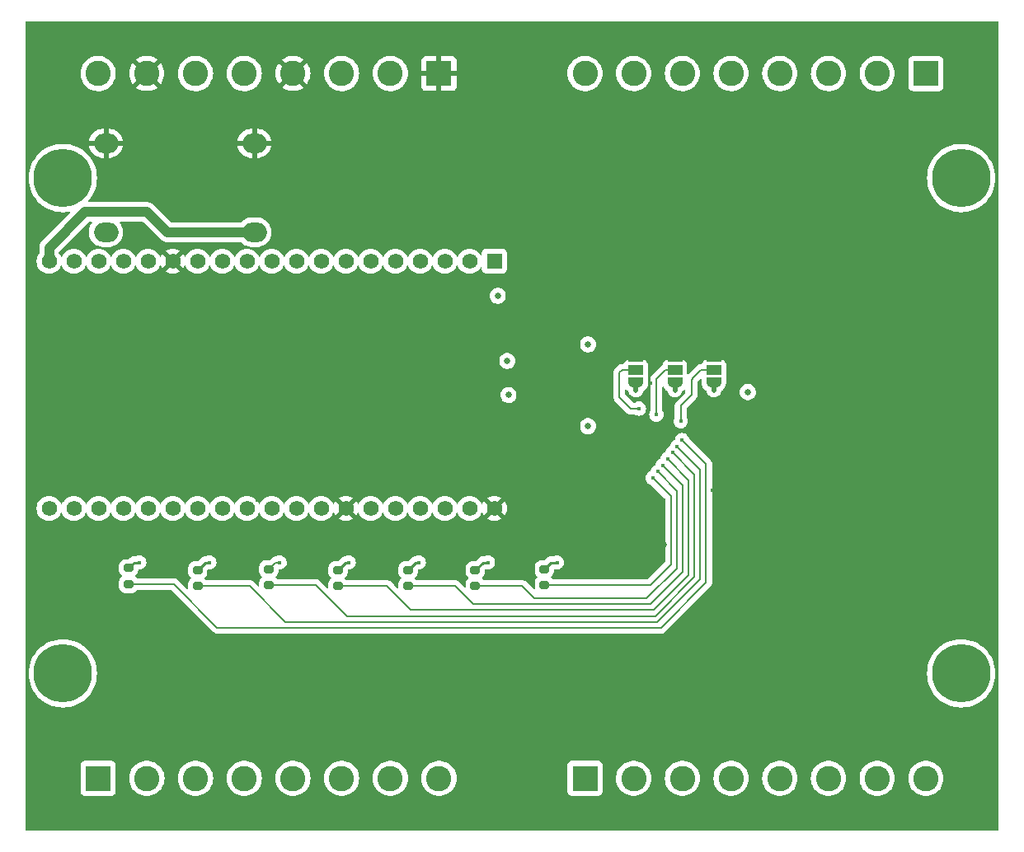
<source format=gbr>
%TF.GenerationSoftware,KiCad,Pcbnew,8.0.0*%
%TF.CreationDate,2024-05-11T13:18:48+02:00*%
%TF.ProjectId,led_stairs_controller,6c65645f-7374-4616-9972-735f636f6e74,V0.2*%
%TF.SameCoordinates,Original*%
%TF.FileFunction,Copper,L4,Bot*%
%TF.FilePolarity,Positive*%
%FSLAX46Y46*%
G04 Gerber Fmt 4.6, Leading zero omitted, Abs format (unit mm)*
G04 Created by KiCad (PCBNEW 8.0.0) date 2024-05-11 13:18:48*
%MOMM*%
%LPD*%
G01*
G04 APERTURE LIST*
G04 Aperture macros list*
%AMRoundRect*
0 Rectangle with rounded corners*
0 $1 Rounding radius*
0 $2 $3 $4 $5 $6 $7 $8 $9 X,Y pos of 4 corners*
0 Add a 4 corners polygon primitive as box body*
4,1,4,$2,$3,$4,$5,$6,$7,$8,$9,$2,$3,0*
0 Add four circle primitives for the rounded corners*
1,1,$1+$1,$2,$3*
1,1,$1+$1,$4,$5*
1,1,$1+$1,$6,$7*
1,1,$1+$1,$8,$9*
0 Add four rect primitives between the rounded corners*
20,1,$1+$1,$2,$3,$4,$5,0*
20,1,$1+$1,$4,$5,$6,$7,0*
20,1,$1+$1,$6,$7,$8,$9,0*
20,1,$1+$1,$8,$9,$2,$3,0*%
%AMFreePoly0*
4,1,19,0.550000,-0.750000,0.000000,-0.750000,0.000000,-0.744911,-0.071157,-0.744911,-0.207708,-0.704816,-0.327430,-0.627875,-0.420627,-0.520320,-0.479746,-0.390866,-0.500000,-0.250000,-0.500000,0.250000,-0.479746,0.390866,-0.420627,0.520320,-0.327430,0.627875,-0.207708,0.704816,-0.071157,0.744911,0.000000,0.744911,0.000000,0.750000,0.550000,0.750000,0.550000,-0.750000,0.550000,-0.750000,
$1*%
%AMFreePoly1*
4,1,19,0.000000,0.744911,0.071157,0.744911,0.207708,0.704816,0.327430,0.627875,0.420627,0.520320,0.479746,0.390866,0.500000,0.250000,0.500000,-0.250000,0.479746,-0.390866,0.420627,-0.520320,0.327430,-0.627875,0.207708,-0.704816,0.071157,-0.744911,0.000000,-0.744911,0.000000,-0.750000,-0.550000,-0.750000,-0.550000,0.750000,0.000000,0.750000,0.000000,0.744911,0.000000,0.744911,
$1*%
G04 Aperture macros list end*
%TA.AperFunction,ComponentPad*%
%ADD10R,1.560000X1.560000*%
%TD*%
%TA.AperFunction,ComponentPad*%
%ADD11C,1.560000*%
%TD*%
%TA.AperFunction,ComponentPad*%
%ADD12R,2.600000X2.600000*%
%TD*%
%TA.AperFunction,ComponentPad*%
%ADD13C,2.600000*%
%TD*%
%TA.AperFunction,ComponentPad*%
%ADD14C,6.000000*%
%TD*%
%TA.AperFunction,ComponentPad*%
%ADD15O,2.500000X2.000000*%
%TD*%
%TA.AperFunction,SMDPad,CuDef*%
%ADD16FreePoly0,270.000000*%
%TD*%
%TA.AperFunction,SMDPad,CuDef*%
%ADD17R,1.500000X1.000000*%
%TD*%
%TA.AperFunction,SMDPad,CuDef*%
%ADD18FreePoly1,270.000000*%
%TD*%
%TA.AperFunction,SMDPad,CuDef*%
%ADD19RoundRect,0.200000X0.275000X-0.200000X0.275000X0.200000X-0.275000X0.200000X-0.275000X-0.200000X0*%
%TD*%
%TA.AperFunction,ViaPad*%
%ADD20C,0.800000*%
%TD*%
%TA.AperFunction,ViaPad*%
%ADD21C,0.450000*%
%TD*%
%TA.AperFunction,ViaPad*%
%ADD22C,0.650000*%
%TD*%
%TA.AperFunction,Conductor*%
%ADD23C,1.000000*%
%TD*%
%TA.AperFunction,Conductor*%
%ADD24C,0.500000*%
%TD*%
%TA.AperFunction,Conductor*%
%ADD25C,0.200000*%
%TD*%
%TA.AperFunction,Conductor*%
%ADD26C,0.250000*%
%TD*%
G04 APERTURE END LIST*
D10*
%TO.P,U2,1,3V3*%
%TO.N,+3.3V*%
X149360000Y-80437500D03*
D11*
%TO.P,U2,2,EN*%
%TO.N,Net-(U2-EN)*%
X146820000Y-80437500D03*
%TO.P,U2,3,VP*%
%TO.N,unconnected-(U2-VP-Pad3)*%
X144280000Y-80437500D03*
%TO.P,U2,4,VN*%
%TO.N,unconnected-(U2-VN-Pad4)*%
X141740000Y-80437500D03*
%TO.P,U2,5,34*%
%TO.N,unconnected-(U2-34-Pad5)*%
X139200000Y-80437500D03*
%TO.P,U2,6,35*%
%TO.N,unconnected-(U2-35-Pad6)*%
X136660000Y-80437500D03*
%TO.P,U2,7,32*%
%TO.N,unconnected-(U2-32-Pad7)*%
X134120000Y-80437500D03*
%TO.P,U2,8,33*%
%TO.N,unconnected-(U2-33-Pad8)*%
X131580000Y-80437500D03*
%TO.P,U2,9,25*%
%TO.N,unconnected-(U2-25-Pad9)*%
X129040000Y-80437500D03*
%TO.P,U2,10,26*%
%TO.N,unconnected-(U2-26-Pad10)*%
X126500000Y-80437500D03*
%TO.P,U2,11,27*%
%TO.N,unconnected-(U2-27-Pad11)*%
X123960000Y-80437500D03*
%TO.P,U2,12,14*%
%TO.N,unconnected-(U2-14-Pad12)*%
X121420000Y-80437500D03*
%TO.P,U2,13,12*%
%TO.N,unconnected-(U2-12-Pad13)*%
X118880000Y-80437500D03*
%TO.P,U2,14,GND*%
%TO.N,GND*%
X116340000Y-80437500D03*
%TO.P,U2,15,13*%
%TO.N,unconnected-(U2-13-Pad15)*%
X113800000Y-80437500D03*
%TO.P,U2,16,D2*%
%TO.N,unconnected-(U2-D2-Pad16)*%
X111260000Y-80437500D03*
%TO.P,U2,17,D3*%
%TO.N,unconnected-(U2-D3-Pad17)*%
X108720000Y-80437500D03*
%TO.P,U2,18,CMD*%
%TO.N,unconnected-(U2-CMD-Pad18)*%
X106180000Y-80437500D03*
%TO.P,U2,19,5V*%
%TO.N,+5V*%
X103640000Y-80437500D03*
%TO.P,U2,20,GND__1*%
%TO.N,GND*%
X149360000Y-105837500D03*
%TO.P,U2,21,23*%
%TO.N,/nOE*%
X146820000Y-105837500D03*
%TO.P,U2,22,22*%
%TO.N,/SCL_L*%
X144280000Y-105837500D03*
%TO.P,U2,23,TX*%
%TO.N,unconnected-(U2-TX-Pad23)*%
X141740000Y-105837500D03*
%TO.P,U2,24,RX*%
%TO.N,unconnected-(U2-RX-Pad24)*%
X139200000Y-105837500D03*
%TO.P,U2,25,21*%
%TO.N,/SDA_L*%
X136660000Y-105837500D03*
%TO.P,U2,26,GND__2*%
%TO.N,GND*%
X134120000Y-105837500D03*
%TO.P,U2,27,19*%
%TO.N,unconnected-(U2-19-Pad27)*%
X131580000Y-105837500D03*
%TO.P,U2,28,18*%
%TO.N,unconnected-(U2-18-Pad28)*%
X129040000Y-105837500D03*
%TO.P,U2,29,5*%
%TO.N,unconnected-(U2-5-Pad29)*%
X126500000Y-105837500D03*
%TO.P,U2,30,17*%
%TO.N,unconnected-(U2-17-Pad30)*%
X123960000Y-105837500D03*
%TO.P,U2,31,16*%
%TO.N,unconnected-(U2-16-Pad31)*%
X121420000Y-105837500D03*
%TO.P,U2,32,4*%
%TO.N,unconnected-(U2-4-Pad32)*%
X118880000Y-105837500D03*
%TO.P,U2,33,0*%
%TO.N,unconnected-(U2-0-Pad33)*%
X116340000Y-105837500D03*
%TO.P,U2,34,2*%
%TO.N,unconnected-(U2-2-Pad34)*%
X113800000Y-105837500D03*
%TO.P,U2,35,15*%
%TO.N,unconnected-(U2-15-Pad35)*%
X111260000Y-105837500D03*
%TO.P,U2,36,D1*%
%TO.N,unconnected-(U2-D1-Pad36)*%
X108720000Y-105837500D03*
%TO.P,U2,37,D0*%
%TO.N,unconnected-(U2-D0-Pad37)*%
X106180000Y-105837500D03*
%TO.P,U2,38,CLK*%
%TO.N,unconnected-(U2-CLK-Pad38)*%
X103640000Y-105837500D03*
%TD*%
D12*
%TO.P,MOD1,A1,A1*%
%TO.N,/LED1_OUT*%
X108675000Y-133580000D03*
D13*
%TO.P,MOD1,A2,A2*%
%TO.N,/LED2_OUT*%
X113675000Y-133580000D03*
%TO.P,MOD1,A3,A3*%
%TO.N,VBUS*%
X118675000Y-133580000D03*
%TO.P,MOD1,A4,A4*%
%TO.N,/LED3_OUT*%
X123675000Y-133580000D03*
%TO.P,MOD1,A5,A5*%
%TO.N,/LED4_OUT*%
X128675000Y-133580000D03*
%TO.P,MOD1,A6,A6*%
%TO.N,VBUS*%
X133675000Y-133580000D03*
%TO.P,MOD1,A7,A7*%
%TO.N,/LED5_OUT*%
X138675000Y-133580000D03*
%TO.P,MOD1,A8,A8*%
%TO.N,/LED6_OUT*%
X143675000Y-133580000D03*
D12*
%TO.P,MOD1,B1,B1*%
%TO.N,/LED7_OUT*%
X158675000Y-133580000D03*
D13*
%TO.P,MOD1,B2,B2*%
%TO.N,/LED8_OUT*%
X163675000Y-133580000D03*
%TO.P,MOD1,B3,B3*%
%TO.N,VBUS*%
X168675000Y-133580000D03*
%TO.P,MOD1,B4,B4*%
%TO.N,/LED9_OUT*%
X173675000Y-133580000D03*
%TO.P,MOD1,B5,B5*%
%TO.N,/LED10_OUT*%
X178675000Y-133580000D03*
%TO.P,MOD1,B6,B6*%
%TO.N,VBUS*%
X183675000Y-133580000D03*
%TO.P,MOD1,B7,B7*%
%TO.N,/LED11_OUT*%
X188675000Y-133580000D03*
%TO.P,MOD1,B8,B8*%
%TO.N,/LED12_OUT*%
X193675000Y-133580000D03*
D12*
%TO.P,MOD1,C1,C1*%
%TO.N,/LED13_OUT*%
X193675000Y-61160000D03*
D13*
%TO.P,MOD1,C2,C2*%
%TO.N,/LED14_OUT*%
X188675000Y-61160000D03*
%TO.P,MOD1,C3,C3*%
%TO.N,VBUS*%
X183675000Y-61160000D03*
%TO.P,MOD1,C4,C4*%
%TO.N,/LED15_OUT*%
X178675000Y-61160000D03*
%TO.P,MOD1,C5,C5*%
%TO.N,/LED16_OUT*%
X173675000Y-61160000D03*
%TO.P,MOD1,C6,C6*%
%TO.N,VBUS*%
X168675000Y-61160000D03*
%TO.P,MOD1,C7,C7*%
%TO.N,/LED17_OUT*%
X163675000Y-61160000D03*
%TO.P,MOD1,C8,C8*%
%TO.N,/LED18_OUT*%
X158675000Y-61160000D03*
D12*
%TO.P,MOD1,D1,D1*%
%TO.N,GND*%
X143675000Y-61160000D03*
D13*
%TO.P,MOD1,D2,D2*%
%TO.N,unconnected-(MOD1-PadD2)*%
X138675000Y-61160000D03*
%TO.P,MOD1,D3,D3*%
%TO.N,VBUS*%
X133675000Y-61160000D03*
%TO.P,MOD1,D4,D4*%
%TO.N,GND*%
X128675000Y-61160000D03*
%TO.P,MOD1,D5,D5*%
%TO.N,unconnected-(MOD1-PadD5)*%
X123675000Y-61160000D03*
%TO.P,MOD1,D6,D6*%
%TO.N,VBUS*%
X118675000Y-61160000D03*
%TO.P,MOD1,D7,D7*%
%TO.N,GND*%
X113675000Y-61160000D03*
%TO.P,MOD1,D8,D8*%
%TO.N,VBUS*%
X108675000Y-61160000D03*
D14*
%TO.P,MOD1,MH1*%
%TO.N,N/C*%
X105050000Y-71900000D03*
%TO.P,MOD1,MH2*%
X197300000Y-71900000D03*
%TO.P,MOD1,MH3*%
X105050000Y-122800000D03*
%TO.P,MOD1,MH4*%
X197300000Y-122800000D03*
%TD*%
D15*
%TO.P,U4,1,IN-*%
%TO.N,GND*%
X109480000Y-68330000D03*
%TO.P,U4,2,IN+*%
%TO.N,VBUS*%
X109480000Y-77470000D03*
%TO.P,U4,3,OUT-*%
%TO.N,GND*%
X124720000Y-68330000D03*
%TO.P,U4,4,OUT+*%
%TO.N,+5V*%
X124720000Y-77470000D03*
%TD*%
D16*
%TO.P,JP1,1,A*%
%TO.N,GND*%
X163900000Y-90300000D03*
D17*
%TO.P,JP1,2,C*%
%TO.N,/A0*%
X163900000Y-91600000D03*
D18*
%TO.P,JP1,3,B*%
%TO.N,+5V*%
X163900000Y-92900000D03*
%TD*%
D16*
%TO.P,JP2,1,A*%
%TO.N,GND*%
X167900000Y-90300000D03*
D17*
%TO.P,JP2,2,C*%
%TO.N,/A1*%
X167900000Y-91600000D03*
D18*
%TO.P,JP2,3,B*%
%TO.N,+5V*%
X167900000Y-92900000D03*
%TD*%
D19*
%TO.P,R1,1*%
%TO.N,/LED1*%
X111800000Y-113625000D03*
%TO.P,R1,2*%
%TO.N,Net-(Q1-G)*%
X111800000Y-111975000D03*
%TD*%
%TO.P,R7,1*%
%TO.N,/LED7*%
X154500000Y-113725000D03*
%TO.P,R7,2*%
%TO.N,Net-(Q7-G)*%
X154500000Y-112075000D03*
%TD*%
%TO.P,R3,1*%
%TO.N,/LED3*%
X126200000Y-113725000D03*
%TO.P,R3,2*%
%TO.N,Net-(Q3-G)*%
X126200000Y-112075000D03*
%TD*%
%TO.P,R4,1*%
%TO.N,/LED4*%
X133300000Y-113825000D03*
%TO.P,R4,2*%
%TO.N,Net-(Q4-G)*%
X133300000Y-112175000D03*
%TD*%
D16*
%TO.P,JP3,1,A*%
%TO.N,GND*%
X171900000Y-90300000D03*
D17*
%TO.P,JP3,2,C*%
%TO.N,/A2*%
X171900000Y-91600000D03*
D18*
%TO.P,JP3,3,B*%
%TO.N,+5V*%
X171900000Y-92900000D03*
%TD*%
D19*
%TO.P,R5,1*%
%TO.N,/LED5*%
X140500000Y-113825000D03*
%TO.P,R5,2*%
%TO.N,Net-(Q5-G)*%
X140500000Y-112175000D03*
%TD*%
%TO.P,R6,1*%
%TO.N,/LED6*%
X147400000Y-113825000D03*
%TO.P,R6,2*%
%TO.N,Net-(Q6-G)*%
X147400000Y-112175000D03*
%TD*%
%TO.P,R2,1*%
%TO.N,/LED2*%
X118900000Y-113825000D03*
%TO.P,R2,2*%
%TO.N,Net-(Q2-G)*%
X118900000Y-112175000D03*
%TD*%
D20*
%TO.N,GND*%
X159400000Y-109600000D03*
X123600000Y-109700000D03*
D21*
X155000000Y-65000000D03*
X190000000Y-90000000D03*
X130000000Y-90000000D03*
X190000000Y-100000000D03*
X175000000Y-90000000D03*
X137900000Y-104900000D03*
X171742500Y-104000000D03*
X140000000Y-70000000D03*
X166800000Y-94800000D03*
X150000000Y-130000000D03*
X200000000Y-100000000D03*
X190000000Y-65000000D03*
X180000000Y-105000000D03*
X175000000Y-65000000D03*
X147800000Y-98600000D03*
X195000000Y-85000000D03*
X135000000Y-95000000D03*
X195000000Y-105000000D03*
X145000000Y-95000000D03*
X105000000Y-110000000D03*
X145000000Y-75000000D03*
X165000000Y-65000000D03*
X170400000Y-93000000D03*
D20*
X178320000Y-85500000D03*
X188300000Y-109600000D03*
D21*
X105000000Y-95000000D03*
X169300000Y-97500000D03*
X165000000Y-75000000D03*
X105000000Y-105000000D03*
D20*
X181100000Y-109600000D03*
D21*
X150400000Y-95100000D03*
X140000000Y-90000000D03*
X130000000Y-100000000D03*
D20*
X137900000Y-109700000D03*
D21*
X120000000Y-130000000D03*
X200000000Y-110000000D03*
X120000000Y-70000000D03*
X143107645Y-104905066D03*
D20*
X173900000Y-109600000D03*
D21*
X200000000Y-80000000D03*
D20*
X152200000Y-109600000D03*
D21*
X125000000Y-85000000D03*
X135000000Y-65000000D03*
X115000000Y-65000000D03*
X135000000Y-75000000D03*
X170000000Y-130000000D03*
X130000000Y-70000000D03*
X105000000Y-135000000D03*
D20*
X116400000Y-109600000D03*
D21*
X160000000Y-100000000D03*
D22*
X178600000Y-93900000D03*
D21*
X150400000Y-93000000D03*
X135000000Y-85000000D03*
D20*
X109220000Y-109600000D03*
D21*
X165400000Y-93000000D03*
X155000000Y-75000000D03*
X145000000Y-65000000D03*
X110000000Y-100000000D03*
X115000000Y-85000000D03*
X177400000Y-97500000D03*
X200000000Y-135000000D03*
X200000000Y-130000000D03*
D20*
X185520000Y-85500000D03*
D21*
X145000000Y-85000000D03*
X165000000Y-105000000D03*
X120000000Y-100000000D03*
X195000000Y-75000000D03*
X170000000Y-70000000D03*
X160000000Y-70000000D03*
X200000000Y-65000000D03*
X185000000Y-95000000D03*
X120000000Y-90000000D03*
X180000000Y-130000000D03*
X195000000Y-95000000D03*
X200000000Y-60000000D03*
X125000000Y-95000000D03*
D20*
X192720000Y-85500000D03*
D21*
X140000000Y-100000000D03*
X150000000Y-70000000D03*
X135000000Y-130000000D03*
D20*
X130700000Y-109600000D03*
D21*
X169300000Y-98200000D03*
X140500000Y-104900000D03*
X115000000Y-105000000D03*
X110000000Y-90000000D03*
X105000000Y-60000000D03*
D20*
X166700000Y-109600000D03*
D21*
X165000000Y-85000000D03*
X155000000Y-85000000D03*
X125000000Y-65000000D03*
X125000000Y-75000000D03*
X105000000Y-65000000D03*
X125000000Y-105000000D03*
X105000000Y-130000000D03*
X190000000Y-130000000D03*
X135000000Y-105000000D03*
X115000000Y-95000000D03*
X155000000Y-105000000D03*
X150000000Y-135000000D03*
X177400000Y-98200000D03*
X150000000Y-60000000D03*
X190000000Y-105000000D03*
D20*
X171020000Y-85500000D03*
D21*
X105000000Y-85000000D03*
D20*
X145100000Y-109700000D03*
D21*
X150000000Y-100000000D03*
X180000000Y-65000000D03*
X160000000Y-80000000D03*
X200000000Y-90000000D03*
%TO.N,+5V*%
X163900000Y-93700000D03*
D22*
X159000000Y-97400000D03*
X175400000Y-93900000D03*
X159000000Y-89000000D03*
D21*
X167900000Y-93700000D03*
X171900000Y-93700000D03*
%TO.N,/LED1*%
X168642500Y-98825000D03*
%TO.N,/LED7*%
X165642500Y-102725000D03*
%TO.N,/LED6*%
X166142500Y-102075000D03*
%TO.N,/LED5*%
X166642500Y-101425000D03*
%TO.N,/LED4*%
X167142500Y-100775000D03*
%TO.N,/LED3*%
X167642500Y-100125000D03*
%TO.N,/LED2*%
X168142500Y-99475000D03*
%TO.N,Net-(Q1-G)*%
X112900000Y-111400000D03*
%TO.N,Net-(Q2-G)*%
X120100000Y-111400000D03*
%TO.N,Net-(Q3-G)*%
X127300000Y-111400000D03*
%TO.N,Net-(Q4-G)*%
X134400000Y-111400000D03*
%TO.N,Net-(Q5-G)*%
X141600000Y-111400000D03*
%TO.N,Net-(Q6-G)*%
X148700000Y-111400000D03*
%TO.N,Net-(Q7-G)*%
X155800000Y-111400000D03*
%TO.N,/A0*%
X164200000Y-95600000D03*
%TO.N,/A1*%
X166000000Y-96200000D03*
%TO.N,/A2*%
X168500000Y-96900000D03*
D22*
%TO.N,+3.3V*%
X150700000Y-90700000D03*
X150800000Y-94200000D03*
X149700000Y-84000000D03*
%TD*%
D23*
%TO.N,+5V*%
X113700000Y-75400000D02*
X115770000Y-77470000D01*
X115770000Y-77470000D02*
X124720000Y-77470000D01*
D24*
X167900000Y-92900000D02*
X167900000Y-93700000D01*
D23*
X107300000Y-75400000D02*
X113700000Y-75400000D01*
D24*
X163900000Y-92900000D02*
X163900000Y-93700000D01*
X171900000Y-92900000D02*
X171900000Y-93700000D01*
D23*
X103640000Y-80437500D02*
X103640000Y-79060000D01*
X103640000Y-79060000D02*
X107300000Y-75400000D01*
D25*
%TO.N,/LED1*%
X166500000Y-118100000D02*
X120900000Y-118100000D01*
X120900000Y-118100000D02*
X116425000Y-113625000D01*
X171100000Y-101282500D02*
X171100000Y-113500000D01*
X116425000Y-113625000D02*
X111800000Y-113625000D01*
X168642500Y-98825000D02*
X171100000Y-101282500D01*
X171100000Y-113500000D02*
X166500000Y-118100000D01*
%TO.N,/LED7*%
X167500000Y-104582500D02*
X165642500Y-102725000D01*
X165375000Y-113725000D02*
X167500000Y-111600000D01*
X167500000Y-111600000D02*
X167500000Y-104582500D01*
X154500000Y-113725000D02*
X165375000Y-113725000D01*
%TO.N,/LED6*%
X152225000Y-113825000D02*
X153500000Y-115100000D01*
X153500000Y-115100000D02*
X165000000Y-115100000D01*
X168100000Y-104032500D02*
X166142500Y-102075000D01*
X147400000Y-113825000D02*
X152225000Y-113825000D01*
X168100000Y-112000000D02*
X168100000Y-104032500D01*
X165000000Y-115100000D02*
X168100000Y-112000000D01*
%TO.N,/LED5*%
X165400000Y-115700000D02*
X168700000Y-112400000D01*
X145325000Y-113825000D02*
X147200000Y-115700000D01*
X168700000Y-112400000D02*
X168700000Y-103482500D01*
X140500000Y-113825000D02*
X145325000Y-113825000D01*
X147200000Y-115700000D02*
X165400000Y-115700000D01*
X168700000Y-103482500D02*
X166642500Y-101425000D01*
%TO.N,/LED4*%
X169300000Y-102932500D02*
X167142500Y-100775000D01*
X165700000Y-116300000D02*
X169300000Y-112700000D01*
X169300000Y-112700000D02*
X169300000Y-102932500D01*
X133300000Y-113825000D02*
X138325000Y-113825000D01*
X138325000Y-113825000D02*
X140800000Y-116300000D01*
X140800000Y-116300000D02*
X165700000Y-116300000D01*
%TO.N,/LED3*%
X169900000Y-112900000D02*
X169900000Y-102382500D01*
X165900000Y-116900000D02*
X169900000Y-112900000D01*
X134200000Y-116900000D02*
X165900000Y-116900000D01*
X126200000Y-113725000D02*
X131025000Y-113725000D01*
X169900000Y-102382500D02*
X167642500Y-100125000D01*
X131025000Y-113725000D02*
X134200000Y-116900000D01*
%TO.N,/LED2*%
X170500000Y-101832500D02*
X168142500Y-99475000D01*
X170500000Y-113100000D02*
X170500000Y-101832500D01*
X124225000Y-113825000D02*
X127900000Y-117500000D01*
X118900000Y-113825000D02*
X124225000Y-113825000D01*
X127900000Y-117500000D02*
X166100000Y-117500000D01*
X166100000Y-117500000D02*
X170500000Y-113100000D01*
D26*
%TO.N,Net-(Q1-G)*%
X112375000Y-111400000D02*
X111800000Y-111975000D01*
X112900000Y-111400000D02*
X112375000Y-111400000D01*
%TO.N,Net-(Q2-G)*%
X120100000Y-111400000D02*
X119675000Y-111400000D01*
X119675000Y-111400000D02*
X118900000Y-112175000D01*
D25*
%TO.N,Net-(Q3-G)*%
X126875000Y-111400000D02*
X127300000Y-111400000D01*
X126200000Y-112075000D02*
X126875000Y-111400000D01*
D26*
%TO.N,Net-(Q4-G)*%
X134075000Y-111400000D02*
X133300000Y-112175000D01*
X134400000Y-111400000D02*
X134075000Y-111400000D01*
%TO.N,Net-(Q5-G)*%
X141600000Y-111400000D02*
X141275000Y-111400000D01*
X141275000Y-111400000D02*
X140500000Y-112175000D01*
%TO.N,Net-(Q6-G)*%
X148700000Y-111400000D02*
X148175000Y-111400000D01*
X148175000Y-111400000D02*
X147400000Y-112175000D01*
%TO.N,Net-(Q7-G)*%
X155175000Y-111400000D02*
X154500000Y-112075000D01*
X155800000Y-111400000D02*
X155175000Y-111400000D01*
D25*
%TO.N,/A0*%
X162200000Y-94400000D02*
X163400000Y-95600000D01*
X163400000Y-95600000D02*
X164200000Y-95600000D01*
X162500000Y-91600000D02*
X162200000Y-91900000D01*
X162200000Y-91900000D02*
X162200000Y-94400000D01*
X163900000Y-91600000D02*
X162500000Y-91600000D01*
%TO.N,/A1*%
X166000000Y-96200000D02*
X166000000Y-92550000D01*
X166950000Y-91600000D02*
X167900000Y-91600000D01*
X166000000Y-92550000D02*
X166950000Y-91600000D01*
%TO.N,/A2*%
X169800000Y-92400000D02*
X169600000Y-92600000D01*
X168800000Y-95000000D02*
X168500000Y-95300000D01*
X170600000Y-91600000D02*
X169800000Y-92400000D01*
X171900000Y-91600000D02*
X170600000Y-91600000D01*
X169600000Y-94000000D02*
X169600000Y-94200000D01*
X169600000Y-92600000D02*
X169600000Y-94000000D01*
X168500000Y-95300000D02*
X168500000Y-96900000D01*
X169600000Y-94200000D02*
X168800000Y-95000000D01*
%TD*%
%TA.AperFunction,Conductor*%
%TO.N,GND*%
G36*
X201127826Y-55821674D02*
G01*
X201149500Y-55874000D01*
X201149500Y-138895500D01*
X201127826Y-138947826D01*
X201075500Y-138969500D01*
X101274500Y-138969500D01*
X101222174Y-138947826D01*
X101200500Y-138895500D01*
X101200500Y-134928639D01*
X106866500Y-134928639D01*
X106873010Y-134989199D01*
X106873012Y-134989205D01*
X106924109Y-135126202D01*
X106924110Y-135126203D01*
X106924111Y-135126204D01*
X107011739Y-135243261D01*
X107128796Y-135330889D01*
X107128797Y-135330890D01*
X107241511Y-135372930D01*
X107265799Y-135381989D01*
X107285986Y-135384159D01*
X107326360Y-135388500D01*
X107326362Y-135388500D01*
X110023640Y-135388500D01*
X110053919Y-135385244D01*
X110084201Y-135381989D01*
X110175536Y-135347922D01*
X110221202Y-135330890D01*
X110221202Y-135330889D01*
X110221204Y-135330889D01*
X110338261Y-135243261D01*
X110425889Y-135126204D01*
X110476989Y-134989201D01*
X110483500Y-134928638D01*
X110483500Y-133580000D01*
X111861429Y-133580000D01*
X111881685Y-133850299D01*
X111942001Y-134114559D01*
X112041029Y-134366879D01*
X112176557Y-134601621D01*
X112345558Y-134813542D01*
X112544257Y-134997907D01*
X112768215Y-135150599D01*
X113012428Y-135268206D01*
X113168503Y-135316348D01*
X113271441Y-135348101D01*
X113271440Y-135348101D01*
X113496274Y-135381989D01*
X113539472Y-135388500D01*
X113539474Y-135388500D01*
X113810526Y-135388500D01*
X113810528Y-135388500D01*
X114078558Y-135348101D01*
X114337572Y-135268206D01*
X114581786Y-135150599D01*
X114805743Y-134997907D01*
X115004442Y-134813542D01*
X115173443Y-134601621D01*
X115308971Y-134366879D01*
X115407999Y-134114559D01*
X115468315Y-133850299D01*
X115488571Y-133580000D01*
X116861429Y-133580000D01*
X116881685Y-133850299D01*
X116942001Y-134114559D01*
X117041029Y-134366879D01*
X117176557Y-134601621D01*
X117345558Y-134813542D01*
X117544257Y-134997907D01*
X117768215Y-135150599D01*
X118012428Y-135268206D01*
X118168503Y-135316348D01*
X118271441Y-135348101D01*
X118271440Y-135348101D01*
X118496274Y-135381989D01*
X118539472Y-135388500D01*
X118539474Y-135388500D01*
X118810526Y-135388500D01*
X118810528Y-135388500D01*
X119078558Y-135348101D01*
X119337572Y-135268206D01*
X119581786Y-135150599D01*
X119805743Y-134997907D01*
X120004442Y-134813542D01*
X120173443Y-134601621D01*
X120308971Y-134366879D01*
X120407999Y-134114559D01*
X120468315Y-133850299D01*
X120488571Y-133580000D01*
X121861429Y-133580000D01*
X121881685Y-133850299D01*
X121942001Y-134114559D01*
X122041029Y-134366879D01*
X122176557Y-134601621D01*
X122345558Y-134813542D01*
X122544257Y-134997907D01*
X122768215Y-135150599D01*
X123012428Y-135268206D01*
X123168503Y-135316348D01*
X123271441Y-135348101D01*
X123271440Y-135348101D01*
X123496274Y-135381989D01*
X123539472Y-135388500D01*
X123539474Y-135388500D01*
X123810526Y-135388500D01*
X123810528Y-135388500D01*
X124078558Y-135348101D01*
X124337572Y-135268206D01*
X124581786Y-135150599D01*
X124805743Y-134997907D01*
X125004442Y-134813542D01*
X125173443Y-134601621D01*
X125308971Y-134366879D01*
X125407999Y-134114559D01*
X125468315Y-133850299D01*
X125488571Y-133580000D01*
X126861429Y-133580000D01*
X126881685Y-133850299D01*
X126942001Y-134114559D01*
X127041029Y-134366879D01*
X127176557Y-134601621D01*
X127345558Y-134813542D01*
X127544257Y-134997907D01*
X127768215Y-135150599D01*
X128012428Y-135268206D01*
X128168503Y-135316348D01*
X128271441Y-135348101D01*
X128271440Y-135348101D01*
X128496274Y-135381989D01*
X128539472Y-135388500D01*
X128539474Y-135388500D01*
X128810526Y-135388500D01*
X128810528Y-135388500D01*
X129078558Y-135348101D01*
X129337572Y-135268206D01*
X129581786Y-135150599D01*
X129805743Y-134997907D01*
X130004442Y-134813542D01*
X130173443Y-134601621D01*
X130308971Y-134366879D01*
X130407999Y-134114559D01*
X130468315Y-133850299D01*
X130488571Y-133580000D01*
X131861429Y-133580000D01*
X131881685Y-133850299D01*
X131942001Y-134114559D01*
X132041029Y-134366879D01*
X132176557Y-134601621D01*
X132345558Y-134813542D01*
X132544257Y-134997907D01*
X132768215Y-135150599D01*
X133012428Y-135268206D01*
X133168503Y-135316348D01*
X133271441Y-135348101D01*
X133271440Y-135348101D01*
X133496274Y-135381989D01*
X133539472Y-135388500D01*
X133539474Y-135388500D01*
X133810526Y-135388500D01*
X133810528Y-135388500D01*
X134078558Y-135348101D01*
X134337572Y-135268206D01*
X134581786Y-135150599D01*
X134805743Y-134997907D01*
X135004442Y-134813542D01*
X135173443Y-134601621D01*
X135308971Y-134366879D01*
X135407999Y-134114559D01*
X135468315Y-133850299D01*
X135488571Y-133580000D01*
X136861429Y-133580000D01*
X136881685Y-133850299D01*
X136942001Y-134114559D01*
X137041029Y-134366879D01*
X137176557Y-134601621D01*
X137345558Y-134813542D01*
X137544257Y-134997907D01*
X137768215Y-135150599D01*
X138012428Y-135268206D01*
X138168503Y-135316348D01*
X138271441Y-135348101D01*
X138271440Y-135348101D01*
X138496274Y-135381989D01*
X138539472Y-135388500D01*
X138539474Y-135388500D01*
X138810526Y-135388500D01*
X138810528Y-135388500D01*
X139078558Y-135348101D01*
X139337572Y-135268206D01*
X139581786Y-135150599D01*
X139805743Y-134997907D01*
X140004442Y-134813542D01*
X140173443Y-134601621D01*
X140308971Y-134366879D01*
X140407999Y-134114559D01*
X140468315Y-133850299D01*
X140488571Y-133580000D01*
X141861429Y-133580000D01*
X141881685Y-133850299D01*
X141942001Y-134114559D01*
X142041029Y-134366879D01*
X142176557Y-134601621D01*
X142345558Y-134813542D01*
X142544257Y-134997907D01*
X142768215Y-135150599D01*
X143012428Y-135268206D01*
X143168503Y-135316348D01*
X143271441Y-135348101D01*
X143271440Y-135348101D01*
X143496274Y-135381989D01*
X143539472Y-135388500D01*
X143539474Y-135388500D01*
X143810526Y-135388500D01*
X143810528Y-135388500D01*
X144078558Y-135348101D01*
X144337572Y-135268206D01*
X144581786Y-135150599D01*
X144805743Y-134997907D01*
X144880396Y-134928639D01*
X156866500Y-134928639D01*
X156873010Y-134989199D01*
X156873012Y-134989205D01*
X156924109Y-135126202D01*
X156924110Y-135126203D01*
X156924111Y-135126204D01*
X157011739Y-135243261D01*
X157128796Y-135330889D01*
X157128797Y-135330890D01*
X157241511Y-135372930D01*
X157265799Y-135381989D01*
X157285986Y-135384159D01*
X157326360Y-135388500D01*
X157326362Y-135388500D01*
X160023640Y-135388500D01*
X160053919Y-135385244D01*
X160084201Y-135381989D01*
X160175536Y-135347922D01*
X160221202Y-135330890D01*
X160221202Y-135330889D01*
X160221204Y-135330889D01*
X160338261Y-135243261D01*
X160425889Y-135126204D01*
X160476989Y-134989201D01*
X160483500Y-134928638D01*
X160483500Y-133580000D01*
X161861429Y-133580000D01*
X161881685Y-133850299D01*
X161942001Y-134114559D01*
X162041029Y-134366879D01*
X162176557Y-134601621D01*
X162345558Y-134813542D01*
X162544257Y-134997907D01*
X162768215Y-135150599D01*
X163012428Y-135268206D01*
X163168503Y-135316348D01*
X163271441Y-135348101D01*
X163271440Y-135348101D01*
X163496274Y-135381989D01*
X163539472Y-135388500D01*
X163539474Y-135388500D01*
X163810526Y-135388500D01*
X163810528Y-135388500D01*
X164078558Y-135348101D01*
X164337572Y-135268206D01*
X164581786Y-135150599D01*
X164805743Y-134997907D01*
X165004442Y-134813542D01*
X165173443Y-134601621D01*
X165308971Y-134366879D01*
X165407999Y-134114559D01*
X165468315Y-133850299D01*
X165488571Y-133580000D01*
X166861429Y-133580000D01*
X166881685Y-133850299D01*
X166942001Y-134114559D01*
X167041029Y-134366879D01*
X167176557Y-134601621D01*
X167345558Y-134813542D01*
X167544257Y-134997907D01*
X167768215Y-135150599D01*
X168012428Y-135268206D01*
X168168503Y-135316348D01*
X168271441Y-135348101D01*
X168271440Y-135348101D01*
X168496274Y-135381989D01*
X168539472Y-135388500D01*
X168539474Y-135388500D01*
X168810526Y-135388500D01*
X168810528Y-135388500D01*
X169078558Y-135348101D01*
X169337572Y-135268206D01*
X169581786Y-135150599D01*
X169805743Y-134997907D01*
X170004442Y-134813542D01*
X170173443Y-134601621D01*
X170308971Y-134366879D01*
X170407999Y-134114559D01*
X170468315Y-133850299D01*
X170488571Y-133580000D01*
X171861429Y-133580000D01*
X171881685Y-133850299D01*
X171942001Y-134114559D01*
X172041029Y-134366879D01*
X172176557Y-134601621D01*
X172345558Y-134813542D01*
X172544257Y-134997907D01*
X172768215Y-135150599D01*
X173012428Y-135268206D01*
X173168503Y-135316348D01*
X173271441Y-135348101D01*
X173271440Y-135348101D01*
X173496274Y-135381989D01*
X173539472Y-135388500D01*
X173539474Y-135388500D01*
X173810526Y-135388500D01*
X173810528Y-135388500D01*
X174078558Y-135348101D01*
X174337572Y-135268206D01*
X174581786Y-135150599D01*
X174805743Y-134997907D01*
X175004442Y-134813542D01*
X175173443Y-134601621D01*
X175308971Y-134366879D01*
X175407999Y-134114559D01*
X175468315Y-133850299D01*
X175488571Y-133580000D01*
X176861429Y-133580000D01*
X176881685Y-133850299D01*
X176942001Y-134114559D01*
X177041029Y-134366879D01*
X177176557Y-134601621D01*
X177345558Y-134813542D01*
X177544257Y-134997907D01*
X177768215Y-135150599D01*
X178012428Y-135268206D01*
X178168503Y-135316348D01*
X178271441Y-135348101D01*
X178271440Y-135348101D01*
X178496274Y-135381989D01*
X178539472Y-135388500D01*
X178539474Y-135388500D01*
X178810526Y-135388500D01*
X178810528Y-135388500D01*
X179078558Y-135348101D01*
X179337572Y-135268206D01*
X179581786Y-135150599D01*
X179805743Y-134997907D01*
X180004442Y-134813542D01*
X180173443Y-134601621D01*
X180308971Y-134366879D01*
X180407999Y-134114559D01*
X180468315Y-133850299D01*
X180488571Y-133580000D01*
X181861429Y-133580000D01*
X181881685Y-133850299D01*
X181942001Y-134114559D01*
X182041029Y-134366879D01*
X182176557Y-134601621D01*
X182345558Y-134813542D01*
X182544257Y-134997907D01*
X182768215Y-135150599D01*
X183012428Y-135268206D01*
X183168503Y-135316348D01*
X183271441Y-135348101D01*
X183271440Y-135348101D01*
X183496274Y-135381989D01*
X183539472Y-135388500D01*
X183539474Y-135388500D01*
X183810526Y-135388500D01*
X183810528Y-135388500D01*
X184078558Y-135348101D01*
X184337572Y-135268206D01*
X184581786Y-135150599D01*
X184805743Y-134997907D01*
X185004442Y-134813542D01*
X185173443Y-134601621D01*
X185308971Y-134366879D01*
X185407999Y-134114559D01*
X185468315Y-133850299D01*
X185488571Y-133580000D01*
X186861429Y-133580000D01*
X186881685Y-133850299D01*
X186942001Y-134114559D01*
X187041029Y-134366879D01*
X187176557Y-134601621D01*
X187345558Y-134813542D01*
X187544257Y-134997907D01*
X187768215Y-135150599D01*
X188012428Y-135268206D01*
X188168503Y-135316348D01*
X188271441Y-135348101D01*
X188271440Y-135348101D01*
X188496274Y-135381989D01*
X188539472Y-135388500D01*
X188539474Y-135388500D01*
X188810526Y-135388500D01*
X188810528Y-135388500D01*
X189078558Y-135348101D01*
X189337572Y-135268206D01*
X189581786Y-135150599D01*
X189805743Y-134997907D01*
X190004442Y-134813542D01*
X190173443Y-134601621D01*
X190308971Y-134366879D01*
X190407999Y-134114559D01*
X190468315Y-133850299D01*
X190488571Y-133580000D01*
X191861429Y-133580000D01*
X191881685Y-133850299D01*
X191942001Y-134114559D01*
X192041029Y-134366879D01*
X192176557Y-134601621D01*
X192345558Y-134813542D01*
X192544257Y-134997907D01*
X192768215Y-135150599D01*
X193012428Y-135268206D01*
X193168503Y-135316348D01*
X193271441Y-135348101D01*
X193271440Y-135348101D01*
X193496274Y-135381989D01*
X193539472Y-135388500D01*
X193539474Y-135388500D01*
X193810526Y-135388500D01*
X193810528Y-135388500D01*
X194078558Y-135348101D01*
X194337572Y-135268206D01*
X194581786Y-135150599D01*
X194805743Y-134997907D01*
X195004442Y-134813542D01*
X195173443Y-134601621D01*
X195308971Y-134366879D01*
X195407999Y-134114559D01*
X195468315Y-133850299D01*
X195488571Y-133580000D01*
X195468315Y-133309701D01*
X195407999Y-133045441D01*
X195308971Y-132793121D01*
X195173443Y-132558379D01*
X195004442Y-132346458D01*
X194880396Y-132231360D01*
X194805741Y-132162091D01*
X194720991Y-132104310D01*
X194581786Y-132009401D01*
X194389371Y-131916739D01*
X194337577Y-131891796D01*
X194337573Y-131891794D01*
X194337572Y-131891794D01*
X194337567Y-131891792D01*
X194337563Y-131891791D01*
X194078558Y-131811898D01*
X194078559Y-131811898D01*
X193810534Y-131771500D01*
X193810528Y-131771500D01*
X193539472Y-131771500D01*
X193539465Y-131771500D01*
X193271441Y-131811898D01*
X193012436Y-131891791D01*
X193012428Y-131891794D01*
X192768214Y-132009401D01*
X192544256Y-132162094D01*
X192345559Y-132346456D01*
X192345557Y-132346458D01*
X192176557Y-132558379D01*
X192041028Y-132793122D01*
X191942000Y-133045443D01*
X191899523Y-133231547D01*
X191881685Y-133309701D01*
X191861429Y-133580000D01*
X190488571Y-133580000D01*
X190468315Y-133309701D01*
X190407999Y-133045441D01*
X190308971Y-132793121D01*
X190173443Y-132558379D01*
X190004442Y-132346458D01*
X189880396Y-132231360D01*
X189805741Y-132162091D01*
X189720991Y-132104310D01*
X189581786Y-132009401D01*
X189389371Y-131916739D01*
X189337577Y-131891796D01*
X189337573Y-131891794D01*
X189337572Y-131891794D01*
X189337567Y-131891792D01*
X189337563Y-131891791D01*
X189078558Y-131811898D01*
X189078559Y-131811898D01*
X188810534Y-131771500D01*
X188810528Y-131771500D01*
X188539472Y-131771500D01*
X188539465Y-131771500D01*
X188271441Y-131811898D01*
X188012436Y-131891791D01*
X188012428Y-131891794D01*
X187768214Y-132009401D01*
X187544256Y-132162094D01*
X187345559Y-132346456D01*
X187345557Y-132346458D01*
X187176557Y-132558379D01*
X187041028Y-132793122D01*
X186942000Y-133045443D01*
X186899523Y-133231547D01*
X186881685Y-133309701D01*
X186861429Y-133580000D01*
X185488571Y-133580000D01*
X185468315Y-133309701D01*
X185407999Y-133045441D01*
X185308971Y-132793121D01*
X185173443Y-132558379D01*
X185004442Y-132346458D01*
X184880396Y-132231360D01*
X184805741Y-132162091D01*
X184720991Y-132104310D01*
X184581786Y-132009401D01*
X184389371Y-131916739D01*
X184337577Y-131891796D01*
X184337573Y-131891794D01*
X184337572Y-131891794D01*
X184337567Y-131891792D01*
X184337563Y-131891791D01*
X184078558Y-131811898D01*
X184078559Y-131811898D01*
X183810534Y-131771500D01*
X183810528Y-131771500D01*
X183539472Y-131771500D01*
X183539465Y-131771500D01*
X183271441Y-131811898D01*
X183012436Y-131891791D01*
X183012428Y-131891794D01*
X182768214Y-132009401D01*
X182544256Y-132162094D01*
X182345559Y-132346456D01*
X182345557Y-132346458D01*
X182176557Y-132558379D01*
X182041028Y-132793122D01*
X181942000Y-133045443D01*
X181899523Y-133231547D01*
X181881685Y-133309701D01*
X181861429Y-133580000D01*
X180488571Y-133580000D01*
X180468315Y-133309701D01*
X180407999Y-133045441D01*
X180308971Y-132793121D01*
X180173443Y-132558379D01*
X180004442Y-132346458D01*
X179880396Y-132231360D01*
X179805741Y-132162091D01*
X179720991Y-132104310D01*
X179581786Y-132009401D01*
X179389371Y-131916739D01*
X179337577Y-131891796D01*
X179337573Y-131891794D01*
X179337572Y-131891794D01*
X179337567Y-131891792D01*
X179337563Y-131891791D01*
X179078558Y-131811898D01*
X179078559Y-131811898D01*
X178810534Y-131771500D01*
X178810528Y-131771500D01*
X178539472Y-131771500D01*
X178539465Y-131771500D01*
X178271441Y-131811898D01*
X178012436Y-131891791D01*
X178012428Y-131891794D01*
X177768214Y-132009401D01*
X177544256Y-132162094D01*
X177345559Y-132346456D01*
X177345557Y-132346458D01*
X177176557Y-132558379D01*
X177041028Y-132793122D01*
X176942000Y-133045443D01*
X176899523Y-133231547D01*
X176881685Y-133309701D01*
X176861429Y-133580000D01*
X175488571Y-133580000D01*
X175468315Y-133309701D01*
X175407999Y-133045441D01*
X175308971Y-132793121D01*
X175173443Y-132558379D01*
X175004442Y-132346458D01*
X174880396Y-132231360D01*
X174805741Y-132162091D01*
X174720991Y-132104310D01*
X174581786Y-132009401D01*
X174389371Y-131916739D01*
X174337577Y-131891796D01*
X174337573Y-131891794D01*
X174337572Y-131891794D01*
X174337567Y-131891792D01*
X174337563Y-131891791D01*
X174078558Y-131811898D01*
X174078559Y-131811898D01*
X173810534Y-131771500D01*
X173810528Y-131771500D01*
X173539472Y-131771500D01*
X173539465Y-131771500D01*
X173271441Y-131811898D01*
X173012436Y-131891791D01*
X173012428Y-131891794D01*
X172768214Y-132009401D01*
X172544256Y-132162094D01*
X172345559Y-132346456D01*
X172345557Y-132346458D01*
X172176557Y-132558379D01*
X172041028Y-132793122D01*
X171942000Y-133045443D01*
X171899523Y-133231547D01*
X171881685Y-133309701D01*
X171861429Y-133580000D01*
X170488571Y-133580000D01*
X170468315Y-133309701D01*
X170407999Y-133045441D01*
X170308971Y-132793121D01*
X170173443Y-132558379D01*
X170004442Y-132346458D01*
X169880396Y-132231360D01*
X169805741Y-132162091D01*
X169720991Y-132104310D01*
X169581786Y-132009401D01*
X169389371Y-131916739D01*
X169337577Y-131891796D01*
X169337573Y-131891794D01*
X169337572Y-131891794D01*
X169337567Y-131891792D01*
X169337563Y-131891791D01*
X169078558Y-131811898D01*
X169078559Y-131811898D01*
X168810534Y-131771500D01*
X168810528Y-131771500D01*
X168539472Y-131771500D01*
X168539465Y-131771500D01*
X168271441Y-131811898D01*
X168012436Y-131891791D01*
X168012428Y-131891794D01*
X167768214Y-132009401D01*
X167544256Y-132162094D01*
X167345559Y-132346456D01*
X167345557Y-132346458D01*
X167176557Y-132558379D01*
X167041028Y-132793122D01*
X166942000Y-133045443D01*
X166899523Y-133231547D01*
X166881685Y-133309701D01*
X166861429Y-133580000D01*
X165488571Y-133580000D01*
X165468315Y-133309701D01*
X165407999Y-133045441D01*
X165308971Y-132793121D01*
X165173443Y-132558379D01*
X165004442Y-132346458D01*
X164880396Y-132231360D01*
X164805741Y-132162091D01*
X164720991Y-132104310D01*
X164581786Y-132009401D01*
X164389371Y-131916739D01*
X164337577Y-131891796D01*
X164337573Y-131891794D01*
X164337572Y-131891794D01*
X164337567Y-131891792D01*
X164337563Y-131891791D01*
X164078558Y-131811898D01*
X164078559Y-131811898D01*
X163810534Y-131771500D01*
X163810528Y-131771500D01*
X163539472Y-131771500D01*
X163539465Y-131771500D01*
X163271441Y-131811898D01*
X163012436Y-131891791D01*
X163012428Y-131891794D01*
X162768214Y-132009401D01*
X162544256Y-132162094D01*
X162345559Y-132346456D01*
X162345557Y-132346458D01*
X162176557Y-132558379D01*
X162041028Y-132793122D01*
X161942000Y-133045443D01*
X161899523Y-133231547D01*
X161881685Y-133309701D01*
X161861429Y-133580000D01*
X160483500Y-133580000D01*
X160483500Y-132231362D01*
X160476989Y-132170799D01*
X160467930Y-132146511D01*
X160425890Y-132033797D01*
X160425889Y-132033796D01*
X160407626Y-132009400D01*
X160338261Y-131916739D01*
X160221204Y-131829111D01*
X160221203Y-131829110D01*
X160221202Y-131829109D01*
X160084205Y-131778012D01*
X160084199Y-131778010D01*
X160023640Y-131771500D01*
X160023638Y-131771500D01*
X157326362Y-131771500D01*
X157326360Y-131771500D01*
X157265800Y-131778010D01*
X157265794Y-131778012D01*
X157128797Y-131829109D01*
X157128796Y-131829110D01*
X157011739Y-131916739D01*
X156924110Y-132033796D01*
X156924109Y-132033797D01*
X156873012Y-132170794D01*
X156873010Y-132170800D01*
X156866500Y-132231360D01*
X156866500Y-134928639D01*
X144880396Y-134928639D01*
X145004442Y-134813542D01*
X145173443Y-134601621D01*
X145308971Y-134366879D01*
X145407999Y-134114559D01*
X145468315Y-133850299D01*
X145488571Y-133580000D01*
X145468315Y-133309701D01*
X145407999Y-133045441D01*
X145308971Y-132793121D01*
X145173443Y-132558379D01*
X145004442Y-132346458D01*
X144880396Y-132231360D01*
X144805741Y-132162091D01*
X144720991Y-132104310D01*
X144581786Y-132009401D01*
X144389371Y-131916739D01*
X144337577Y-131891796D01*
X144337573Y-131891794D01*
X144337572Y-131891794D01*
X144337567Y-131891792D01*
X144337563Y-131891791D01*
X144078558Y-131811898D01*
X144078559Y-131811898D01*
X143810534Y-131771500D01*
X143810528Y-131771500D01*
X143539472Y-131771500D01*
X143539465Y-131771500D01*
X143271441Y-131811898D01*
X143012436Y-131891791D01*
X143012428Y-131891794D01*
X142768214Y-132009401D01*
X142544256Y-132162094D01*
X142345559Y-132346456D01*
X142345557Y-132346458D01*
X142176557Y-132558379D01*
X142041028Y-132793122D01*
X141942000Y-133045443D01*
X141899523Y-133231547D01*
X141881685Y-133309701D01*
X141861429Y-133580000D01*
X140488571Y-133580000D01*
X140468315Y-133309701D01*
X140407999Y-133045441D01*
X140308971Y-132793121D01*
X140173443Y-132558379D01*
X140004442Y-132346458D01*
X139880396Y-132231360D01*
X139805741Y-132162091D01*
X139720991Y-132104310D01*
X139581786Y-132009401D01*
X139389371Y-131916739D01*
X139337577Y-131891796D01*
X139337573Y-131891794D01*
X139337572Y-131891794D01*
X139337567Y-131891792D01*
X139337563Y-131891791D01*
X139078558Y-131811898D01*
X139078559Y-131811898D01*
X138810534Y-131771500D01*
X138810528Y-131771500D01*
X138539472Y-131771500D01*
X138539465Y-131771500D01*
X138271441Y-131811898D01*
X138012436Y-131891791D01*
X138012428Y-131891794D01*
X137768214Y-132009401D01*
X137544256Y-132162094D01*
X137345559Y-132346456D01*
X137345557Y-132346458D01*
X137176557Y-132558379D01*
X137041028Y-132793122D01*
X136942000Y-133045443D01*
X136899523Y-133231547D01*
X136881685Y-133309701D01*
X136861429Y-133580000D01*
X135488571Y-133580000D01*
X135468315Y-133309701D01*
X135407999Y-133045441D01*
X135308971Y-132793121D01*
X135173443Y-132558379D01*
X135004442Y-132346458D01*
X134880396Y-132231360D01*
X134805741Y-132162091D01*
X134720991Y-132104310D01*
X134581786Y-132009401D01*
X134389371Y-131916739D01*
X134337577Y-131891796D01*
X134337573Y-131891794D01*
X134337572Y-131891794D01*
X134337567Y-131891792D01*
X134337563Y-131891791D01*
X134078558Y-131811898D01*
X134078559Y-131811898D01*
X133810534Y-131771500D01*
X133810528Y-131771500D01*
X133539472Y-131771500D01*
X133539465Y-131771500D01*
X133271441Y-131811898D01*
X133012436Y-131891791D01*
X133012428Y-131891794D01*
X132768214Y-132009401D01*
X132544256Y-132162094D01*
X132345559Y-132346456D01*
X132345557Y-132346458D01*
X132176557Y-132558379D01*
X132041028Y-132793122D01*
X131942000Y-133045443D01*
X131899523Y-133231547D01*
X131881685Y-133309701D01*
X131861429Y-133580000D01*
X130488571Y-133580000D01*
X130468315Y-133309701D01*
X130407999Y-133045441D01*
X130308971Y-132793121D01*
X130173443Y-132558379D01*
X130004442Y-132346458D01*
X129880396Y-132231360D01*
X129805741Y-132162091D01*
X129720991Y-132104310D01*
X129581786Y-132009401D01*
X129389371Y-131916739D01*
X129337577Y-131891796D01*
X129337573Y-131891794D01*
X129337572Y-131891794D01*
X129337567Y-131891792D01*
X129337563Y-131891791D01*
X129078558Y-131811898D01*
X129078559Y-131811898D01*
X128810534Y-131771500D01*
X128810528Y-131771500D01*
X128539472Y-131771500D01*
X128539465Y-131771500D01*
X128271441Y-131811898D01*
X128012436Y-131891791D01*
X128012428Y-131891794D01*
X127768214Y-132009401D01*
X127544256Y-132162094D01*
X127345559Y-132346456D01*
X127345557Y-132346458D01*
X127176557Y-132558379D01*
X127041028Y-132793122D01*
X126942000Y-133045443D01*
X126899523Y-133231547D01*
X126881685Y-133309701D01*
X126861429Y-133580000D01*
X125488571Y-133580000D01*
X125468315Y-133309701D01*
X125407999Y-133045441D01*
X125308971Y-132793121D01*
X125173443Y-132558379D01*
X125004442Y-132346458D01*
X124880396Y-132231360D01*
X124805741Y-132162091D01*
X124720991Y-132104310D01*
X124581786Y-132009401D01*
X124389371Y-131916739D01*
X124337577Y-131891796D01*
X124337573Y-131891794D01*
X124337572Y-131891794D01*
X124337567Y-131891792D01*
X124337563Y-131891791D01*
X124078558Y-131811898D01*
X124078559Y-131811898D01*
X123810534Y-131771500D01*
X123810528Y-131771500D01*
X123539472Y-131771500D01*
X123539465Y-131771500D01*
X123271441Y-131811898D01*
X123012436Y-131891791D01*
X123012428Y-131891794D01*
X122768214Y-132009401D01*
X122544256Y-132162094D01*
X122345559Y-132346456D01*
X122345557Y-132346458D01*
X122176557Y-132558379D01*
X122041028Y-132793122D01*
X121942000Y-133045443D01*
X121899523Y-133231547D01*
X121881685Y-133309701D01*
X121861429Y-133580000D01*
X120488571Y-133580000D01*
X120468315Y-133309701D01*
X120407999Y-133045441D01*
X120308971Y-132793121D01*
X120173443Y-132558379D01*
X120004442Y-132346458D01*
X119880396Y-132231360D01*
X119805741Y-132162091D01*
X119720991Y-132104310D01*
X119581786Y-132009401D01*
X119389371Y-131916739D01*
X119337577Y-131891796D01*
X119337573Y-131891794D01*
X119337572Y-131891794D01*
X119337567Y-131891792D01*
X119337563Y-131891791D01*
X119078558Y-131811898D01*
X119078559Y-131811898D01*
X118810534Y-131771500D01*
X118810528Y-131771500D01*
X118539472Y-131771500D01*
X118539465Y-131771500D01*
X118271441Y-131811898D01*
X118012436Y-131891791D01*
X118012428Y-131891794D01*
X117768214Y-132009401D01*
X117544256Y-132162094D01*
X117345559Y-132346456D01*
X117345557Y-132346458D01*
X117176557Y-132558379D01*
X117041028Y-132793122D01*
X116942000Y-133045443D01*
X116899523Y-133231547D01*
X116881685Y-133309701D01*
X116861429Y-133580000D01*
X115488571Y-133580000D01*
X115468315Y-133309701D01*
X115407999Y-133045441D01*
X115308971Y-132793121D01*
X115173443Y-132558379D01*
X115004442Y-132346458D01*
X114880396Y-132231360D01*
X114805741Y-132162091D01*
X114720991Y-132104310D01*
X114581786Y-132009401D01*
X114389371Y-131916739D01*
X114337577Y-131891796D01*
X114337573Y-131891794D01*
X114337572Y-131891794D01*
X114337567Y-131891792D01*
X114337563Y-131891791D01*
X114078558Y-131811898D01*
X114078559Y-131811898D01*
X113810534Y-131771500D01*
X113810528Y-131771500D01*
X113539472Y-131771500D01*
X113539465Y-131771500D01*
X113271441Y-131811898D01*
X113012436Y-131891791D01*
X113012428Y-131891794D01*
X112768214Y-132009401D01*
X112544256Y-132162094D01*
X112345559Y-132346456D01*
X112345557Y-132346458D01*
X112176557Y-132558379D01*
X112041028Y-132793122D01*
X111942000Y-133045443D01*
X111899523Y-133231547D01*
X111881685Y-133309701D01*
X111861429Y-133580000D01*
X110483500Y-133580000D01*
X110483500Y-132231362D01*
X110476989Y-132170799D01*
X110467930Y-132146511D01*
X110425890Y-132033797D01*
X110425889Y-132033796D01*
X110407626Y-132009400D01*
X110338261Y-131916739D01*
X110221204Y-131829111D01*
X110221203Y-131829110D01*
X110221202Y-131829109D01*
X110084205Y-131778012D01*
X110084199Y-131778010D01*
X110023640Y-131771500D01*
X110023638Y-131771500D01*
X107326362Y-131771500D01*
X107326360Y-131771500D01*
X107265800Y-131778010D01*
X107265794Y-131778012D01*
X107128797Y-131829109D01*
X107128796Y-131829110D01*
X107011739Y-131916739D01*
X106924110Y-132033796D01*
X106924109Y-132033797D01*
X106873012Y-132170794D01*
X106873010Y-132170800D01*
X106866500Y-132231360D01*
X106866500Y-134928639D01*
X101200500Y-134928639D01*
X101200500Y-122800000D01*
X101536685Y-122800000D01*
X101555931Y-123167244D01*
X101555931Y-123167245D01*
X101613459Y-123530461D01*
X101708636Y-123885667D01*
X101708639Y-123885674D01*
X101840427Y-124228994D01*
X102007380Y-124556658D01*
X102207668Y-124865075D01*
X102439098Y-125150867D01*
X102699133Y-125410902D01*
X102984925Y-125642332D01*
X103293342Y-125842620D01*
X103621006Y-126009573D01*
X103964326Y-126141361D01*
X103964328Y-126141361D01*
X103964332Y-126141363D01*
X104201136Y-126204814D01*
X104319541Y-126236541D01*
X104682759Y-126294069D01*
X105050000Y-126313315D01*
X105417241Y-126294069D01*
X105780459Y-126236541D01*
X106135674Y-126141361D01*
X106478994Y-126009573D01*
X106806658Y-125842620D01*
X107115075Y-125642332D01*
X107400867Y-125410902D01*
X107660902Y-125150867D01*
X107892332Y-124865075D01*
X108092620Y-124556658D01*
X108259573Y-124228994D01*
X108391361Y-123885674D01*
X108486541Y-123530459D01*
X108544069Y-123167241D01*
X108563315Y-122800000D01*
X193786685Y-122800000D01*
X193805931Y-123167244D01*
X193805931Y-123167245D01*
X193863459Y-123530461D01*
X193958636Y-123885667D01*
X193958639Y-123885674D01*
X194090427Y-124228994D01*
X194257380Y-124556658D01*
X194457668Y-124865075D01*
X194689098Y-125150867D01*
X194949133Y-125410902D01*
X195234925Y-125642332D01*
X195543342Y-125842620D01*
X195871006Y-126009573D01*
X196214326Y-126141361D01*
X196214328Y-126141361D01*
X196214332Y-126141363D01*
X196451136Y-126204814D01*
X196569541Y-126236541D01*
X196932759Y-126294069D01*
X197300000Y-126313315D01*
X197667241Y-126294069D01*
X198030459Y-126236541D01*
X198385674Y-126141361D01*
X198728994Y-126009573D01*
X199056658Y-125842620D01*
X199365075Y-125642332D01*
X199650867Y-125410902D01*
X199910902Y-125150867D01*
X200142332Y-124865075D01*
X200342620Y-124556658D01*
X200509573Y-124228994D01*
X200641361Y-123885674D01*
X200736541Y-123530459D01*
X200794069Y-123167241D01*
X200813315Y-122800000D01*
X200794069Y-122432759D01*
X200736541Y-122069541D01*
X200641361Y-121714326D01*
X200509573Y-121371006D01*
X200509572Y-121371004D01*
X200509570Y-121370999D01*
X200342625Y-121043351D01*
X200342620Y-121043343D01*
X200142332Y-120734925D01*
X199910902Y-120449133D01*
X199650867Y-120189098D01*
X199365075Y-119957668D01*
X199056658Y-119757380D01*
X198728994Y-119590427D01*
X198728989Y-119590425D01*
X198728987Y-119590424D01*
X198385667Y-119458636D01*
X198030461Y-119363459D01*
X197667245Y-119305931D01*
X197300000Y-119286685D01*
X196932755Y-119305931D01*
X196932754Y-119305931D01*
X196569538Y-119363459D01*
X196214332Y-119458636D01*
X195871009Y-119590425D01*
X195870999Y-119590429D01*
X195543351Y-119757374D01*
X195234923Y-119957669D01*
X194949130Y-120189100D01*
X194689100Y-120449130D01*
X194457669Y-120734923D01*
X194257374Y-121043351D01*
X194090429Y-121370999D01*
X194090425Y-121371009D01*
X193958636Y-121714332D01*
X193863459Y-122069538D01*
X193805931Y-122432754D01*
X193805931Y-122432755D01*
X193786685Y-122800000D01*
X108563315Y-122800000D01*
X108544069Y-122432759D01*
X108486541Y-122069541D01*
X108391361Y-121714326D01*
X108259573Y-121371006D01*
X108259572Y-121371004D01*
X108259570Y-121370999D01*
X108092625Y-121043351D01*
X108092620Y-121043343D01*
X107892332Y-120734925D01*
X107660902Y-120449133D01*
X107400867Y-120189098D01*
X107115075Y-119957668D01*
X106806658Y-119757380D01*
X106478994Y-119590427D01*
X106478989Y-119590425D01*
X106478987Y-119590424D01*
X106135667Y-119458636D01*
X105780461Y-119363459D01*
X105417245Y-119305931D01*
X105050000Y-119286685D01*
X104682755Y-119305931D01*
X104682754Y-119305931D01*
X104319538Y-119363459D01*
X103964332Y-119458636D01*
X103621009Y-119590425D01*
X103620999Y-119590429D01*
X103293351Y-119757374D01*
X102984923Y-119957669D01*
X102699130Y-120189100D01*
X102439100Y-120449130D01*
X102207669Y-120734923D01*
X102007374Y-121043351D01*
X101840429Y-121370999D01*
X101840425Y-121371009D01*
X101708636Y-121714332D01*
X101613459Y-122069538D01*
X101555931Y-122432754D01*
X101555931Y-122432755D01*
X101536685Y-122800000D01*
X101200500Y-122800000D01*
X101200500Y-113882260D01*
X110816500Y-113882260D01*
X110816501Y-113882273D01*
X110822986Y-113953643D01*
X110822986Y-113953644D01*
X110822986Y-113953646D01*
X110822987Y-113953649D01*
X110874173Y-114117913D01*
X110963184Y-114265155D01*
X111084845Y-114386816D01*
X111232087Y-114475827D01*
X111396351Y-114527013D01*
X111467735Y-114533500D01*
X112132264Y-114533499D01*
X112203649Y-114527013D01*
X112367913Y-114475827D01*
X112515155Y-114386816D01*
X112636816Y-114265155D01*
X112636819Y-114265149D01*
X112639395Y-114261863D01*
X112688727Y-114234040D01*
X112697647Y-114233500D01*
X116142299Y-114233500D01*
X116194625Y-114255174D01*
X120526373Y-118586922D01*
X120665128Y-118667032D01*
X120665129Y-118667032D01*
X120665131Y-118667033D01*
X120742508Y-118687766D01*
X120819886Y-118708499D01*
X120819887Y-118708500D01*
X120819889Y-118708500D01*
X166580112Y-118708500D01*
X166599456Y-118703316D01*
X166657491Y-118687766D01*
X166734873Y-118667032D01*
X166873627Y-118586922D01*
X171586921Y-113873628D01*
X171661248Y-113744890D01*
X171667032Y-113734872D01*
X171708499Y-113580113D01*
X171708500Y-113580113D01*
X171708500Y-101202387D01*
X171708499Y-101202386D01*
X171667033Y-101047631D01*
X171667031Y-101047626D01*
X171645565Y-101010446D01*
X171586921Y-100908872D01*
X171473628Y-100795579D01*
X169383407Y-98705358D01*
X169363797Y-98664634D01*
X169363060Y-98664803D01*
X169362321Y-98661568D01*
X169362198Y-98661312D01*
X169362134Y-98660749D01*
X169362134Y-98660748D01*
X169307542Y-98504732D01*
X169219604Y-98364780D01*
X169219603Y-98364779D01*
X169219602Y-98364777D01*
X169102723Y-98247898D01*
X169102720Y-98247896D01*
X169102719Y-98247895D01*
X168962767Y-98159957D01*
X168806760Y-98105368D01*
X168806752Y-98105366D01*
X168642500Y-98086859D01*
X168478247Y-98105366D01*
X168478239Y-98105368D01*
X168322232Y-98159957D01*
X168182280Y-98247895D01*
X168065395Y-98364780D01*
X167977457Y-98504732D01*
X167922868Y-98660739D01*
X167922866Y-98660746D01*
X167914700Y-98733220D01*
X167887302Y-98782789D01*
X167865606Y-98794780D01*
X167822235Y-98809956D01*
X167822232Y-98809957D01*
X167682280Y-98897895D01*
X167565395Y-99014780D01*
X167477457Y-99154732D01*
X167422868Y-99310739D01*
X167422866Y-99310746D01*
X167414700Y-99383220D01*
X167387302Y-99432789D01*
X167365606Y-99444780D01*
X167322235Y-99459956D01*
X167322232Y-99459957D01*
X167182280Y-99547895D01*
X167065395Y-99664780D01*
X166977457Y-99804732D01*
X166922868Y-99960739D01*
X166922866Y-99960746D01*
X166914700Y-100033220D01*
X166887302Y-100082789D01*
X166865606Y-100094780D01*
X166822235Y-100109956D01*
X166822232Y-100109957D01*
X166682280Y-100197895D01*
X166565395Y-100314780D01*
X166477457Y-100454732D01*
X166422868Y-100610739D01*
X166422866Y-100610746D01*
X166414700Y-100683220D01*
X166387302Y-100732789D01*
X166365606Y-100744780D01*
X166322235Y-100759956D01*
X166322232Y-100759957D01*
X166182280Y-100847895D01*
X166065395Y-100964780D01*
X165977457Y-101104732D01*
X165922868Y-101260739D01*
X165922866Y-101260746D01*
X165914700Y-101333220D01*
X165887302Y-101382789D01*
X165865606Y-101394780D01*
X165822235Y-101409956D01*
X165822232Y-101409957D01*
X165682280Y-101497895D01*
X165565395Y-101614780D01*
X165477457Y-101754732D01*
X165422868Y-101910739D01*
X165422866Y-101910746D01*
X165414700Y-101983220D01*
X165387302Y-102032789D01*
X165365606Y-102044780D01*
X165322235Y-102059956D01*
X165322232Y-102059957D01*
X165182280Y-102147895D01*
X165065395Y-102264780D01*
X164977457Y-102404732D01*
X164922868Y-102560739D01*
X164922866Y-102560747D01*
X164904359Y-102725000D01*
X164922866Y-102889252D01*
X164922868Y-102889260D01*
X164977457Y-103045267D01*
X165065395Y-103185219D01*
X165065398Y-103185223D01*
X165182277Y-103302102D01*
X165182279Y-103302103D01*
X165182280Y-103302104D01*
X165322232Y-103390042D01*
X165478248Y-103444634D01*
X165478812Y-103444698D01*
X165479068Y-103444821D01*
X165482303Y-103445560D01*
X165482134Y-103446297D01*
X165522858Y-103465907D01*
X166869826Y-104812875D01*
X166891500Y-104865201D01*
X166891500Y-111317299D01*
X166869826Y-111369625D01*
X165144625Y-113094826D01*
X165092299Y-113116500D01*
X155397647Y-113116500D01*
X155345321Y-113094826D01*
X155339395Y-113088137D01*
X155336815Y-113084844D01*
X155215150Y-112963179D01*
X155211632Y-112960423D01*
X155212469Y-112959353D01*
X155181826Y-112917710D01*
X155190348Y-112861718D01*
X155212008Y-112840057D01*
X155211632Y-112839577D01*
X155215150Y-112836820D01*
X155215152Y-112836817D01*
X155215155Y-112836816D01*
X155336816Y-112715155D01*
X155425827Y-112567913D01*
X155477013Y-112403649D01*
X155483500Y-112332265D01*
X155483499Y-112170651D01*
X155505173Y-112118326D01*
X155557499Y-112096652D01*
X155581936Y-112100804D01*
X155635748Y-112119634D01*
X155800000Y-112138141D01*
X155964252Y-112119634D01*
X156120267Y-112065042D01*
X156260223Y-111977102D01*
X156377102Y-111860223D01*
X156465042Y-111720267D01*
X156519634Y-111564252D01*
X156538141Y-111400000D01*
X156519634Y-111235748D01*
X156497673Y-111172986D01*
X156465042Y-111079732D01*
X156377104Y-110939780D01*
X156377103Y-110939779D01*
X156377102Y-110939777D01*
X156260223Y-110822898D01*
X156260220Y-110822896D01*
X156260219Y-110822895D01*
X156120267Y-110734957D01*
X155964260Y-110680368D01*
X155964252Y-110680366D01*
X155800000Y-110661859D01*
X155635747Y-110680366D01*
X155635739Y-110680368D01*
X155479732Y-110734957D01*
X155447584Y-110755158D01*
X155408214Y-110766500D01*
X155237394Y-110766500D01*
X155112606Y-110766500D01*
X155088394Y-110771315D01*
X154990221Y-110790843D01*
X154990214Y-110790845D01*
X154874925Y-110838599D01*
X154771167Y-110907928D01*
X154771165Y-110907930D01*
X154534268Y-111144826D01*
X154481942Y-111166500D01*
X154167739Y-111166500D01*
X154167726Y-111166501D01*
X154096356Y-111172986D01*
X154096355Y-111172986D01*
X154096352Y-111172986D01*
X154096351Y-111172987D01*
X154023813Y-111195590D01*
X153932086Y-111224173D01*
X153784844Y-111313184D01*
X153663184Y-111434844D01*
X153574173Y-111582086D01*
X153554146Y-111646356D01*
X153531907Y-111717727D01*
X153522986Y-111746355D01*
X153522986Y-111746356D01*
X153516500Y-111817727D01*
X153516500Y-112332260D01*
X153516501Y-112332273D01*
X153522986Y-112403643D01*
X153522986Y-112403644D01*
X153522986Y-112403646D01*
X153522987Y-112403649D01*
X153554146Y-112503643D01*
X153574173Y-112567913D01*
X153663184Y-112715155D01*
X153784849Y-112836820D01*
X153788368Y-112839577D01*
X153787531Y-112840644D01*
X153818175Y-112882299D01*
X153809646Y-112938290D01*
X153787992Y-112959943D01*
X153788368Y-112960423D01*
X153784849Y-112963179D01*
X153663184Y-113084844D01*
X153574173Y-113232086D01*
X153554146Y-113296356D01*
X153531907Y-113367727D01*
X153522986Y-113396355D01*
X153522986Y-113396356D01*
X153516500Y-113467727D01*
X153516500Y-113982260D01*
X153516501Y-113982273D01*
X153522986Y-114053643D01*
X153522988Y-114053653D01*
X153528180Y-114070315D01*
X153523055Y-114126720D01*
X153479546Y-114162979D01*
X153423141Y-114157854D01*
X153405205Y-114144656D01*
X153005437Y-113744888D01*
X152598627Y-113338078D01*
X152598624Y-113338076D01*
X152459877Y-113257970D01*
X152459868Y-113257966D01*
X152382490Y-113237233D01*
X152382489Y-113237233D01*
X152305113Y-113216500D01*
X152305111Y-113216500D01*
X148297647Y-113216500D01*
X148245321Y-113194826D01*
X148239395Y-113188137D01*
X148236815Y-113184844D01*
X148115150Y-113063179D01*
X148111632Y-113060423D01*
X148112469Y-113059353D01*
X148081826Y-113017710D01*
X148090348Y-112961718D01*
X148112008Y-112940057D01*
X148111632Y-112939577D01*
X148115150Y-112936820D01*
X148115152Y-112936817D01*
X148115155Y-112936816D01*
X148236816Y-112815155D01*
X148325827Y-112667913D01*
X148377013Y-112503649D01*
X148383500Y-112432265D01*
X148383499Y-112170652D01*
X148405173Y-112118327D01*
X148457499Y-112096653D01*
X148481940Y-112100806D01*
X148535739Y-112119631D01*
X148535748Y-112119634D01*
X148700000Y-112138141D01*
X148864252Y-112119634D01*
X149020267Y-112065042D01*
X149160223Y-111977102D01*
X149277102Y-111860223D01*
X149365042Y-111720267D01*
X149419634Y-111564252D01*
X149438141Y-111400000D01*
X149419634Y-111235748D01*
X149397673Y-111172986D01*
X149365042Y-111079732D01*
X149277104Y-110939780D01*
X149277103Y-110939779D01*
X149277102Y-110939777D01*
X149160223Y-110822898D01*
X149160220Y-110822896D01*
X149160219Y-110822895D01*
X149020267Y-110734957D01*
X148864260Y-110680368D01*
X148864252Y-110680366D01*
X148700000Y-110661859D01*
X148535747Y-110680366D01*
X148535739Y-110680368D01*
X148379732Y-110734957D01*
X148347584Y-110755158D01*
X148308214Y-110766500D01*
X148112606Y-110766500D01*
X148082217Y-110772544D01*
X147990217Y-110790844D01*
X147982564Y-110794013D01*
X147956447Y-110804831D01*
X147926332Y-110817305D01*
X147874925Y-110838598D01*
X147771167Y-110907927D01*
X147771165Y-110907929D01*
X147434267Y-111244826D01*
X147381941Y-111266500D01*
X147067739Y-111266500D01*
X147067726Y-111266501D01*
X146996356Y-111272986D01*
X146996355Y-111272986D01*
X146996352Y-111272986D01*
X146996351Y-111272987D01*
X146923813Y-111295590D01*
X146832086Y-111324173D01*
X146684844Y-111413184D01*
X146563184Y-111534844D01*
X146474173Y-111682086D01*
X146454146Y-111746356D01*
X146431907Y-111817727D01*
X146422986Y-111846355D01*
X146422986Y-111846356D01*
X146416500Y-111917727D01*
X146416500Y-112432260D01*
X146416501Y-112432273D01*
X146422986Y-112503643D01*
X146422986Y-112503644D01*
X146422986Y-112503646D01*
X146422987Y-112503649D01*
X146457733Y-112615155D01*
X146474173Y-112667913D01*
X146563184Y-112815155D01*
X146684849Y-112936820D01*
X146688368Y-112939577D01*
X146687531Y-112940644D01*
X146718175Y-112982299D01*
X146709646Y-113038290D01*
X146687992Y-113059943D01*
X146688368Y-113060423D01*
X146684849Y-113063179D01*
X146563184Y-113184844D01*
X146474173Y-113332086D01*
X146454146Y-113396356D01*
X146431907Y-113467727D01*
X146422986Y-113496355D01*
X146422986Y-113496356D01*
X146416500Y-113567727D01*
X146416500Y-113877299D01*
X146394826Y-113929625D01*
X146342500Y-113951299D01*
X146290174Y-113929625D01*
X146095417Y-113734868D01*
X145698627Y-113338078D01*
X145698624Y-113338076D01*
X145559877Y-113257970D01*
X145559868Y-113257966D01*
X145482490Y-113237233D01*
X145482489Y-113237233D01*
X145405113Y-113216500D01*
X145405111Y-113216500D01*
X141397647Y-113216500D01*
X141345321Y-113194826D01*
X141339395Y-113188137D01*
X141336815Y-113184844D01*
X141215150Y-113063179D01*
X141211632Y-113060423D01*
X141212469Y-113059353D01*
X141181826Y-113017710D01*
X141190348Y-112961718D01*
X141212008Y-112940057D01*
X141211632Y-112939577D01*
X141215150Y-112936820D01*
X141215152Y-112936817D01*
X141215155Y-112936816D01*
X141336816Y-112815155D01*
X141425827Y-112667913D01*
X141477013Y-112503649D01*
X141483500Y-112432265D01*
X141483499Y-112207819D01*
X141505173Y-112155494D01*
X141557499Y-112133820D01*
X141565771Y-112134284D01*
X141600000Y-112138141D01*
X141764252Y-112119634D01*
X141920267Y-112065042D01*
X142060223Y-111977102D01*
X142177102Y-111860223D01*
X142265042Y-111720267D01*
X142319634Y-111564252D01*
X142338141Y-111400000D01*
X142319634Y-111235748D01*
X142297673Y-111172986D01*
X142265042Y-111079732D01*
X142177104Y-110939780D01*
X142177103Y-110939779D01*
X142177102Y-110939777D01*
X142060223Y-110822898D01*
X142060220Y-110822896D01*
X142060219Y-110822895D01*
X141920267Y-110734957D01*
X141764260Y-110680368D01*
X141764252Y-110680366D01*
X141600000Y-110661859D01*
X141435747Y-110680366D01*
X141435739Y-110680368D01*
X141279732Y-110734957D01*
X141247443Y-110755246D01*
X141215335Y-110766231D01*
X141212605Y-110766500D01*
X141090217Y-110790844D01*
X141082564Y-110794013D01*
X141056447Y-110804831D01*
X141026332Y-110817305D01*
X140974925Y-110838598D01*
X140871167Y-110907927D01*
X140871165Y-110907929D01*
X140534267Y-111244826D01*
X140481941Y-111266500D01*
X140167739Y-111266500D01*
X140167726Y-111266501D01*
X140096356Y-111272986D01*
X140096355Y-111272986D01*
X140096352Y-111272986D01*
X140096351Y-111272987D01*
X140023813Y-111295590D01*
X139932086Y-111324173D01*
X139784844Y-111413184D01*
X139663184Y-111534844D01*
X139574173Y-111682086D01*
X139554146Y-111746356D01*
X139531907Y-111817727D01*
X139522986Y-111846355D01*
X139522986Y-111846356D01*
X139516500Y-111917727D01*
X139516500Y-112432260D01*
X139516501Y-112432273D01*
X139522986Y-112503643D01*
X139522986Y-112503644D01*
X139522986Y-112503646D01*
X139522987Y-112503649D01*
X139557733Y-112615155D01*
X139574173Y-112667913D01*
X139663184Y-112815155D01*
X139784849Y-112936820D01*
X139788368Y-112939577D01*
X139787531Y-112940644D01*
X139818175Y-112982299D01*
X139809646Y-113038290D01*
X139787992Y-113059943D01*
X139788368Y-113060423D01*
X139784849Y-113063179D01*
X139663184Y-113184844D01*
X139574173Y-113332086D01*
X139554146Y-113396356D01*
X139531907Y-113467727D01*
X139522986Y-113496355D01*
X139522986Y-113496356D01*
X139516500Y-113567727D01*
X139516500Y-113977299D01*
X139494826Y-114029625D01*
X139442500Y-114051299D01*
X139390174Y-114029625D01*
X139095417Y-113734868D01*
X138698627Y-113338078D01*
X138698624Y-113338076D01*
X138559877Y-113257970D01*
X138559868Y-113257966D01*
X138482490Y-113237233D01*
X138482489Y-113237233D01*
X138405113Y-113216500D01*
X138405111Y-113216500D01*
X134197647Y-113216500D01*
X134145321Y-113194826D01*
X134139395Y-113188137D01*
X134136815Y-113184844D01*
X134015150Y-113063179D01*
X134011632Y-113060423D01*
X134012469Y-113059353D01*
X133981826Y-113017710D01*
X133990348Y-112961718D01*
X134012008Y-112940057D01*
X134011632Y-112939577D01*
X134015150Y-112936820D01*
X134015152Y-112936817D01*
X134015155Y-112936816D01*
X134136816Y-112815155D01*
X134225827Y-112667913D01*
X134277013Y-112503649D01*
X134283500Y-112432265D01*
X134283499Y-112207819D01*
X134305173Y-112155494D01*
X134357499Y-112133820D01*
X134365771Y-112134284D01*
X134400000Y-112138141D01*
X134564252Y-112119634D01*
X134720267Y-112065042D01*
X134860223Y-111977102D01*
X134977102Y-111860223D01*
X135065042Y-111720267D01*
X135119634Y-111564252D01*
X135138141Y-111400000D01*
X135119634Y-111235748D01*
X135097673Y-111172986D01*
X135065042Y-111079732D01*
X134977104Y-110939780D01*
X134977103Y-110939779D01*
X134977102Y-110939777D01*
X134860223Y-110822898D01*
X134860220Y-110822896D01*
X134860219Y-110822895D01*
X134720267Y-110734957D01*
X134564260Y-110680368D01*
X134564252Y-110680366D01*
X134400000Y-110661859D01*
X134235747Y-110680366D01*
X134235739Y-110680368D01*
X134079732Y-110734957D01*
X134047443Y-110755246D01*
X134015335Y-110766231D01*
X134012605Y-110766500D01*
X133890217Y-110790844D01*
X133882564Y-110794013D01*
X133856447Y-110804831D01*
X133826332Y-110817305D01*
X133774925Y-110838598D01*
X133671167Y-110907927D01*
X133671165Y-110907929D01*
X133334267Y-111244826D01*
X133281941Y-111266500D01*
X132967739Y-111266500D01*
X132967726Y-111266501D01*
X132896356Y-111272986D01*
X132896355Y-111272986D01*
X132896352Y-111272986D01*
X132896351Y-111272987D01*
X132823813Y-111295590D01*
X132732086Y-111324173D01*
X132584844Y-111413184D01*
X132463184Y-111534844D01*
X132374173Y-111682086D01*
X132354146Y-111746356D01*
X132331907Y-111817727D01*
X132322986Y-111846355D01*
X132322986Y-111846356D01*
X132316500Y-111917727D01*
X132316500Y-112432260D01*
X132316501Y-112432273D01*
X132322986Y-112503643D01*
X132322986Y-112503644D01*
X132322986Y-112503646D01*
X132322987Y-112503649D01*
X132357733Y-112615155D01*
X132374173Y-112667913D01*
X132463184Y-112815155D01*
X132584849Y-112936820D01*
X132588368Y-112939577D01*
X132587531Y-112940644D01*
X132618175Y-112982299D01*
X132609646Y-113038290D01*
X132587992Y-113059943D01*
X132588368Y-113060423D01*
X132584849Y-113063179D01*
X132463184Y-113184844D01*
X132374173Y-113332086D01*
X132354146Y-113396356D01*
X132331907Y-113467727D01*
X132322986Y-113496355D01*
X132322986Y-113496356D01*
X132316500Y-113567727D01*
X132316500Y-113977299D01*
X132294826Y-114029625D01*
X132242500Y-114051299D01*
X132190174Y-114029625D01*
X131895417Y-113734868D01*
X131398627Y-113238078D01*
X131398624Y-113238076D01*
X131259877Y-113157970D01*
X131259868Y-113157966D01*
X131173675Y-113134871D01*
X131173674Y-113134871D01*
X131105113Y-113116500D01*
X131105111Y-113116500D01*
X127097647Y-113116500D01*
X127045321Y-113094826D01*
X127039395Y-113088137D01*
X127036815Y-113084844D01*
X126915150Y-112963179D01*
X126911632Y-112960423D01*
X126912469Y-112959353D01*
X126881826Y-112917710D01*
X126890348Y-112861718D01*
X126912008Y-112840057D01*
X126911632Y-112839577D01*
X126915150Y-112836820D01*
X126915152Y-112836817D01*
X126915155Y-112836816D01*
X127036816Y-112715155D01*
X127125827Y-112567913D01*
X127177013Y-112403649D01*
X127183500Y-112332265D01*
X127183499Y-112207820D01*
X127205173Y-112155495D01*
X127257498Y-112133820D01*
X127265771Y-112134284D01*
X127300000Y-112138141D01*
X127464252Y-112119634D01*
X127620267Y-112065042D01*
X127760223Y-111977102D01*
X127877102Y-111860223D01*
X127965042Y-111720267D01*
X128019634Y-111564252D01*
X128038141Y-111400000D01*
X128019634Y-111235748D01*
X127997673Y-111172986D01*
X127965042Y-111079732D01*
X127877104Y-110939780D01*
X127877103Y-110939779D01*
X127877102Y-110939777D01*
X127760223Y-110822898D01*
X127760220Y-110822896D01*
X127760219Y-110822895D01*
X127620267Y-110734957D01*
X127464260Y-110680368D01*
X127464252Y-110680366D01*
X127300000Y-110661859D01*
X127135747Y-110680366D01*
X127135739Y-110680368D01*
X126979731Y-110734958D01*
X126907799Y-110780157D01*
X126868428Y-110791500D01*
X126794889Y-110791500D01*
X126736439Y-110807161D01*
X126640131Y-110832966D01*
X126640122Y-110832970D01*
X126501373Y-110913077D01*
X126269624Y-111144826D01*
X126217298Y-111166500D01*
X125867739Y-111166500D01*
X125867726Y-111166501D01*
X125796356Y-111172986D01*
X125796355Y-111172986D01*
X125796352Y-111172986D01*
X125796351Y-111172987D01*
X125723813Y-111195590D01*
X125632086Y-111224173D01*
X125484844Y-111313184D01*
X125363184Y-111434844D01*
X125274173Y-111582086D01*
X125254146Y-111646356D01*
X125231907Y-111717727D01*
X125222986Y-111746355D01*
X125222986Y-111746356D01*
X125216500Y-111817727D01*
X125216500Y-112332260D01*
X125216501Y-112332273D01*
X125222986Y-112403643D01*
X125222986Y-112403644D01*
X125222986Y-112403646D01*
X125222987Y-112403649D01*
X125254146Y-112503643D01*
X125274173Y-112567913D01*
X125363184Y-112715155D01*
X125484849Y-112836820D01*
X125488368Y-112839577D01*
X125487531Y-112840644D01*
X125518175Y-112882299D01*
X125509646Y-112938290D01*
X125487992Y-112959943D01*
X125488368Y-112960423D01*
X125484849Y-112963179D01*
X125363184Y-113084844D01*
X125274173Y-113232086D01*
X125254146Y-113296356D01*
X125231907Y-113367727D01*
X125222986Y-113396355D01*
X125222986Y-113396356D01*
X125216500Y-113467727D01*
X125216500Y-113777299D01*
X125194826Y-113829625D01*
X125142500Y-113851299D01*
X125090174Y-113829625D01*
X124995417Y-113734868D01*
X124598627Y-113338078D01*
X124598624Y-113338076D01*
X124459877Y-113257970D01*
X124459868Y-113257966D01*
X124382490Y-113237233D01*
X124382489Y-113237233D01*
X124305113Y-113216500D01*
X124305111Y-113216500D01*
X119797647Y-113216500D01*
X119745321Y-113194826D01*
X119739395Y-113188137D01*
X119736815Y-113184844D01*
X119615150Y-113063179D01*
X119611632Y-113060423D01*
X119612469Y-113059353D01*
X119581826Y-113017710D01*
X119590348Y-112961718D01*
X119612008Y-112940057D01*
X119611632Y-112939577D01*
X119615150Y-112936820D01*
X119615152Y-112936817D01*
X119615155Y-112936816D01*
X119736816Y-112815155D01*
X119825827Y-112667913D01*
X119877013Y-112503649D01*
X119883500Y-112432265D01*
X119883499Y-112196551D01*
X119905173Y-112144226D01*
X119957499Y-112122552D01*
X119965760Y-112123015D01*
X120100000Y-112138141D01*
X120264252Y-112119634D01*
X120420267Y-112065042D01*
X120560223Y-111977102D01*
X120677102Y-111860223D01*
X120765042Y-111720267D01*
X120819634Y-111564252D01*
X120838141Y-111400000D01*
X120819634Y-111235748D01*
X120797673Y-111172986D01*
X120765042Y-111079732D01*
X120677104Y-110939780D01*
X120677103Y-110939779D01*
X120677102Y-110939777D01*
X120560223Y-110822898D01*
X120560220Y-110822896D01*
X120560219Y-110822895D01*
X120420267Y-110734957D01*
X120264260Y-110680368D01*
X120264252Y-110680366D01*
X120100000Y-110661859D01*
X119935747Y-110680366D01*
X119935739Y-110680368D01*
X119779732Y-110734957D01*
X119747584Y-110755158D01*
X119708214Y-110766500D01*
X119612606Y-110766500D01*
X119582217Y-110772544D01*
X119490217Y-110790844D01*
X119482564Y-110794013D01*
X119456447Y-110804831D01*
X119426332Y-110817305D01*
X119374925Y-110838598D01*
X119271167Y-110907927D01*
X119271165Y-110907929D01*
X118934267Y-111244826D01*
X118881941Y-111266500D01*
X118567739Y-111266500D01*
X118567726Y-111266501D01*
X118496356Y-111272986D01*
X118496355Y-111272986D01*
X118496352Y-111272986D01*
X118496351Y-111272987D01*
X118423813Y-111295590D01*
X118332086Y-111324173D01*
X118184844Y-111413184D01*
X118063184Y-111534844D01*
X117974173Y-111682086D01*
X117954146Y-111746356D01*
X117931907Y-111817727D01*
X117922986Y-111846355D01*
X117922986Y-111846356D01*
X117916500Y-111917727D01*
X117916500Y-112432260D01*
X117916501Y-112432273D01*
X117922986Y-112503643D01*
X117922986Y-112503644D01*
X117922986Y-112503646D01*
X117922987Y-112503649D01*
X117957733Y-112615155D01*
X117974173Y-112667913D01*
X118063184Y-112815155D01*
X118184849Y-112936820D01*
X118188368Y-112939577D01*
X118187531Y-112940644D01*
X118218175Y-112982299D01*
X118209646Y-113038290D01*
X118187992Y-113059943D01*
X118188368Y-113060423D01*
X118184849Y-113063179D01*
X118063184Y-113184844D01*
X117974173Y-113332086D01*
X117954146Y-113396356D01*
X117931907Y-113467727D01*
X117922986Y-113496355D01*
X117922986Y-113496356D01*
X117916500Y-113567727D01*
X117916500Y-114077300D01*
X117894826Y-114129626D01*
X117842500Y-114151300D01*
X117790175Y-114129626D01*
X116798627Y-113138078D01*
X116798624Y-113138076D01*
X116659877Y-113057970D01*
X116659868Y-113057966D01*
X116582490Y-113037233D01*
X116582489Y-113037233D01*
X116505113Y-113016500D01*
X116505111Y-113016500D01*
X112697647Y-113016500D01*
X112645321Y-112994826D01*
X112639395Y-112988137D01*
X112636815Y-112984844D01*
X112515150Y-112863179D01*
X112511632Y-112860423D01*
X112512469Y-112859353D01*
X112481826Y-112817710D01*
X112490348Y-112761718D01*
X112512008Y-112740057D01*
X112511632Y-112739577D01*
X112515150Y-112736820D01*
X112515152Y-112736817D01*
X112515155Y-112736816D01*
X112636816Y-112615155D01*
X112725827Y-112467913D01*
X112777013Y-112303649D01*
X112783500Y-112232265D01*
X112783500Y-112207820D01*
X112805171Y-112155496D01*
X112857496Y-112133820D01*
X112865771Y-112134284D01*
X112900000Y-112138141D01*
X113064252Y-112119634D01*
X113220267Y-112065042D01*
X113360223Y-111977102D01*
X113477102Y-111860223D01*
X113565042Y-111720267D01*
X113619634Y-111564252D01*
X113638141Y-111400000D01*
X113619634Y-111235748D01*
X113597673Y-111172986D01*
X113565042Y-111079732D01*
X113477104Y-110939780D01*
X113477103Y-110939779D01*
X113477102Y-110939777D01*
X113360223Y-110822898D01*
X113360220Y-110822896D01*
X113360219Y-110822895D01*
X113220267Y-110734957D01*
X113064260Y-110680368D01*
X113064252Y-110680366D01*
X112900000Y-110661859D01*
X112735747Y-110680366D01*
X112735739Y-110680368D01*
X112579732Y-110734957D01*
X112547584Y-110755158D01*
X112508214Y-110766500D01*
X112437394Y-110766500D01*
X112312606Y-110766500D01*
X112288394Y-110771315D01*
X112190221Y-110790843D01*
X112190210Y-110790846D01*
X112074929Y-110838596D01*
X111971167Y-110907927D01*
X111834268Y-111044826D01*
X111781942Y-111066500D01*
X111467739Y-111066500D01*
X111467726Y-111066501D01*
X111396356Y-111072986D01*
X111396355Y-111072986D01*
X111396352Y-111072986D01*
X111396351Y-111072987D01*
X111323813Y-111095590D01*
X111232086Y-111124173D01*
X111084844Y-111213184D01*
X110963184Y-111334844D01*
X110874173Y-111482086D01*
X110874173Y-111482087D01*
X110843013Y-111582086D01*
X110822986Y-111646355D01*
X110822986Y-111646356D01*
X110816500Y-111717727D01*
X110816500Y-112232260D01*
X110816501Y-112232273D01*
X110822986Y-112303643D01*
X110822986Y-112303644D01*
X110822986Y-112303646D01*
X110822987Y-112303649D01*
X110863065Y-112432265D01*
X110874173Y-112467913D01*
X110963184Y-112615155D01*
X111084849Y-112736820D01*
X111088368Y-112739577D01*
X111087531Y-112740644D01*
X111118175Y-112782299D01*
X111109646Y-112838290D01*
X111087992Y-112859943D01*
X111088368Y-112860423D01*
X111084849Y-112863179D01*
X110963184Y-112984844D01*
X110874173Y-113132086D01*
X110857733Y-113184844D01*
X110834948Y-113257968D01*
X110822986Y-113296355D01*
X110822986Y-113296356D01*
X110816500Y-113367727D01*
X110816500Y-113882260D01*
X101200500Y-113882260D01*
X101200500Y-105837505D01*
X102346578Y-105837505D01*
X102366227Y-106062096D01*
X102366228Y-106062103D01*
X102424578Y-106279868D01*
X102424580Y-106279872D01*
X102424581Y-106279876D01*
X102519864Y-106484211D01*
X102519866Y-106484213D01*
X102519867Y-106484216D01*
X102649181Y-106668896D01*
X102808604Y-106828319D01*
X102993289Y-106957636D01*
X103197624Y-107052919D01*
X103197630Y-107052920D01*
X103197631Y-107052921D01*
X103415396Y-107111271D01*
X103415400Y-107111272D01*
X103499625Y-107118640D01*
X103639995Y-107130922D01*
X103640000Y-107130922D01*
X103640005Y-107130922D01*
X103764777Y-107120005D01*
X103864600Y-107111272D01*
X104082376Y-107052919D01*
X104286711Y-106957636D01*
X104471396Y-106828319D01*
X104630819Y-106668896D01*
X104760136Y-106484211D01*
X104842934Y-106306650D01*
X104884691Y-106268388D01*
X104941274Y-106270858D01*
X104977065Y-106306649D01*
X105059864Y-106484211D01*
X105059866Y-106484213D01*
X105059867Y-106484216D01*
X105189181Y-106668896D01*
X105348604Y-106828319D01*
X105533289Y-106957636D01*
X105737624Y-107052919D01*
X105737630Y-107052920D01*
X105737631Y-107052921D01*
X105955396Y-107111271D01*
X105955400Y-107111272D01*
X106039625Y-107118640D01*
X106179995Y-107130922D01*
X106180000Y-107130922D01*
X106180005Y-107130922D01*
X106304777Y-107120005D01*
X106404600Y-107111272D01*
X106622376Y-107052919D01*
X106826711Y-106957636D01*
X107011396Y-106828319D01*
X107170819Y-106668896D01*
X107300136Y-106484211D01*
X107382934Y-106306650D01*
X107424691Y-106268388D01*
X107481274Y-106270858D01*
X107517065Y-106306649D01*
X107599864Y-106484211D01*
X107599866Y-106484213D01*
X107599867Y-106484216D01*
X107729181Y-106668896D01*
X107888604Y-106828319D01*
X108073289Y-106957636D01*
X108277624Y-107052919D01*
X108277630Y-107052920D01*
X108277631Y-107052921D01*
X108495396Y-107111271D01*
X108495400Y-107111272D01*
X108579625Y-107118640D01*
X108719995Y-107130922D01*
X108720000Y-107130922D01*
X108720005Y-107130922D01*
X108844777Y-107120005D01*
X108944600Y-107111272D01*
X109162376Y-107052919D01*
X109366711Y-106957636D01*
X109551396Y-106828319D01*
X109710819Y-106668896D01*
X109840136Y-106484211D01*
X109922934Y-106306650D01*
X109964691Y-106268388D01*
X110021274Y-106270858D01*
X110057065Y-106306649D01*
X110139864Y-106484211D01*
X110139866Y-106484213D01*
X110139867Y-106484216D01*
X110269181Y-106668896D01*
X110428604Y-106828319D01*
X110613289Y-106957636D01*
X110817624Y-107052919D01*
X110817630Y-107052920D01*
X110817631Y-107052921D01*
X111035396Y-107111271D01*
X111035400Y-107111272D01*
X111119625Y-107118640D01*
X111259995Y-107130922D01*
X111260000Y-107130922D01*
X111260005Y-107130922D01*
X111384777Y-107120005D01*
X111484600Y-107111272D01*
X111702376Y-107052919D01*
X111906711Y-106957636D01*
X112091396Y-106828319D01*
X112250819Y-106668896D01*
X112380136Y-106484211D01*
X112462934Y-106306650D01*
X112504691Y-106268388D01*
X112561274Y-106270858D01*
X112597065Y-106306649D01*
X112679864Y-106484211D01*
X112679866Y-106484213D01*
X112679867Y-106484216D01*
X112809181Y-106668896D01*
X112968604Y-106828319D01*
X113153289Y-106957636D01*
X113357624Y-107052919D01*
X113357630Y-107052920D01*
X113357631Y-107052921D01*
X113575396Y-107111271D01*
X113575400Y-107111272D01*
X113659625Y-107118640D01*
X113799995Y-107130922D01*
X113800000Y-107130922D01*
X113800005Y-107130922D01*
X113924777Y-107120005D01*
X114024600Y-107111272D01*
X114242376Y-107052919D01*
X114446711Y-106957636D01*
X114631396Y-106828319D01*
X114790819Y-106668896D01*
X114920136Y-106484211D01*
X115002934Y-106306650D01*
X115044691Y-106268388D01*
X115101274Y-106270858D01*
X115137065Y-106306649D01*
X115219864Y-106484211D01*
X115219866Y-106484213D01*
X115219867Y-106484216D01*
X115349181Y-106668896D01*
X115508604Y-106828319D01*
X115693289Y-106957636D01*
X115897624Y-107052919D01*
X115897630Y-107052920D01*
X115897631Y-107052921D01*
X116115396Y-107111271D01*
X116115400Y-107111272D01*
X116199625Y-107118640D01*
X116339995Y-107130922D01*
X116340000Y-107130922D01*
X116340005Y-107130922D01*
X116464777Y-107120005D01*
X116564600Y-107111272D01*
X116782376Y-107052919D01*
X116986711Y-106957636D01*
X117171396Y-106828319D01*
X117330819Y-106668896D01*
X117460136Y-106484211D01*
X117542934Y-106306650D01*
X117584691Y-106268388D01*
X117641274Y-106270858D01*
X117677065Y-106306649D01*
X117759864Y-106484211D01*
X117759866Y-106484213D01*
X117759867Y-106484216D01*
X117889181Y-106668896D01*
X118048604Y-106828319D01*
X118233289Y-106957636D01*
X118437624Y-107052919D01*
X118437630Y-107052920D01*
X118437631Y-107052921D01*
X118655396Y-107111271D01*
X118655400Y-107111272D01*
X118739625Y-107118640D01*
X118879995Y-107130922D01*
X118880000Y-107130922D01*
X118880005Y-107130922D01*
X119004777Y-107120005D01*
X119104600Y-107111272D01*
X119322376Y-107052919D01*
X119526711Y-106957636D01*
X119711396Y-106828319D01*
X119870819Y-106668896D01*
X120000136Y-106484211D01*
X120082934Y-106306650D01*
X120124691Y-106268388D01*
X120181274Y-106270858D01*
X120217065Y-106306649D01*
X120299864Y-106484211D01*
X120299866Y-106484213D01*
X120299867Y-106484216D01*
X120429181Y-106668896D01*
X120588604Y-106828319D01*
X120773289Y-106957636D01*
X120977624Y-107052919D01*
X120977630Y-107052920D01*
X120977631Y-107052921D01*
X121195396Y-107111271D01*
X121195400Y-107111272D01*
X121279625Y-107118640D01*
X121419995Y-107130922D01*
X121420000Y-107130922D01*
X121420005Y-107130922D01*
X121544777Y-107120005D01*
X121644600Y-107111272D01*
X121862376Y-107052919D01*
X122066711Y-106957636D01*
X122251396Y-106828319D01*
X122410819Y-106668896D01*
X122540136Y-106484211D01*
X122622934Y-106306650D01*
X122664691Y-106268388D01*
X122721274Y-106270858D01*
X122757065Y-106306649D01*
X122839864Y-106484211D01*
X122839866Y-106484213D01*
X122839867Y-106484216D01*
X122969181Y-106668896D01*
X123128604Y-106828319D01*
X123313289Y-106957636D01*
X123517624Y-107052919D01*
X123517630Y-107052920D01*
X123517631Y-107052921D01*
X123735396Y-107111271D01*
X123735400Y-107111272D01*
X123819625Y-107118640D01*
X123959995Y-107130922D01*
X123960000Y-107130922D01*
X123960005Y-107130922D01*
X124084777Y-107120005D01*
X124184600Y-107111272D01*
X124402376Y-107052919D01*
X124606711Y-106957636D01*
X124791396Y-106828319D01*
X124950819Y-106668896D01*
X125080136Y-106484211D01*
X125162934Y-106306650D01*
X125204691Y-106268388D01*
X125261274Y-106270858D01*
X125297065Y-106306649D01*
X125379864Y-106484211D01*
X125379866Y-106484213D01*
X125379867Y-106484216D01*
X125509181Y-106668896D01*
X125668604Y-106828319D01*
X125853289Y-106957636D01*
X126057624Y-107052919D01*
X126057630Y-107052920D01*
X126057631Y-107052921D01*
X126275396Y-107111271D01*
X126275400Y-107111272D01*
X126359625Y-107118640D01*
X126499995Y-107130922D01*
X126500000Y-107130922D01*
X126500005Y-107130922D01*
X126624777Y-107120005D01*
X126724600Y-107111272D01*
X126942376Y-107052919D01*
X127146711Y-106957636D01*
X127331396Y-106828319D01*
X127490819Y-106668896D01*
X127620136Y-106484211D01*
X127702934Y-106306650D01*
X127744691Y-106268388D01*
X127801274Y-106270858D01*
X127837065Y-106306649D01*
X127919864Y-106484211D01*
X127919866Y-106484213D01*
X127919867Y-106484216D01*
X128049181Y-106668896D01*
X128208604Y-106828319D01*
X128393289Y-106957636D01*
X128597624Y-107052919D01*
X128597630Y-107052920D01*
X128597631Y-107052921D01*
X128815396Y-107111271D01*
X128815400Y-107111272D01*
X128899625Y-107118640D01*
X129039995Y-107130922D01*
X129040000Y-107130922D01*
X129040005Y-107130922D01*
X129164777Y-107120005D01*
X129264600Y-107111272D01*
X129482376Y-107052919D01*
X129686711Y-106957636D01*
X129871396Y-106828319D01*
X130030819Y-106668896D01*
X130160136Y-106484211D01*
X130242934Y-106306650D01*
X130284691Y-106268388D01*
X130341274Y-106270858D01*
X130377065Y-106306649D01*
X130459864Y-106484211D01*
X130459866Y-106484213D01*
X130459867Y-106484216D01*
X130589181Y-106668896D01*
X130748604Y-106828319D01*
X130933289Y-106957636D01*
X131137624Y-107052919D01*
X131137630Y-107052920D01*
X131137631Y-107052921D01*
X131355396Y-107111271D01*
X131355400Y-107111272D01*
X131439625Y-107118640D01*
X131579995Y-107130922D01*
X131580000Y-107130922D01*
X131580005Y-107130922D01*
X131704777Y-107120005D01*
X131804600Y-107111272D01*
X132022376Y-107052919D01*
X132226711Y-106957636D01*
X132411396Y-106828319D01*
X132570819Y-106668896D01*
X132700136Y-106484211D01*
X132787624Y-106296591D01*
X132829379Y-106258331D01*
X132885963Y-106260801D01*
X132921756Y-106296594D01*
X133007255Y-106479948D01*
X133055333Y-106548612D01*
X133620706Y-105983238D01*
X133635437Y-106038212D01*
X133703896Y-106156787D01*
X133800713Y-106253604D01*
X133919288Y-106322063D01*
X133974259Y-106336792D01*
X133408887Y-106902164D01*
X133477554Y-106950245D01*
X133680546Y-107044902D01*
X133896877Y-107102868D01*
X133896883Y-107102869D01*
X134119995Y-107122389D01*
X134120005Y-107122389D01*
X134343116Y-107102869D01*
X134343122Y-107102868D01*
X134559453Y-107044902D01*
X134762445Y-106950245D01*
X134831112Y-106902165D01*
X134265739Y-106336792D01*
X134320712Y-106322063D01*
X134439287Y-106253604D01*
X134536104Y-106156787D01*
X134604563Y-106038212D01*
X134619292Y-105983239D01*
X135184665Y-106548612D01*
X135232747Y-106479943D01*
X135318243Y-106296595D01*
X135360000Y-106258331D01*
X135416583Y-106260801D01*
X135452376Y-106296593D01*
X135539864Y-106484211D01*
X135539866Y-106484213D01*
X135539867Y-106484216D01*
X135669181Y-106668896D01*
X135828604Y-106828319D01*
X136013289Y-106957636D01*
X136217624Y-107052919D01*
X136217630Y-107052920D01*
X136217631Y-107052921D01*
X136435396Y-107111271D01*
X136435400Y-107111272D01*
X136519625Y-107118640D01*
X136659995Y-107130922D01*
X136660000Y-107130922D01*
X136660005Y-107130922D01*
X136784777Y-107120005D01*
X136884600Y-107111272D01*
X137102376Y-107052919D01*
X137306711Y-106957636D01*
X137491396Y-106828319D01*
X137650819Y-106668896D01*
X137780136Y-106484211D01*
X137862934Y-106306650D01*
X137904691Y-106268388D01*
X137961274Y-106270858D01*
X137997065Y-106306649D01*
X138079864Y-106484211D01*
X138079866Y-106484213D01*
X138079867Y-106484216D01*
X138209181Y-106668896D01*
X138368604Y-106828319D01*
X138553289Y-106957636D01*
X138757624Y-107052919D01*
X138757630Y-107052920D01*
X138757631Y-107052921D01*
X138975396Y-107111271D01*
X138975400Y-107111272D01*
X139059625Y-107118640D01*
X139199995Y-107130922D01*
X139200000Y-107130922D01*
X139200005Y-107130922D01*
X139324777Y-107120005D01*
X139424600Y-107111272D01*
X139642376Y-107052919D01*
X139846711Y-106957636D01*
X140031396Y-106828319D01*
X140190819Y-106668896D01*
X140320136Y-106484211D01*
X140402934Y-106306650D01*
X140444691Y-106268388D01*
X140501274Y-106270858D01*
X140537065Y-106306649D01*
X140619864Y-106484211D01*
X140619866Y-106484213D01*
X140619867Y-106484216D01*
X140749181Y-106668896D01*
X140908604Y-106828319D01*
X141093289Y-106957636D01*
X141297624Y-107052919D01*
X141297630Y-107052920D01*
X141297631Y-107052921D01*
X141515396Y-107111271D01*
X141515400Y-107111272D01*
X141599625Y-107118640D01*
X141739995Y-107130922D01*
X141740000Y-107130922D01*
X141740005Y-107130922D01*
X141864777Y-107120005D01*
X141964600Y-107111272D01*
X142182376Y-107052919D01*
X142386711Y-106957636D01*
X142571396Y-106828319D01*
X142730819Y-106668896D01*
X142860136Y-106484211D01*
X142942934Y-106306650D01*
X142984691Y-106268388D01*
X143041274Y-106270858D01*
X143077065Y-106306649D01*
X143159864Y-106484211D01*
X143159866Y-106484213D01*
X143159867Y-106484216D01*
X143289181Y-106668896D01*
X143448604Y-106828319D01*
X143633289Y-106957636D01*
X143837624Y-107052919D01*
X143837630Y-107052920D01*
X143837631Y-107052921D01*
X144055396Y-107111271D01*
X144055400Y-107111272D01*
X144139625Y-107118640D01*
X144279995Y-107130922D01*
X144280000Y-107130922D01*
X144280005Y-107130922D01*
X144404777Y-107120005D01*
X144504600Y-107111272D01*
X144722376Y-107052919D01*
X144926711Y-106957636D01*
X145111396Y-106828319D01*
X145270819Y-106668896D01*
X145400136Y-106484211D01*
X145482934Y-106306650D01*
X145524691Y-106268388D01*
X145581274Y-106270858D01*
X145617065Y-106306649D01*
X145699864Y-106484211D01*
X145699866Y-106484213D01*
X145699867Y-106484216D01*
X145829181Y-106668896D01*
X145988604Y-106828319D01*
X146173289Y-106957636D01*
X146377624Y-107052919D01*
X146377630Y-107052920D01*
X146377631Y-107052921D01*
X146595396Y-107111271D01*
X146595400Y-107111272D01*
X146679625Y-107118640D01*
X146819995Y-107130922D01*
X146820000Y-107130922D01*
X146820005Y-107130922D01*
X146944777Y-107120005D01*
X147044600Y-107111272D01*
X147262376Y-107052919D01*
X147466711Y-106957636D01*
X147651396Y-106828319D01*
X147810819Y-106668896D01*
X147940136Y-106484211D01*
X148027624Y-106296591D01*
X148069379Y-106258331D01*
X148125963Y-106260801D01*
X148161756Y-106296594D01*
X148247255Y-106479948D01*
X148295333Y-106548612D01*
X148860706Y-105983238D01*
X148875437Y-106038212D01*
X148943896Y-106156787D01*
X149040713Y-106253604D01*
X149159288Y-106322063D01*
X149214259Y-106336792D01*
X148648887Y-106902164D01*
X148717554Y-106950245D01*
X148920546Y-107044902D01*
X149136877Y-107102868D01*
X149136883Y-107102869D01*
X149359995Y-107122389D01*
X149360005Y-107122389D01*
X149583116Y-107102869D01*
X149583122Y-107102868D01*
X149799453Y-107044902D01*
X150002445Y-106950245D01*
X150071112Y-106902165D01*
X149505739Y-106336792D01*
X149560712Y-106322063D01*
X149679287Y-106253604D01*
X149776104Y-106156787D01*
X149844563Y-106038212D01*
X149859292Y-105983239D01*
X150424665Y-106548612D01*
X150472745Y-106479945D01*
X150567402Y-106276953D01*
X150625368Y-106060622D01*
X150625369Y-106060616D01*
X150644889Y-105837505D01*
X150644889Y-105837494D01*
X150625369Y-105614383D01*
X150625368Y-105614377D01*
X150567403Y-105398049D01*
X150567398Y-105398038D01*
X150472743Y-105195050D01*
X150424664Y-105126386D01*
X149859292Y-105691759D01*
X149844563Y-105636788D01*
X149776104Y-105518213D01*
X149679287Y-105421396D01*
X149560712Y-105352937D01*
X149505738Y-105338206D01*
X150071112Y-104772833D01*
X150002448Y-104724755D01*
X149799453Y-104630097D01*
X149583122Y-104572131D01*
X149583116Y-104572130D01*
X149360005Y-104552611D01*
X149359995Y-104552611D01*
X149136883Y-104572130D01*
X149136877Y-104572131D01*
X148920549Y-104630096D01*
X148920538Y-104630101D01*
X148717554Y-104724754D01*
X148648887Y-104772834D01*
X149214260Y-105338207D01*
X149159288Y-105352937D01*
X149040713Y-105421396D01*
X148943896Y-105518213D01*
X148875437Y-105636788D01*
X148860707Y-105691760D01*
X148295334Y-105126387D01*
X148247254Y-105195054D01*
X148161756Y-105378404D01*
X148119998Y-105416667D01*
X148063415Y-105414197D01*
X148027622Y-105378404D01*
X148022933Y-105368348D01*
X147940136Y-105190789D01*
X147810819Y-105006104D01*
X147651396Y-104846681D01*
X147545931Y-104772834D01*
X147466716Y-104717367D01*
X147466713Y-104717366D01*
X147466711Y-104717364D01*
X147262376Y-104622081D01*
X147262372Y-104622080D01*
X147262368Y-104622078D01*
X147044603Y-104563728D01*
X147044596Y-104563727D01*
X146820005Y-104544078D01*
X146819995Y-104544078D01*
X146595403Y-104563727D01*
X146595396Y-104563728D01*
X146377631Y-104622078D01*
X146377620Y-104622083D01*
X146173283Y-104717367D01*
X145988603Y-104846681D01*
X145829181Y-105006103D01*
X145699867Y-105190783D01*
X145617067Y-105368348D01*
X145575309Y-105406611D01*
X145518726Y-105404141D01*
X145482933Y-105368348D01*
X145459222Y-105317500D01*
X145400136Y-105190789D01*
X145270819Y-105006104D01*
X145111396Y-104846681D01*
X145005931Y-104772834D01*
X144926716Y-104717367D01*
X144926713Y-104717366D01*
X144926711Y-104717364D01*
X144722376Y-104622081D01*
X144722372Y-104622080D01*
X144722368Y-104622078D01*
X144504603Y-104563728D01*
X144504596Y-104563727D01*
X144280005Y-104544078D01*
X144279995Y-104544078D01*
X144055403Y-104563727D01*
X144055396Y-104563728D01*
X143837631Y-104622078D01*
X143837620Y-104622083D01*
X143633283Y-104717367D01*
X143448603Y-104846681D01*
X143289181Y-105006103D01*
X143159867Y-105190783D01*
X143077067Y-105368348D01*
X143035309Y-105406611D01*
X142978726Y-105404141D01*
X142942933Y-105368348D01*
X142919222Y-105317500D01*
X142860136Y-105190789D01*
X142730819Y-105006104D01*
X142571396Y-104846681D01*
X142465931Y-104772834D01*
X142386716Y-104717367D01*
X142386713Y-104717366D01*
X142386711Y-104717364D01*
X142182376Y-104622081D01*
X142182372Y-104622080D01*
X142182368Y-104622078D01*
X141964603Y-104563728D01*
X141964596Y-104563727D01*
X141740005Y-104544078D01*
X141739995Y-104544078D01*
X141515403Y-104563727D01*
X141515396Y-104563728D01*
X141297631Y-104622078D01*
X141297620Y-104622083D01*
X141093283Y-104717367D01*
X140908603Y-104846681D01*
X140749181Y-105006103D01*
X140619867Y-105190783D01*
X140537067Y-105368348D01*
X140495309Y-105406611D01*
X140438726Y-105404141D01*
X140402933Y-105368348D01*
X140379222Y-105317500D01*
X140320136Y-105190789D01*
X140190819Y-105006104D01*
X140031396Y-104846681D01*
X139925931Y-104772834D01*
X139846716Y-104717367D01*
X139846713Y-104717366D01*
X139846711Y-104717364D01*
X139642376Y-104622081D01*
X139642372Y-104622080D01*
X139642368Y-104622078D01*
X139424603Y-104563728D01*
X139424596Y-104563727D01*
X139200005Y-104544078D01*
X139199995Y-104544078D01*
X138975403Y-104563727D01*
X138975396Y-104563728D01*
X138757631Y-104622078D01*
X138757620Y-104622083D01*
X138553283Y-104717367D01*
X138368603Y-104846681D01*
X138209181Y-105006103D01*
X138079867Y-105190783D01*
X137997067Y-105368348D01*
X137955309Y-105406611D01*
X137898726Y-105404141D01*
X137862933Y-105368348D01*
X137839222Y-105317500D01*
X137780136Y-105190789D01*
X137650819Y-105006104D01*
X137491396Y-104846681D01*
X137385931Y-104772834D01*
X137306716Y-104717367D01*
X137306713Y-104717366D01*
X137306711Y-104717364D01*
X137102376Y-104622081D01*
X137102372Y-104622080D01*
X137102368Y-104622078D01*
X136884603Y-104563728D01*
X136884596Y-104563727D01*
X136660005Y-104544078D01*
X136659995Y-104544078D01*
X136435403Y-104563727D01*
X136435396Y-104563728D01*
X136217631Y-104622078D01*
X136217620Y-104622083D01*
X136013283Y-104717367D01*
X135828603Y-104846681D01*
X135669181Y-105006103D01*
X135539866Y-105190783D01*
X135452377Y-105378404D01*
X135410619Y-105416667D01*
X135354036Y-105414197D01*
X135318243Y-105378404D01*
X135232743Y-105195050D01*
X135184664Y-105126386D01*
X134619292Y-105691759D01*
X134604563Y-105636788D01*
X134536104Y-105518213D01*
X134439287Y-105421396D01*
X134320712Y-105352937D01*
X134265738Y-105338206D01*
X134831112Y-104772833D01*
X134762448Y-104724755D01*
X134559453Y-104630097D01*
X134343122Y-104572131D01*
X134343116Y-104572130D01*
X134120005Y-104552611D01*
X134119995Y-104552611D01*
X133896883Y-104572130D01*
X133896877Y-104572131D01*
X133680549Y-104630096D01*
X133680538Y-104630101D01*
X133477554Y-104724754D01*
X133408887Y-104772834D01*
X133974260Y-105338207D01*
X133919288Y-105352937D01*
X133800713Y-105421396D01*
X133703896Y-105518213D01*
X133635437Y-105636788D01*
X133620707Y-105691760D01*
X133055334Y-105126387D01*
X133007254Y-105195054D01*
X132921756Y-105378404D01*
X132879998Y-105416667D01*
X132823415Y-105414197D01*
X132787622Y-105378404D01*
X132782933Y-105368348D01*
X132700136Y-105190789D01*
X132570819Y-105006104D01*
X132411396Y-104846681D01*
X132305931Y-104772834D01*
X132226716Y-104717367D01*
X132226713Y-104717366D01*
X132226711Y-104717364D01*
X132022376Y-104622081D01*
X132022372Y-104622080D01*
X132022368Y-104622078D01*
X131804603Y-104563728D01*
X131804596Y-104563727D01*
X131580005Y-104544078D01*
X131579995Y-104544078D01*
X131355403Y-104563727D01*
X131355396Y-104563728D01*
X131137631Y-104622078D01*
X131137620Y-104622083D01*
X130933283Y-104717367D01*
X130748603Y-104846681D01*
X130589181Y-105006103D01*
X130459867Y-105190783D01*
X130377067Y-105368348D01*
X130335309Y-105406611D01*
X130278726Y-105404141D01*
X130242933Y-105368348D01*
X130219222Y-105317500D01*
X130160136Y-105190789D01*
X130030819Y-105006104D01*
X129871396Y-104846681D01*
X129765931Y-104772834D01*
X129686716Y-104717367D01*
X129686713Y-104717366D01*
X129686711Y-104717364D01*
X129482376Y-104622081D01*
X129482372Y-104622080D01*
X129482368Y-104622078D01*
X129264603Y-104563728D01*
X129264596Y-104563727D01*
X129040005Y-104544078D01*
X129039995Y-104544078D01*
X128815403Y-104563727D01*
X128815396Y-104563728D01*
X128597631Y-104622078D01*
X128597620Y-104622083D01*
X128393283Y-104717367D01*
X128208603Y-104846681D01*
X128049181Y-105006103D01*
X127919867Y-105190783D01*
X127837067Y-105368348D01*
X127795309Y-105406611D01*
X127738726Y-105404141D01*
X127702933Y-105368348D01*
X127679222Y-105317500D01*
X127620136Y-105190789D01*
X127490819Y-105006104D01*
X127331396Y-104846681D01*
X127225931Y-104772834D01*
X127146716Y-104717367D01*
X127146713Y-104717366D01*
X127146711Y-104717364D01*
X126942376Y-104622081D01*
X126942372Y-104622080D01*
X126942368Y-104622078D01*
X126724603Y-104563728D01*
X126724596Y-104563727D01*
X126500005Y-104544078D01*
X126499995Y-104544078D01*
X126275403Y-104563727D01*
X126275396Y-104563728D01*
X126057631Y-104622078D01*
X126057620Y-104622083D01*
X125853283Y-104717367D01*
X125668603Y-104846681D01*
X125509181Y-105006103D01*
X125379867Y-105190783D01*
X125297067Y-105368348D01*
X125255309Y-105406611D01*
X125198726Y-105404141D01*
X125162933Y-105368348D01*
X125139222Y-105317500D01*
X125080136Y-105190789D01*
X124950819Y-105006104D01*
X124791396Y-104846681D01*
X124685931Y-104772834D01*
X124606716Y-104717367D01*
X124606713Y-104717366D01*
X124606711Y-104717364D01*
X124402376Y-104622081D01*
X124402372Y-104622080D01*
X124402368Y-104622078D01*
X124184603Y-104563728D01*
X124184596Y-104563727D01*
X123960005Y-104544078D01*
X123959995Y-104544078D01*
X123735403Y-104563727D01*
X123735396Y-104563728D01*
X123517631Y-104622078D01*
X123517620Y-104622083D01*
X123313283Y-104717367D01*
X123128603Y-104846681D01*
X122969181Y-105006103D01*
X122839867Y-105190783D01*
X122757067Y-105368348D01*
X122715309Y-105406611D01*
X122658726Y-105404141D01*
X122622933Y-105368348D01*
X122599222Y-105317500D01*
X122540136Y-105190789D01*
X122410819Y-105006104D01*
X122251396Y-104846681D01*
X122145931Y-104772834D01*
X122066716Y-104717367D01*
X122066713Y-104717366D01*
X122066711Y-104717364D01*
X121862376Y-104622081D01*
X121862372Y-104622080D01*
X121862368Y-104622078D01*
X121644603Y-104563728D01*
X121644596Y-104563727D01*
X121420005Y-104544078D01*
X121419995Y-104544078D01*
X121195403Y-104563727D01*
X121195396Y-104563728D01*
X120977631Y-104622078D01*
X120977620Y-104622083D01*
X120773283Y-104717367D01*
X120588603Y-104846681D01*
X120429181Y-105006103D01*
X120299867Y-105190783D01*
X120217067Y-105368348D01*
X120175309Y-105406611D01*
X120118726Y-105404141D01*
X120082933Y-105368348D01*
X120059222Y-105317500D01*
X120000136Y-105190789D01*
X119870819Y-105006104D01*
X119711396Y-104846681D01*
X119605931Y-104772834D01*
X119526716Y-104717367D01*
X119526713Y-104717366D01*
X119526711Y-104717364D01*
X119322376Y-104622081D01*
X119322372Y-104622080D01*
X119322368Y-104622078D01*
X119104603Y-104563728D01*
X119104596Y-104563727D01*
X118880005Y-104544078D01*
X118879995Y-104544078D01*
X118655403Y-104563727D01*
X118655396Y-104563728D01*
X118437631Y-104622078D01*
X118437620Y-104622083D01*
X118233283Y-104717367D01*
X118048603Y-104846681D01*
X117889181Y-105006103D01*
X117759867Y-105190783D01*
X117677067Y-105368348D01*
X117635309Y-105406611D01*
X117578726Y-105404141D01*
X117542933Y-105368348D01*
X117519222Y-105317500D01*
X117460136Y-105190789D01*
X117330819Y-105006104D01*
X117171396Y-104846681D01*
X117065931Y-104772834D01*
X116986716Y-104717367D01*
X116986713Y-104717366D01*
X116986711Y-104717364D01*
X116782376Y-104622081D01*
X116782372Y-104622080D01*
X116782368Y-104622078D01*
X116564603Y-104563728D01*
X116564596Y-104563727D01*
X116340005Y-104544078D01*
X116339995Y-104544078D01*
X116115403Y-104563727D01*
X116115396Y-104563728D01*
X115897631Y-104622078D01*
X115897620Y-104622083D01*
X115693283Y-104717367D01*
X115508603Y-104846681D01*
X115349181Y-105006103D01*
X115219867Y-105190783D01*
X115137067Y-105368348D01*
X115095309Y-105406611D01*
X115038726Y-105404141D01*
X115002933Y-105368348D01*
X114979222Y-105317500D01*
X114920136Y-105190789D01*
X114790819Y-105006104D01*
X114631396Y-104846681D01*
X114525931Y-104772834D01*
X114446716Y-104717367D01*
X114446713Y-104717366D01*
X114446711Y-104717364D01*
X114242376Y-104622081D01*
X114242372Y-104622080D01*
X114242368Y-104622078D01*
X114024603Y-104563728D01*
X114024596Y-104563727D01*
X113800005Y-104544078D01*
X113799995Y-104544078D01*
X113575403Y-104563727D01*
X113575396Y-104563728D01*
X113357631Y-104622078D01*
X113357620Y-104622083D01*
X113153283Y-104717367D01*
X112968603Y-104846681D01*
X112809181Y-105006103D01*
X112679867Y-105190783D01*
X112597067Y-105368348D01*
X112555309Y-105406611D01*
X112498726Y-105404141D01*
X112462933Y-105368348D01*
X112439222Y-105317500D01*
X112380136Y-105190789D01*
X112250819Y-105006104D01*
X112091396Y-104846681D01*
X111985931Y-104772834D01*
X111906716Y-104717367D01*
X111906713Y-104717366D01*
X111906711Y-104717364D01*
X111702376Y-104622081D01*
X111702372Y-104622080D01*
X111702368Y-104622078D01*
X111484603Y-104563728D01*
X111484596Y-104563727D01*
X111260005Y-104544078D01*
X111259995Y-104544078D01*
X111035403Y-104563727D01*
X111035396Y-104563728D01*
X110817631Y-104622078D01*
X110817620Y-104622083D01*
X110613283Y-104717367D01*
X110428603Y-104846681D01*
X110269181Y-105006103D01*
X110139867Y-105190783D01*
X110057067Y-105368348D01*
X110015309Y-105406611D01*
X109958726Y-105404141D01*
X109922933Y-105368348D01*
X109899222Y-105317500D01*
X109840136Y-105190789D01*
X109710819Y-105006104D01*
X109551396Y-104846681D01*
X109445931Y-104772834D01*
X109366716Y-104717367D01*
X109366713Y-104717366D01*
X109366711Y-104717364D01*
X109162376Y-104622081D01*
X109162372Y-104622080D01*
X109162368Y-104622078D01*
X108944603Y-104563728D01*
X108944596Y-104563727D01*
X108720005Y-104544078D01*
X108719995Y-104544078D01*
X108495403Y-104563727D01*
X108495396Y-104563728D01*
X108277631Y-104622078D01*
X108277620Y-104622083D01*
X108073283Y-104717367D01*
X107888603Y-104846681D01*
X107729181Y-105006103D01*
X107599867Y-105190783D01*
X107517067Y-105368348D01*
X107475309Y-105406611D01*
X107418726Y-105404141D01*
X107382933Y-105368348D01*
X107359222Y-105317500D01*
X107300136Y-105190789D01*
X107170819Y-105006104D01*
X107011396Y-104846681D01*
X106905931Y-104772834D01*
X106826716Y-104717367D01*
X106826713Y-104717366D01*
X106826711Y-104717364D01*
X106622376Y-104622081D01*
X106622372Y-104622080D01*
X106622368Y-104622078D01*
X106404603Y-104563728D01*
X106404596Y-104563727D01*
X106180005Y-104544078D01*
X106179995Y-104544078D01*
X105955403Y-104563727D01*
X105955396Y-104563728D01*
X105737631Y-104622078D01*
X105737620Y-104622083D01*
X105533283Y-104717367D01*
X105348603Y-104846681D01*
X105189181Y-105006103D01*
X105059867Y-105190783D01*
X104977067Y-105368348D01*
X104935309Y-105406611D01*
X104878726Y-105404141D01*
X104842933Y-105368348D01*
X104819222Y-105317500D01*
X104760136Y-105190789D01*
X104630819Y-105006104D01*
X104471396Y-104846681D01*
X104365931Y-104772834D01*
X104286716Y-104717367D01*
X104286713Y-104717366D01*
X104286711Y-104717364D01*
X104082376Y-104622081D01*
X104082372Y-104622080D01*
X104082368Y-104622078D01*
X103864603Y-104563728D01*
X103864596Y-104563727D01*
X103640005Y-104544078D01*
X103639995Y-104544078D01*
X103415403Y-104563727D01*
X103415396Y-104563728D01*
X103197631Y-104622078D01*
X103197620Y-104622083D01*
X102993283Y-104717367D01*
X102808603Y-104846681D01*
X102649181Y-105006103D01*
X102519867Y-105190783D01*
X102424583Y-105395120D01*
X102424578Y-105395131D01*
X102366228Y-105612896D01*
X102366227Y-105612903D01*
X102346578Y-105837494D01*
X102346578Y-105837505D01*
X101200500Y-105837505D01*
X101200500Y-97400000D01*
X158161909Y-97400000D01*
X158180223Y-97574249D01*
X158180223Y-97574251D01*
X158180224Y-97574253D01*
X158234364Y-97740879D01*
X158321970Y-97892618D01*
X158439210Y-98022825D01*
X158580947Y-98125804D01*
X158580954Y-98125808D01*
X158741016Y-98197072D01*
X158912396Y-98233500D01*
X158912397Y-98233500D01*
X159087603Y-98233500D01*
X159087604Y-98233500D01*
X159258984Y-98197072D01*
X159419046Y-98125808D01*
X159472655Y-98086859D01*
X159560789Y-98022825D01*
X159560788Y-98022825D01*
X159560792Y-98022823D01*
X159678030Y-97892618D01*
X159765634Y-97740882D01*
X159819777Y-97574249D01*
X159838091Y-97400000D01*
X159819777Y-97225751D01*
X159765634Y-97059118D01*
X159678030Y-96907382D01*
X159560792Y-96777177D01*
X159560791Y-96777176D01*
X159560789Y-96777174D01*
X159419052Y-96674195D01*
X159419045Y-96674191D01*
X159258985Y-96602928D01*
X159258983Y-96602927D01*
X159124031Y-96574242D01*
X159087604Y-96566500D01*
X158912396Y-96566500D01*
X158882354Y-96572885D01*
X158741016Y-96602927D01*
X158741014Y-96602928D01*
X158580955Y-96674191D01*
X158580948Y-96674195D01*
X158439210Y-96777174D01*
X158321970Y-96907381D01*
X158234364Y-97059120D01*
X158180224Y-97225746D01*
X158180223Y-97225748D01*
X158180223Y-97225751D01*
X158161909Y-97400000D01*
X101200500Y-97400000D01*
X101200500Y-94200000D01*
X149961909Y-94200000D01*
X149980223Y-94374249D01*
X149980223Y-94374251D01*
X149980224Y-94374253D01*
X150034364Y-94540879D01*
X150121970Y-94692618D01*
X150194911Y-94773627D01*
X150239210Y-94822825D01*
X150380947Y-94925804D01*
X150380954Y-94925808D01*
X150541016Y-94997072D01*
X150712396Y-95033500D01*
X150712397Y-95033500D01*
X150887603Y-95033500D01*
X150887604Y-95033500D01*
X151058984Y-94997072D01*
X151219046Y-94925808D01*
X151281589Y-94880368D01*
X151360789Y-94822825D01*
X151360788Y-94822825D01*
X151360792Y-94822823D01*
X151478030Y-94692618D01*
X151565634Y-94540882D01*
X151585380Y-94480110D01*
X161591500Y-94480110D01*
X161630538Y-94625804D01*
X161632968Y-94634873D01*
X161632970Y-94634877D01*
X161713076Y-94773624D01*
X161713078Y-94773627D01*
X163026372Y-96086921D01*
X163165127Y-96167032D01*
X163214891Y-96180366D01*
X163319889Y-96208500D01*
X163319890Y-96208500D01*
X163480110Y-96208500D01*
X163768428Y-96208500D01*
X163807799Y-96219843D01*
X163879733Y-96265042D01*
X164035748Y-96319634D01*
X164200000Y-96338141D01*
X164364252Y-96319634D01*
X164520267Y-96265042D01*
X164623781Y-96200000D01*
X165261859Y-96200000D01*
X165280366Y-96364252D01*
X165280368Y-96364260D01*
X165334957Y-96520267D01*
X165386897Y-96602928D01*
X165422898Y-96660223D01*
X165539777Y-96777102D01*
X165539779Y-96777103D01*
X165539780Y-96777104D01*
X165679732Y-96865042D01*
X165835739Y-96919631D01*
X165835748Y-96919634D01*
X166000000Y-96938141D01*
X166164252Y-96919634D01*
X166320267Y-96865042D01*
X166460223Y-96777102D01*
X166577102Y-96660223D01*
X166665042Y-96520267D01*
X166719634Y-96364252D01*
X166738141Y-96200000D01*
X166719634Y-96035748D01*
X166719631Y-96035739D01*
X166665043Y-95879735D01*
X166665042Y-95879733D01*
X166619842Y-95807796D01*
X166608500Y-95768426D01*
X166608500Y-93399130D01*
X166630174Y-93346804D01*
X166682500Y-93325130D01*
X166734826Y-93346804D01*
X166749813Y-93368390D01*
X166758519Y-93387456D01*
X166758526Y-93387468D01*
X166834099Y-93505061D01*
X166834592Y-93505928D01*
X166836256Y-93508419D01*
X166931968Y-93618875D01*
X166931972Y-93618879D01*
X166937263Y-93623464D01*
X167040632Y-93713032D01*
X167115778Y-93761324D01*
X167148080Y-93807846D01*
X167148349Y-93809140D01*
X167170647Y-93921240D01*
X167170650Y-93921250D01*
X167227825Y-94059283D01*
X167227826Y-94059284D01*
X167310835Y-94183516D01*
X167416484Y-94289165D01*
X167540716Y-94372174D01*
X167678754Y-94429351D01*
X167825294Y-94458500D01*
X167825296Y-94458500D01*
X167974704Y-94458500D01*
X167974706Y-94458500D01*
X168121246Y-94429351D01*
X168259284Y-94372174D01*
X168383516Y-94289165D01*
X168489165Y-94183516D01*
X168572174Y-94059284D01*
X168629351Y-93921246D01*
X168651649Y-93809139D01*
X168683114Y-93762049D01*
X168684102Y-93761400D01*
X168759368Y-93713032D01*
X168866079Y-93620567D01*
X168870168Y-93617272D01*
X168871246Y-93616465D01*
X168872277Y-93617843D01*
X168920089Y-93599972D01*
X168971625Y-93623464D01*
X168991500Y-93673927D01*
X168991500Y-93917299D01*
X168969826Y-93969625D01*
X168013076Y-94926375D01*
X167932970Y-95065122D01*
X167932966Y-95065131D01*
X167912965Y-95139777D01*
X167912966Y-95139778D01*
X167891500Y-95219890D01*
X167891500Y-96468426D01*
X167880158Y-96507796D01*
X167834957Y-96579733D01*
X167834956Y-96579735D01*
X167780368Y-96735739D01*
X167780366Y-96735747D01*
X167761859Y-96900000D01*
X167780366Y-97064252D01*
X167780368Y-97064260D01*
X167834957Y-97220267D01*
X167922895Y-97360219D01*
X167922898Y-97360223D01*
X168039777Y-97477102D01*
X168039779Y-97477103D01*
X168039780Y-97477104D01*
X168179732Y-97565042D01*
X168335739Y-97619631D01*
X168335748Y-97619634D01*
X168500000Y-97638141D01*
X168664252Y-97619634D01*
X168820267Y-97565042D01*
X168960223Y-97477102D01*
X169077102Y-97360223D01*
X169165042Y-97220267D01*
X169219634Y-97064252D01*
X169238141Y-96900000D01*
X169219634Y-96735748D01*
X169193205Y-96660219D01*
X169165043Y-96579735D01*
X169165042Y-96579733D01*
X169119842Y-96507796D01*
X169108500Y-96468426D01*
X169108500Y-95582699D01*
X169130172Y-95530375D01*
X169163217Y-95497329D01*
X169163220Y-95497328D01*
X169173626Y-95486922D01*
X169173627Y-95486922D01*
X170086922Y-94573627D01*
X170167032Y-94434872D01*
X170185743Y-94365042D01*
X170208500Y-94280111D01*
X170208500Y-93919889D01*
X170208500Y-92882701D01*
X170230174Y-92830375D01*
X170510174Y-92550375D01*
X170562500Y-92528701D01*
X170614826Y-92550375D01*
X170636500Y-92602701D01*
X170636500Y-92971893D01*
X170655340Y-93102927D01*
X170657300Y-93116558D01*
X170674223Y-93174192D01*
X170697808Y-93254516D01*
X170758522Y-93387460D01*
X170758526Y-93387468D01*
X170834099Y-93505061D01*
X170834592Y-93505928D01*
X170836256Y-93508419D01*
X170931968Y-93618875D01*
X170931972Y-93618879D01*
X170937263Y-93623464D01*
X171040632Y-93713032D01*
X171115778Y-93761324D01*
X171148080Y-93807846D01*
X171148349Y-93809140D01*
X171170647Y-93921240D01*
X171170650Y-93921250D01*
X171227825Y-94059283D01*
X171227826Y-94059284D01*
X171310835Y-94183516D01*
X171416484Y-94289165D01*
X171540716Y-94372174D01*
X171678754Y-94429351D01*
X171825294Y-94458500D01*
X171825296Y-94458500D01*
X171974704Y-94458500D01*
X171974706Y-94458500D01*
X172121246Y-94429351D01*
X172259284Y-94372174D01*
X172383516Y-94289165D01*
X172489165Y-94183516D01*
X172572174Y-94059284D01*
X172629351Y-93921246D01*
X172633577Y-93900000D01*
X174561909Y-93900000D01*
X174580223Y-94074249D01*
X174580223Y-94074251D01*
X174580224Y-94074253D01*
X174634364Y-94240879D01*
X174721970Y-94392618D01*
X174839210Y-94522825D01*
X174980947Y-94625804D01*
X174980954Y-94625808D01*
X175141016Y-94697072D01*
X175312396Y-94733500D01*
X175312397Y-94733500D01*
X175487603Y-94733500D01*
X175487604Y-94733500D01*
X175658984Y-94697072D01*
X175819046Y-94625808D01*
X175960792Y-94522823D01*
X176078030Y-94392618D01*
X176165634Y-94240882D01*
X176219777Y-94074249D01*
X176238091Y-93900000D01*
X176219777Y-93725751D01*
X176185052Y-93618879D01*
X176165635Y-93559120D01*
X176136361Y-93508416D01*
X176078030Y-93407382D01*
X175960792Y-93277177D01*
X175960791Y-93277176D01*
X175960789Y-93277174D01*
X175819052Y-93174195D01*
X175819045Y-93174191D01*
X175658985Y-93102928D01*
X175658983Y-93102927D01*
X175524031Y-93074242D01*
X175487604Y-93066500D01*
X175312396Y-93066500D01*
X175282354Y-93072885D01*
X175141016Y-93102927D01*
X175141014Y-93102928D01*
X174980955Y-93174191D01*
X174980948Y-93174195D01*
X174839210Y-93277174D01*
X174721970Y-93407381D01*
X174634364Y-93559120D01*
X174580224Y-93725746D01*
X174580223Y-93725748D01*
X174580223Y-93725751D01*
X174561909Y-93900000D01*
X172633577Y-93900000D01*
X172651649Y-93809139D01*
X172683114Y-93762049D01*
X172684102Y-93761400D01*
X172759368Y-93713032D01*
X172866079Y-93620567D01*
X172867096Y-93619747D01*
X172868029Y-93618878D01*
X172868033Y-93618875D01*
X172963745Y-93508416D01*
X173041477Y-93387462D01*
X173102193Y-93254513D01*
X173142700Y-93116558D01*
X173163500Y-92971889D01*
X173163500Y-92350000D01*
X173163500Y-92349990D01*
X173163499Y-92349989D01*
X173158273Y-92276921D01*
X173151318Y-92253234D01*
X173152725Y-92214135D01*
X173150924Y-92213710D01*
X173151988Y-92209204D01*
X173151988Y-92209203D01*
X173151989Y-92209201D01*
X173158500Y-92148638D01*
X173158500Y-91051362D01*
X173156522Y-91032968D01*
X173151989Y-90990800D01*
X173151987Y-90990794D01*
X173100890Y-90853797D01*
X173100889Y-90853796D01*
X173013261Y-90736739D01*
X172896204Y-90649111D01*
X172896203Y-90649110D01*
X172896202Y-90649109D01*
X172759205Y-90598012D01*
X172759199Y-90598010D01*
X172698640Y-90591500D01*
X172698638Y-90591500D01*
X171101362Y-90591500D01*
X171101360Y-90591500D01*
X171040800Y-90598010D01*
X171040794Y-90598012D01*
X170903797Y-90649109D01*
X170903796Y-90649110D01*
X170786739Y-90736739D01*
X170699110Y-90853796D01*
X170699109Y-90853797D01*
X170665705Y-90943360D01*
X170627112Y-90984813D01*
X170596371Y-90991500D01*
X170519889Y-90991500D01*
X170457309Y-91008268D01*
X170457308Y-91008267D01*
X170365132Y-91032966D01*
X170365123Y-91032970D01*
X170226372Y-91113078D01*
X169426373Y-91913078D01*
X169284826Y-92054624D01*
X169232500Y-92076298D01*
X169180174Y-92054624D01*
X169158500Y-92002298D01*
X169158500Y-91051360D01*
X169151989Y-90990800D01*
X169151987Y-90990794D01*
X169100890Y-90853797D01*
X169100889Y-90853796D01*
X169013261Y-90736739D01*
X168896204Y-90649111D01*
X168896203Y-90649110D01*
X168896202Y-90649109D01*
X168759205Y-90598012D01*
X168759199Y-90598010D01*
X168698640Y-90591500D01*
X168698638Y-90591500D01*
X167101362Y-90591500D01*
X167101360Y-90591500D01*
X167040800Y-90598010D01*
X167040794Y-90598012D01*
X166903797Y-90649109D01*
X166903796Y-90649110D01*
X166786739Y-90736739D01*
X166699110Y-90853796D01*
X166699109Y-90853797D01*
X166648012Y-90990794D01*
X166648011Y-90990799D01*
X166642754Y-91039694D01*
X166615610Y-91089403D01*
X166606180Y-91095868D01*
X166576374Y-91113077D01*
X165513076Y-92176375D01*
X165432970Y-92315122D01*
X165432966Y-92315131D01*
X165413730Y-92386922D01*
X165413731Y-92386923D01*
X165391500Y-92469890D01*
X165391500Y-95768426D01*
X165380158Y-95807796D01*
X165334957Y-95879733D01*
X165334956Y-95879735D01*
X165280368Y-96035739D01*
X165280366Y-96035747D01*
X165261859Y-96200000D01*
X164623781Y-96200000D01*
X164660223Y-96177102D01*
X164777102Y-96060223D01*
X164865042Y-95920267D01*
X164919634Y-95764252D01*
X164938141Y-95600000D01*
X164919634Y-95435748D01*
X164865042Y-95279733D01*
X164865042Y-95279732D01*
X164777104Y-95139780D01*
X164777103Y-95139779D01*
X164777102Y-95139777D01*
X164660223Y-95022898D01*
X164660220Y-95022896D01*
X164660219Y-95022895D01*
X164520267Y-94934957D01*
X164364260Y-94880368D01*
X164364252Y-94880366D01*
X164200000Y-94861859D01*
X164035747Y-94880366D01*
X164035739Y-94880368D01*
X163879731Y-94934958D01*
X163807799Y-94980157D01*
X163768428Y-94991500D01*
X163682701Y-94991500D01*
X163630375Y-94969826D01*
X162830174Y-94169625D01*
X162808500Y-94117299D01*
X162808500Y-93673927D01*
X162830174Y-93621601D01*
X162882500Y-93599927D01*
X162930960Y-93618001D01*
X162931967Y-93618874D01*
X162931971Y-93618878D01*
X163040632Y-93713032D01*
X163115778Y-93761324D01*
X163148080Y-93807846D01*
X163148349Y-93809140D01*
X163170647Y-93921240D01*
X163170650Y-93921250D01*
X163227825Y-94059283D01*
X163227826Y-94059284D01*
X163310835Y-94183516D01*
X163416484Y-94289165D01*
X163540716Y-94372174D01*
X163678754Y-94429351D01*
X163825294Y-94458500D01*
X163825296Y-94458500D01*
X163974704Y-94458500D01*
X163974706Y-94458500D01*
X164121246Y-94429351D01*
X164259284Y-94372174D01*
X164383516Y-94289165D01*
X164489165Y-94183516D01*
X164572174Y-94059284D01*
X164629351Y-93921246D01*
X164651649Y-93809139D01*
X164683114Y-93762049D01*
X164684102Y-93761400D01*
X164759368Y-93713032D01*
X164866079Y-93620567D01*
X164867096Y-93619747D01*
X164868029Y-93618878D01*
X164868033Y-93618875D01*
X164963745Y-93508416D01*
X165041477Y-93387462D01*
X165102193Y-93254513D01*
X165142700Y-93116558D01*
X165163500Y-92971889D01*
X165163500Y-92350000D01*
X165163500Y-92349990D01*
X165163499Y-92349989D01*
X165158273Y-92276921D01*
X165151318Y-92253234D01*
X165152725Y-92214135D01*
X165150924Y-92213710D01*
X165151988Y-92209204D01*
X165151988Y-92209203D01*
X165151989Y-92209201D01*
X165158500Y-92148638D01*
X165158500Y-91051362D01*
X165156522Y-91032968D01*
X165151989Y-90990800D01*
X165151987Y-90990794D01*
X165100890Y-90853797D01*
X165100889Y-90853796D01*
X165013261Y-90736739D01*
X164896204Y-90649111D01*
X164896203Y-90649110D01*
X164896202Y-90649109D01*
X164759205Y-90598012D01*
X164759199Y-90598010D01*
X164698640Y-90591500D01*
X164698638Y-90591500D01*
X163101362Y-90591500D01*
X163101360Y-90591500D01*
X163040800Y-90598010D01*
X163040794Y-90598012D01*
X162903797Y-90649109D01*
X162903796Y-90649110D01*
X162786739Y-90736739D01*
X162699110Y-90853796D01*
X162699109Y-90853797D01*
X162665705Y-90943360D01*
X162627112Y-90984813D01*
X162596371Y-90991500D01*
X162419889Y-90991500D01*
X162357309Y-91008268D01*
X162357308Y-91008267D01*
X162265131Y-91032966D01*
X162265122Y-91032970D01*
X162195750Y-91073023D01*
X162126375Y-91113076D01*
X161713076Y-91526375D01*
X161632968Y-91665125D01*
X161632967Y-91665127D01*
X161628952Y-91680109D01*
X161628953Y-91680110D01*
X161628953Y-91680111D01*
X161591500Y-91819889D01*
X161591500Y-94319890D01*
X161591500Y-94480110D01*
X151585380Y-94480110D01*
X151619777Y-94374249D01*
X151638091Y-94200000D01*
X151619777Y-94025751D01*
X151565634Y-93859118D01*
X151478030Y-93707382D01*
X151360792Y-93577177D01*
X151360791Y-93577176D01*
X151360789Y-93577174D01*
X151219052Y-93474195D01*
X151219045Y-93474191D01*
X151058985Y-93402928D01*
X151058983Y-93402927D01*
X150924031Y-93374242D01*
X150887604Y-93366500D01*
X150712396Y-93366500D01*
X150682354Y-93372885D01*
X150541016Y-93402927D01*
X150541014Y-93402928D01*
X150380955Y-93474191D01*
X150380948Y-93474195D01*
X150239210Y-93577174D01*
X150121970Y-93707381D01*
X150034364Y-93859120D01*
X149980224Y-94025746D01*
X149980223Y-94025748D01*
X149980223Y-94025751D01*
X149961909Y-94200000D01*
X101200500Y-94200000D01*
X101200500Y-90700000D01*
X149861909Y-90700000D01*
X149880223Y-90874249D01*
X149880223Y-90874251D01*
X149880224Y-90874253D01*
X149934364Y-91040879D01*
X150021970Y-91192618D01*
X150052362Y-91226372D01*
X150139210Y-91322825D01*
X150280947Y-91425804D01*
X150280954Y-91425808D01*
X150441016Y-91497072D01*
X150612396Y-91533500D01*
X150612397Y-91533500D01*
X150787603Y-91533500D01*
X150787604Y-91533500D01*
X150958984Y-91497072D01*
X151119046Y-91425808D01*
X151260792Y-91322823D01*
X151378030Y-91192618D01*
X151465634Y-91040882D01*
X151519777Y-90874249D01*
X151538091Y-90700000D01*
X151519777Y-90525751D01*
X151465634Y-90359118D01*
X151378030Y-90207382D01*
X151260792Y-90077177D01*
X151260791Y-90077176D01*
X151260789Y-90077174D01*
X151119052Y-89974195D01*
X151119045Y-89974191D01*
X150958985Y-89902928D01*
X150958983Y-89902927D01*
X150824031Y-89874242D01*
X150787604Y-89866500D01*
X150612396Y-89866500D01*
X150582354Y-89872885D01*
X150441016Y-89902927D01*
X150441014Y-89902928D01*
X150280955Y-89974191D01*
X150280948Y-89974195D01*
X150139210Y-90077174D01*
X150021970Y-90207381D01*
X149934364Y-90359120D01*
X149880224Y-90525746D01*
X149880223Y-90525748D01*
X149880223Y-90525751D01*
X149861909Y-90700000D01*
X101200500Y-90700000D01*
X101200500Y-89000000D01*
X158161909Y-89000000D01*
X158180223Y-89174249D01*
X158180223Y-89174251D01*
X158180224Y-89174253D01*
X158234364Y-89340879D01*
X158321970Y-89492618D01*
X158439210Y-89622825D01*
X158580947Y-89725804D01*
X158580954Y-89725808D01*
X158741016Y-89797072D01*
X158912396Y-89833500D01*
X158912397Y-89833500D01*
X159087603Y-89833500D01*
X159087604Y-89833500D01*
X159258984Y-89797072D01*
X159419046Y-89725808D01*
X159560792Y-89622823D01*
X159678030Y-89492618D01*
X159765634Y-89340882D01*
X159819777Y-89174249D01*
X159838091Y-89000000D01*
X159819777Y-88825751D01*
X159765634Y-88659118D01*
X159678030Y-88507382D01*
X159560792Y-88377177D01*
X159560791Y-88377176D01*
X159560789Y-88377174D01*
X159419052Y-88274195D01*
X159419045Y-88274191D01*
X159258985Y-88202928D01*
X159258983Y-88202927D01*
X159124031Y-88174242D01*
X159087604Y-88166500D01*
X158912396Y-88166500D01*
X158882354Y-88172885D01*
X158741016Y-88202927D01*
X158741014Y-88202928D01*
X158580955Y-88274191D01*
X158580948Y-88274195D01*
X158439210Y-88377174D01*
X158321970Y-88507381D01*
X158234364Y-88659120D01*
X158180224Y-88825746D01*
X158180223Y-88825748D01*
X158180223Y-88825751D01*
X158161909Y-89000000D01*
X101200500Y-89000000D01*
X101200500Y-84000000D01*
X148861909Y-84000000D01*
X148880223Y-84174249D01*
X148880223Y-84174251D01*
X148880224Y-84174253D01*
X148934364Y-84340879D01*
X149021970Y-84492618D01*
X149139210Y-84622825D01*
X149280947Y-84725804D01*
X149280954Y-84725808D01*
X149441016Y-84797072D01*
X149612396Y-84833500D01*
X149612397Y-84833500D01*
X149787603Y-84833500D01*
X149787604Y-84833500D01*
X149958984Y-84797072D01*
X150119046Y-84725808D01*
X150260792Y-84622823D01*
X150378030Y-84492618D01*
X150465634Y-84340882D01*
X150519777Y-84174249D01*
X150538091Y-84000000D01*
X150519777Y-83825751D01*
X150465634Y-83659118D01*
X150378030Y-83507382D01*
X150260792Y-83377177D01*
X150260791Y-83377176D01*
X150260789Y-83377174D01*
X150119052Y-83274195D01*
X150119045Y-83274191D01*
X149958985Y-83202928D01*
X149958983Y-83202927D01*
X149824031Y-83174242D01*
X149787604Y-83166500D01*
X149612396Y-83166500D01*
X149582354Y-83172885D01*
X149441016Y-83202927D01*
X149441014Y-83202928D01*
X149280955Y-83274191D01*
X149280948Y-83274195D01*
X149139210Y-83377174D01*
X149021970Y-83507381D01*
X148934364Y-83659120D01*
X148880224Y-83825746D01*
X148880223Y-83825748D01*
X148880223Y-83825751D01*
X148861909Y-84000000D01*
X101200500Y-84000000D01*
X101200500Y-71900000D01*
X101536685Y-71900000D01*
X101555931Y-72267244D01*
X101555931Y-72267245D01*
X101613459Y-72630461D01*
X101708636Y-72985667D01*
X101708639Y-72985674D01*
X101840427Y-73328994D01*
X102007380Y-73656658D01*
X102207668Y-73965075D01*
X102439098Y-74250867D01*
X102699133Y-74510902D01*
X102984925Y-74742332D01*
X103293342Y-74942620D01*
X103621006Y-75109573D01*
X103964326Y-75241361D01*
X103964328Y-75241361D01*
X103964332Y-75241363D01*
X104105393Y-75279160D01*
X104319541Y-75336541D01*
X104682759Y-75394069D01*
X105050000Y-75413315D01*
X105417241Y-75394069D01*
X105741779Y-75342667D01*
X105796851Y-75355889D01*
X105826444Y-75404180D01*
X105813222Y-75459252D01*
X105805681Y-75468082D01*
X102997119Y-78276647D01*
X102856644Y-78417122D01*
X102746278Y-78582296D01*
X102670256Y-78765830D01*
X102670254Y-78765836D01*
X102631500Y-78960672D01*
X102631500Y-79608023D01*
X102618117Y-79650468D01*
X102519867Y-79790783D01*
X102519864Y-79790788D01*
X102519864Y-79790789D01*
X102507317Y-79817697D01*
X102424583Y-79995120D01*
X102424578Y-79995131D01*
X102366228Y-80212896D01*
X102366227Y-80212903D01*
X102346578Y-80437494D01*
X102346578Y-80437505D01*
X102366227Y-80662096D01*
X102366228Y-80662103D01*
X102424578Y-80879868D01*
X102424580Y-80879872D01*
X102424581Y-80879876D01*
X102519864Y-81084211D01*
X102519866Y-81084213D01*
X102519867Y-81084216D01*
X102647250Y-81266138D01*
X102649181Y-81268896D01*
X102808604Y-81428319D01*
X102993289Y-81557636D01*
X103197624Y-81652919D01*
X103197630Y-81652920D01*
X103197631Y-81652921D01*
X103415396Y-81711271D01*
X103415400Y-81711272D01*
X103499625Y-81718640D01*
X103639995Y-81730922D01*
X103640000Y-81730922D01*
X103640005Y-81730922D01*
X103770702Y-81719487D01*
X103864600Y-81711272D01*
X104082376Y-81652919D01*
X104286711Y-81557636D01*
X104471396Y-81428319D01*
X104630819Y-81268896D01*
X104760136Y-81084211D01*
X104842934Y-80906650D01*
X104884691Y-80868388D01*
X104941274Y-80870858D01*
X104977065Y-80906649D01*
X105059864Y-81084211D01*
X105059866Y-81084213D01*
X105059867Y-81084216D01*
X105187250Y-81266138D01*
X105189181Y-81268896D01*
X105348604Y-81428319D01*
X105533289Y-81557636D01*
X105737624Y-81652919D01*
X105737630Y-81652920D01*
X105737631Y-81652921D01*
X105955396Y-81711271D01*
X105955400Y-81711272D01*
X106039625Y-81718640D01*
X106179995Y-81730922D01*
X106180000Y-81730922D01*
X106180005Y-81730922D01*
X106310702Y-81719487D01*
X106404600Y-81711272D01*
X106622376Y-81652919D01*
X106826711Y-81557636D01*
X107011396Y-81428319D01*
X107170819Y-81268896D01*
X107300136Y-81084211D01*
X107382934Y-80906650D01*
X107424691Y-80868388D01*
X107481274Y-80870858D01*
X107517065Y-80906649D01*
X107599864Y-81084211D01*
X107599866Y-81084213D01*
X107599867Y-81084216D01*
X107727250Y-81266138D01*
X107729181Y-81268896D01*
X107888604Y-81428319D01*
X108073289Y-81557636D01*
X108277624Y-81652919D01*
X108277630Y-81652920D01*
X108277631Y-81652921D01*
X108495396Y-81711271D01*
X108495400Y-81711272D01*
X108579625Y-81718640D01*
X108719995Y-81730922D01*
X108720000Y-81730922D01*
X108720005Y-81730922D01*
X108850702Y-81719487D01*
X108944600Y-81711272D01*
X109162376Y-81652919D01*
X109366711Y-81557636D01*
X109551396Y-81428319D01*
X109710819Y-81268896D01*
X109840136Y-81084211D01*
X109922934Y-80906650D01*
X109964691Y-80868388D01*
X110021274Y-80870858D01*
X110057065Y-80906649D01*
X110139864Y-81084211D01*
X110139866Y-81084213D01*
X110139867Y-81084216D01*
X110267250Y-81266138D01*
X110269181Y-81268896D01*
X110428604Y-81428319D01*
X110613289Y-81557636D01*
X110817624Y-81652919D01*
X110817630Y-81652920D01*
X110817631Y-81652921D01*
X111035396Y-81711271D01*
X111035400Y-81711272D01*
X111119625Y-81718640D01*
X111259995Y-81730922D01*
X111260000Y-81730922D01*
X111260005Y-81730922D01*
X111390702Y-81719487D01*
X111484600Y-81711272D01*
X111702376Y-81652919D01*
X111906711Y-81557636D01*
X112091396Y-81428319D01*
X112250819Y-81268896D01*
X112380136Y-81084211D01*
X112462934Y-80906650D01*
X112504691Y-80868388D01*
X112561274Y-80870858D01*
X112597065Y-80906649D01*
X112679864Y-81084211D01*
X112679866Y-81084213D01*
X112679867Y-81084216D01*
X112807250Y-81266138D01*
X112809181Y-81268896D01*
X112968604Y-81428319D01*
X113153289Y-81557636D01*
X113357624Y-81652919D01*
X113357630Y-81652920D01*
X113357631Y-81652921D01*
X113575396Y-81711271D01*
X113575400Y-81711272D01*
X113659625Y-81718640D01*
X113799995Y-81730922D01*
X113800000Y-81730922D01*
X113800005Y-81730922D01*
X113930702Y-81719487D01*
X114024600Y-81711272D01*
X114242376Y-81652919D01*
X114446711Y-81557636D01*
X114631396Y-81428319D01*
X114790819Y-81268896D01*
X114920136Y-81084211D01*
X115007624Y-80896591D01*
X115049379Y-80858331D01*
X115105963Y-80860801D01*
X115141756Y-80896594D01*
X115227255Y-81079948D01*
X115275333Y-81148612D01*
X115840706Y-80583238D01*
X115855437Y-80638212D01*
X115923896Y-80756787D01*
X116020713Y-80853604D01*
X116139288Y-80922063D01*
X116194259Y-80936792D01*
X115628887Y-81502164D01*
X115697554Y-81550245D01*
X115900546Y-81644902D01*
X116116877Y-81702868D01*
X116116883Y-81702869D01*
X116339995Y-81722389D01*
X116340005Y-81722389D01*
X116563116Y-81702869D01*
X116563122Y-81702868D01*
X116779453Y-81644902D01*
X116982445Y-81550245D01*
X117051112Y-81502165D01*
X116485739Y-80936792D01*
X116540712Y-80922063D01*
X116659287Y-80853604D01*
X116756104Y-80756787D01*
X116824563Y-80638212D01*
X116839292Y-80583239D01*
X117404665Y-81148612D01*
X117452747Y-81079943D01*
X117538243Y-80896595D01*
X117580000Y-80858331D01*
X117636583Y-80860801D01*
X117672376Y-80896593D01*
X117759864Y-81084211D01*
X117759866Y-81084213D01*
X117759867Y-81084216D01*
X117887250Y-81266138D01*
X117889181Y-81268896D01*
X118048604Y-81428319D01*
X118233289Y-81557636D01*
X118437624Y-81652919D01*
X118437630Y-81652920D01*
X118437631Y-81652921D01*
X118655396Y-81711271D01*
X118655400Y-81711272D01*
X118739625Y-81718640D01*
X118879995Y-81730922D01*
X118880000Y-81730922D01*
X118880005Y-81730922D01*
X119010702Y-81719487D01*
X119104600Y-81711272D01*
X119322376Y-81652919D01*
X119526711Y-81557636D01*
X119711396Y-81428319D01*
X119870819Y-81268896D01*
X120000136Y-81084211D01*
X120082934Y-80906650D01*
X120124691Y-80868388D01*
X120181274Y-80870858D01*
X120217065Y-80906649D01*
X120299864Y-81084211D01*
X120299866Y-81084213D01*
X120299867Y-81084216D01*
X120427250Y-81266138D01*
X120429181Y-81268896D01*
X120588604Y-81428319D01*
X120773289Y-81557636D01*
X120977624Y-81652919D01*
X120977630Y-81652920D01*
X120977631Y-81652921D01*
X121195396Y-81711271D01*
X121195400Y-81711272D01*
X121279625Y-81718640D01*
X121419995Y-81730922D01*
X121420000Y-81730922D01*
X121420005Y-81730922D01*
X121550702Y-81719487D01*
X121644600Y-81711272D01*
X121862376Y-81652919D01*
X122066711Y-81557636D01*
X122251396Y-81428319D01*
X122410819Y-81268896D01*
X122540136Y-81084211D01*
X122622934Y-80906650D01*
X122664691Y-80868388D01*
X122721274Y-80870858D01*
X122757065Y-80906649D01*
X122839864Y-81084211D01*
X122839866Y-81084213D01*
X122839867Y-81084216D01*
X122967250Y-81266138D01*
X122969181Y-81268896D01*
X123128604Y-81428319D01*
X123313289Y-81557636D01*
X123517624Y-81652919D01*
X123517630Y-81652920D01*
X123517631Y-81652921D01*
X123735396Y-81711271D01*
X123735400Y-81711272D01*
X123819625Y-81718640D01*
X123959995Y-81730922D01*
X123960000Y-81730922D01*
X123960005Y-81730922D01*
X124090702Y-81719487D01*
X124184600Y-81711272D01*
X124402376Y-81652919D01*
X124606711Y-81557636D01*
X124791396Y-81428319D01*
X124950819Y-81268896D01*
X125080136Y-81084211D01*
X125162934Y-80906650D01*
X125204691Y-80868388D01*
X125261274Y-80870858D01*
X125297065Y-80906649D01*
X125379864Y-81084211D01*
X125379866Y-81084213D01*
X125379867Y-81084216D01*
X125507250Y-81266138D01*
X125509181Y-81268896D01*
X125668604Y-81428319D01*
X125853289Y-81557636D01*
X126057624Y-81652919D01*
X126057630Y-81652920D01*
X126057631Y-81652921D01*
X126275396Y-81711271D01*
X126275400Y-81711272D01*
X126359625Y-81718640D01*
X126499995Y-81730922D01*
X126500000Y-81730922D01*
X126500005Y-81730922D01*
X126630702Y-81719487D01*
X126724600Y-81711272D01*
X126942376Y-81652919D01*
X127146711Y-81557636D01*
X127331396Y-81428319D01*
X127490819Y-81268896D01*
X127620136Y-81084211D01*
X127702934Y-80906650D01*
X127744691Y-80868388D01*
X127801274Y-80870858D01*
X127837065Y-80906649D01*
X127919864Y-81084211D01*
X127919866Y-81084213D01*
X127919867Y-81084216D01*
X128047250Y-81266138D01*
X128049181Y-81268896D01*
X128208604Y-81428319D01*
X128393289Y-81557636D01*
X128597624Y-81652919D01*
X128597630Y-81652920D01*
X128597631Y-81652921D01*
X128815396Y-81711271D01*
X128815400Y-81711272D01*
X128899625Y-81718640D01*
X129039995Y-81730922D01*
X129040000Y-81730922D01*
X129040005Y-81730922D01*
X129170702Y-81719487D01*
X129264600Y-81711272D01*
X129482376Y-81652919D01*
X129686711Y-81557636D01*
X129871396Y-81428319D01*
X130030819Y-81268896D01*
X130160136Y-81084211D01*
X130242934Y-80906650D01*
X130284691Y-80868388D01*
X130341274Y-80870858D01*
X130377065Y-80906649D01*
X130459864Y-81084211D01*
X130459866Y-81084213D01*
X130459867Y-81084216D01*
X130587250Y-81266138D01*
X130589181Y-81268896D01*
X130748604Y-81428319D01*
X130933289Y-81557636D01*
X131137624Y-81652919D01*
X131137630Y-81652920D01*
X131137631Y-81652921D01*
X131355396Y-81711271D01*
X131355400Y-81711272D01*
X131439625Y-81718640D01*
X131579995Y-81730922D01*
X131580000Y-81730922D01*
X131580005Y-81730922D01*
X131710702Y-81719487D01*
X131804600Y-81711272D01*
X132022376Y-81652919D01*
X132226711Y-81557636D01*
X132411396Y-81428319D01*
X132570819Y-81268896D01*
X132700136Y-81084211D01*
X132782934Y-80906650D01*
X132824691Y-80868388D01*
X132881274Y-80870858D01*
X132917065Y-80906649D01*
X132999864Y-81084211D01*
X132999866Y-81084213D01*
X132999867Y-81084216D01*
X133127250Y-81266138D01*
X133129181Y-81268896D01*
X133288604Y-81428319D01*
X133473289Y-81557636D01*
X133677624Y-81652919D01*
X133677630Y-81652920D01*
X133677631Y-81652921D01*
X133895396Y-81711271D01*
X133895400Y-81711272D01*
X133979625Y-81718640D01*
X134119995Y-81730922D01*
X134120000Y-81730922D01*
X134120005Y-81730922D01*
X134250702Y-81719487D01*
X134344600Y-81711272D01*
X134562376Y-81652919D01*
X134766711Y-81557636D01*
X134951396Y-81428319D01*
X135110819Y-81268896D01*
X135240136Y-81084211D01*
X135322934Y-80906650D01*
X135364691Y-80868388D01*
X135421274Y-80870858D01*
X135457065Y-80906649D01*
X135539864Y-81084211D01*
X135539866Y-81084213D01*
X135539867Y-81084216D01*
X135667250Y-81266138D01*
X135669181Y-81268896D01*
X135828604Y-81428319D01*
X136013289Y-81557636D01*
X136217624Y-81652919D01*
X136217630Y-81652920D01*
X136217631Y-81652921D01*
X136435396Y-81711271D01*
X136435400Y-81711272D01*
X136519625Y-81718640D01*
X136659995Y-81730922D01*
X136660000Y-81730922D01*
X136660005Y-81730922D01*
X136790702Y-81719487D01*
X136884600Y-81711272D01*
X137102376Y-81652919D01*
X137306711Y-81557636D01*
X137491396Y-81428319D01*
X137650819Y-81268896D01*
X137780136Y-81084211D01*
X137862934Y-80906650D01*
X137904691Y-80868388D01*
X137961274Y-80870858D01*
X137997065Y-80906649D01*
X138079864Y-81084211D01*
X138079866Y-81084213D01*
X138079867Y-81084216D01*
X138207250Y-81266138D01*
X138209181Y-81268896D01*
X138368604Y-81428319D01*
X138553289Y-81557636D01*
X138757624Y-81652919D01*
X138757630Y-81652920D01*
X138757631Y-81652921D01*
X138975396Y-81711271D01*
X138975400Y-81711272D01*
X139059625Y-81718640D01*
X139199995Y-81730922D01*
X139200000Y-81730922D01*
X139200005Y-81730922D01*
X139330702Y-81719487D01*
X139424600Y-81711272D01*
X139642376Y-81652919D01*
X139846711Y-81557636D01*
X140031396Y-81428319D01*
X140190819Y-81268896D01*
X140320136Y-81084211D01*
X140402934Y-80906650D01*
X140444691Y-80868388D01*
X140501274Y-80870858D01*
X140537065Y-80906649D01*
X140619864Y-81084211D01*
X140619866Y-81084213D01*
X140619867Y-81084216D01*
X140747250Y-81266138D01*
X140749181Y-81268896D01*
X140908604Y-81428319D01*
X141093289Y-81557636D01*
X141297624Y-81652919D01*
X141297630Y-81652920D01*
X141297631Y-81652921D01*
X141515396Y-81711271D01*
X141515400Y-81711272D01*
X141599625Y-81718640D01*
X141739995Y-81730922D01*
X141740000Y-81730922D01*
X141740005Y-81730922D01*
X141870702Y-81719487D01*
X141964600Y-81711272D01*
X142182376Y-81652919D01*
X142386711Y-81557636D01*
X142571396Y-81428319D01*
X142730819Y-81268896D01*
X142860136Y-81084211D01*
X142942934Y-80906650D01*
X142984691Y-80868388D01*
X143041274Y-80870858D01*
X143077065Y-80906649D01*
X143159864Y-81084211D01*
X143159866Y-81084213D01*
X143159867Y-81084216D01*
X143287250Y-81266138D01*
X143289181Y-81268896D01*
X143448604Y-81428319D01*
X143633289Y-81557636D01*
X143837624Y-81652919D01*
X143837630Y-81652920D01*
X143837631Y-81652921D01*
X144055396Y-81711271D01*
X144055400Y-81711272D01*
X144139625Y-81718640D01*
X144279995Y-81730922D01*
X144280000Y-81730922D01*
X144280005Y-81730922D01*
X144410702Y-81719487D01*
X144504600Y-81711272D01*
X144722376Y-81652919D01*
X144926711Y-81557636D01*
X145111396Y-81428319D01*
X145270819Y-81268896D01*
X145400136Y-81084211D01*
X145482934Y-80906650D01*
X145524691Y-80868388D01*
X145581274Y-80870858D01*
X145617065Y-80906649D01*
X145699864Y-81084211D01*
X145699866Y-81084213D01*
X145699867Y-81084216D01*
X145827250Y-81266138D01*
X145829181Y-81268896D01*
X145988604Y-81428319D01*
X146173289Y-81557636D01*
X146377624Y-81652919D01*
X146377630Y-81652920D01*
X146377631Y-81652921D01*
X146595396Y-81711271D01*
X146595400Y-81711272D01*
X146679625Y-81718640D01*
X146819995Y-81730922D01*
X146820000Y-81730922D01*
X146820005Y-81730922D01*
X146950702Y-81719487D01*
X147044600Y-81711272D01*
X147262376Y-81652919D01*
X147466711Y-81557636D01*
X147651396Y-81428319D01*
X147810819Y-81268896D01*
X147936883Y-81088857D01*
X147984650Y-81058426D01*
X148039945Y-81070685D01*
X148070376Y-81118452D01*
X148071500Y-81131302D01*
X148071500Y-81266139D01*
X148078010Y-81326699D01*
X148078012Y-81326705D01*
X148129109Y-81463702D01*
X148129110Y-81463703D01*
X148129111Y-81463704D01*
X148216739Y-81580761D01*
X148302421Y-81644902D01*
X148333796Y-81668389D01*
X148333797Y-81668390D01*
X148446511Y-81710430D01*
X148470799Y-81719489D01*
X148490986Y-81721659D01*
X148531360Y-81726000D01*
X148531362Y-81726000D01*
X150188640Y-81726000D01*
X150222226Y-81722389D01*
X150249201Y-81719489D01*
X150340536Y-81685422D01*
X150386202Y-81668390D01*
X150386202Y-81668389D01*
X150386204Y-81668389D01*
X150503261Y-81580761D01*
X150590889Y-81463704D01*
X150641989Y-81326701D01*
X150646329Y-81286325D01*
X150648500Y-81266139D01*
X150648500Y-79608860D01*
X150641989Y-79548300D01*
X150641987Y-79548294D01*
X150590890Y-79411297D01*
X150590889Y-79411296D01*
X150503261Y-79294239D01*
X150406872Y-79222083D01*
X150386203Y-79206610D01*
X150386202Y-79206609D01*
X150249205Y-79155512D01*
X150249199Y-79155510D01*
X150188640Y-79149000D01*
X150188638Y-79149000D01*
X148531362Y-79149000D01*
X148531360Y-79149000D01*
X148470800Y-79155510D01*
X148470794Y-79155512D01*
X148333797Y-79206609D01*
X148333796Y-79206610D01*
X148216739Y-79294239D01*
X148129110Y-79411296D01*
X148129109Y-79411297D01*
X148078012Y-79548294D01*
X148078010Y-79548300D01*
X148071500Y-79608860D01*
X148071500Y-79743697D01*
X148049826Y-79796023D01*
X147997500Y-79817697D01*
X147945174Y-79796023D01*
X147936883Y-79786142D01*
X147812750Y-79608862D01*
X147810819Y-79606104D01*
X147651396Y-79446681D01*
X147545931Y-79372834D01*
X147466716Y-79317367D01*
X147466713Y-79317366D01*
X147466711Y-79317364D01*
X147262376Y-79222081D01*
X147262372Y-79222080D01*
X147262368Y-79222078D01*
X147044603Y-79163728D01*
X147044596Y-79163727D01*
X146820005Y-79144078D01*
X146819995Y-79144078D01*
X146595403Y-79163727D01*
X146595396Y-79163728D01*
X146377631Y-79222078D01*
X146377620Y-79222083D01*
X146173283Y-79317367D01*
X145988603Y-79446681D01*
X145829181Y-79606103D01*
X145699867Y-79790783D01*
X145699864Y-79790788D01*
X145699864Y-79790789D01*
X145687317Y-79817697D01*
X145617067Y-79968348D01*
X145575309Y-80006611D01*
X145518726Y-80004141D01*
X145482933Y-79968348D01*
X145459222Y-79917500D01*
X145400136Y-79790789D01*
X145270819Y-79606104D01*
X145111396Y-79446681D01*
X145005931Y-79372834D01*
X144926716Y-79317367D01*
X144926713Y-79317366D01*
X144926711Y-79317364D01*
X144722376Y-79222081D01*
X144722372Y-79222080D01*
X144722368Y-79222078D01*
X144504603Y-79163728D01*
X144504596Y-79163727D01*
X144280005Y-79144078D01*
X144279995Y-79144078D01*
X144055403Y-79163727D01*
X144055396Y-79163728D01*
X143837631Y-79222078D01*
X143837620Y-79222083D01*
X143633283Y-79317367D01*
X143448603Y-79446681D01*
X143289181Y-79606103D01*
X143159867Y-79790783D01*
X143159864Y-79790788D01*
X143159864Y-79790789D01*
X143147317Y-79817697D01*
X143077067Y-79968348D01*
X143035309Y-80006611D01*
X142978726Y-80004141D01*
X142942933Y-79968348D01*
X142919222Y-79917500D01*
X142860136Y-79790789D01*
X142730819Y-79606104D01*
X142571396Y-79446681D01*
X142465931Y-79372834D01*
X142386716Y-79317367D01*
X142386713Y-79317366D01*
X142386711Y-79317364D01*
X142182376Y-79222081D01*
X142182372Y-79222080D01*
X142182368Y-79222078D01*
X141964603Y-79163728D01*
X141964596Y-79163727D01*
X141740005Y-79144078D01*
X141739995Y-79144078D01*
X141515403Y-79163727D01*
X141515396Y-79163728D01*
X141297631Y-79222078D01*
X141297620Y-79222083D01*
X141093283Y-79317367D01*
X140908603Y-79446681D01*
X140749181Y-79606103D01*
X140619867Y-79790783D01*
X140619864Y-79790788D01*
X140619864Y-79790789D01*
X140607317Y-79817697D01*
X140537067Y-79968348D01*
X140495309Y-80006611D01*
X140438726Y-80004141D01*
X140402933Y-79968348D01*
X140379222Y-79917500D01*
X140320136Y-79790789D01*
X140190819Y-79606104D01*
X140031396Y-79446681D01*
X139925931Y-79372834D01*
X139846716Y-79317367D01*
X139846713Y-79317366D01*
X139846711Y-79317364D01*
X139642376Y-79222081D01*
X139642372Y-79222080D01*
X139642368Y-79222078D01*
X139424603Y-79163728D01*
X139424596Y-79163727D01*
X139200005Y-79144078D01*
X139199995Y-79144078D01*
X138975403Y-79163727D01*
X138975396Y-79163728D01*
X138757631Y-79222078D01*
X138757620Y-79222083D01*
X138553283Y-79317367D01*
X138368603Y-79446681D01*
X138209181Y-79606103D01*
X138079867Y-79790783D01*
X138079864Y-79790788D01*
X138079864Y-79790789D01*
X138067317Y-79817697D01*
X137997067Y-79968348D01*
X137955309Y-80006611D01*
X137898726Y-80004141D01*
X137862933Y-79968348D01*
X137839222Y-79917500D01*
X137780136Y-79790789D01*
X137650819Y-79606104D01*
X137491396Y-79446681D01*
X137385931Y-79372834D01*
X137306716Y-79317367D01*
X137306713Y-79317366D01*
X137306711Y-79317364D01*
X137102376Y-79222081D01*
X137102372Y-79222080D01*
X137102368Y-79222078D01*
X136884603Y-79163728D01*
X136884596Y-79163727D01*
X136660005Y-79144078D01*
X136659995Y-79144078D01*
X136435403Y-79163727D01*
X136435396Y-79163728D01*
X136217631Y-79222078D01*
X136217620Y-79222083D01*
X136013283Y-79317367D01*
X135828603Y-79446681D01*
X135669181Y-79606103D01*
X135539867Y-79790783D01*
X135539864Y-79790788D01*
X135539864Y-79790789D01*
X135527317Y-79817697D01*
X135457067Y-79968348D01*
X135415309Y-80006611D01*
X135358726Y-80004141D01*
X135322933Y-79968348D01*
X135299222Y-79917500D01*
X135240136Y-79790789D01*
X135110819Y-79606104D01*
X134951396Y-79446681D01*
X134845931Y-79372834D01*
X134766716Y-79317367D01*
X134766713Y-79317366D01*
X134766711Y-79317364D01*
X134562376Y-79222081D01*
X134562372Y-79222080D01*
X134562368Y-79222078D01*
X134344603Y-79163728D01*
X134344596Y-79163727D01*
X134120005Y-79144078D01*
X134119995Y-79144078D01*
X133895403Y-79163727D01*
X133895396Y-79163728D01*
X133677631Y-79222078D01*
X133677620Y-79222083D01*
X133473283Y-79317367D01*
X133288603Y-79446681D01*
X133129181Y-79606103D01*
X132999867Y-79790783D01*
X132999864Y-79790788D01*
X132999864Y-79790789D01*
X132987317Y-79817697D01*
X132917067Y-79968348D01*
X132875309Y-80006611D01*
X132818726Y-80004141D01*
X132782933Y-79968348D01*
X132759222Y-79917500D01*
X132700136Y-79790789D01*
X132570819Y-79606104D01*
X132411396Y-79446681D01*
X132305931Y-79372834D01*
X132226716Y-79317367D01*
X132226713Y-79317366D01*
X132226711Y-79317364D01*
X132022376Y-79222081D01*
X132022372Y-79222080D01*
X132022368Y-79222078D01*
X131804603Y-79163728D01*
X131804596Y-79163727D01*
X131580005Y-79144078D01*
X131579995Y-79144078D01*
X131355403Y-79163727D01*
X131355396Y-79163728D01*
X131137631Y-79222078D01*
X131137620Y-79222083D01*
X130933283Y-79317367D01*
X130748603Y-79446681D01*
X130589181Y-79606103D01*
X130459867Y-79790783D01*
X130459864Y-79790788D01*
X130459864Y-79790789D01*
X130447317Y-79817697D01*
X130377067Y-79968348D01*
X130335309Y-80006611D01*
X130278726Y-80004141D01*
X130242933Y-79968348D01*
X130219222Y-79917500D01*
X130160136Y-79790789D01*
X130030819Y-79606104D01*
X129871396Y-79446681D01*
X129765931Y-79372834D01*
X129686716Y-79317367D01*
X129686713Y-79317366D01*
X129686711Y-79317364D01*
X129482376Y-79222081D01*
X129482372Y-79222080D01*
X129482368Y-79222078D01*
X129264603Y-79163728D01*
X129264596Y-79163727D01*
X129040005Y-79144078D01*
X129039995Y-79144078D01*
X128815403Y-79163727D01*
X128815396Y-79163728D01*
X128597631Y-79222078D01*
X128597620Y-79222083D01*
X128393283Y-79317367D01*
X128208603Y-79446681D01*
X128049181Y-79606103D01*
X127919867Y-79790783D01*
X127919864Y-79790788D01*
X127919864Y-79790789D01*
X127907317Y-79817697D01*
X127837067Y-79968348D01*
X127795309Y-80006611D01*
X127738726Y-80004141D01*
X127702933Y-79968348D01*
X127679222Y-79917500D01*
X127620136Y-79790789D01*
X127490819Y-79606104D01*
X127331396Y-79446681D01*
X127225931Y-79372834D01*
X127146716Y-79317367D01*
X127146713Y-79317366D01*
X127146711Y-79317364D01*
X126942376Y-79222081D01*
X126942372Y-79222080D01*
X126942368Y-79222078D01*
X126724603Y-79163728D01*
X126724596Y-79163727D01*
X126500005Y-79144078D01*
X126499995Y-79144078D01*
X126275403Y-79163727D01*
X126275396Y-79163728D01*
X126057631Y-79222078D01*
X126057620Y-79222083D01*
X125853283Y-79317367D01*
X125668603Y-79446681D01*
X125509181Y-79606103D01*
X125379867Y-79790783D01*
X125379864Y-79790788D01*
X125379864Y-79790789D01*
X125367317Y-79817697D01*
X125297067Y-79968348D01*
X125255309Y-80006611D01*
X125198726Y-80004141D01*
X125162933Y-79968348D01*
X125139222Y-79917500D01*
X125080136Y-79790789D01*
X124950819Y-79606104D01*
X124791396Y-79446681D01*
X124685931Y-79372834D01*
X124606716Y-79317367D01*
X124606713Y-79317366D01*
X124606711Y-79317364D01*
X124402376Y-79222081D01*
X124402372Y-79222080D01*
X124402368Y-79222078D01*
X124184603Y-79163728D01*
X124184596Y-79163727D01*
X123960005Y-79144078D01*
X123959995Y-79144078D01*
X123735403Y-79163727D01*
X123735396Y-79163728D01*
X123517631Y-79222078D01*
X123517620Y-79222083D01*
X123313283Y-79317367D01*
X123128603Y-79446681D01*
X122969181Y-79606103D01*
X122839867Y-79790783D01*
X122839864Y-79790788D01*
X122839864Y-79790789D01*
X122827317Y-79817697D01*
X122757067Y-79968348D01*
X122715309Y-80006611D01*
X122658726Y-80004141D01*
X122622933Y-79968348D01*
X122599222Y-79917500D01*
X122540136Y-79790789D01*
X122410819Y-79606104D01*
X122251396Y-79446681D01*
X122145931Y-79372834D01*
X122066716Y-79317367D01*
X122066713Y-79317366D01*
X122066711Y-79317364D01*
X121862376Y-79222081D01*
X121862372Y-79222080D01*
X121862368Y-79222078D01*
X121644603Y-79163728D01*
X121644596Y-79163727D01*
X121420005Y-79144078D01*
X121419995Y-79144078D01*
X121195403Y-79163727D01*
X121195396Y-79163728D01*
X120977631Y-79222078D01*
X120977620Y-79222083D01*
X120773283Y-79317367D01*
X120588603Y-79446681D01*
X120429181Y-79606103D01*
X120299867Y-79790783D01*
X120299864Y-79790788D01*
X120299864Y-79790789D01*
X120287317Y-79817697D01*
X120217067Y-79968348D01*
X120175309Y-80006611D01*
X120118726Y-80004141D01*
X120082933Y-79968348D01*
X120059222Y-79917500D01*
X120000136Y-79790789D01*
X119870819Y-79606104D01*
X119711396Y-79446681D01*
X119605931Y-79372834D01*
X119526716Y-79317367D01*
X119526713Y-79317366D01*
X119526711Y-79317364D01*
X119322376Y-79222081D01*
X119322372Y-79222080D01*
X119322368Y-79222078D01*
X119104603Y-79163728D01*
X119104596Y-79163727D01*
X118880005Y-79144078D01*
X118879995Y-79144078D01*
X118655403Y-79163727D01*
X118655396Y-79163728D01*
X118437631Y-79222078D01*
X118437620Y-79222083D01*
X118233283Y-79317367D01*
X118048603Y-79446681D01*
X117889181Y-79606103D01*
X117759866Y-79790783D01*
X117672377Y-79978404D01*
X117630619Y-80016667D01*
X117574036Y-80014197D01*
X117538243Y-79978404D01*
X117452743Y-79795050D01*
X117404664Y-79726386D01*
X116839292Y-80291759D01*
X116824563Y-80236788D01*
X116756104Y-80118213D01*
X116659287Y-80021396D01*
X116540712Y-79952937D01*
X116485738Y-79938206D01*
X117051112Y-79372833D01*
X116982448Y-79324755D01*
X116779453Y-79230097D01*
X116563122Y-79172131D01*
X116563116Y-79172130D01*
X116340005Y-79152611D01*
X116339995Y-79152611D01*
X116116883Y-79172130D01*
X116116877Y-79172131D01*
X115900549Y-79230096D01*
X115900538Y-79230101D01*
X115697554Y-79324754D01*
X115628887Y-79372834D01*
X116194260Y-79938207D01*
X116139288Y-79952937D01*
X116020713Y-80021396D01*
X115923896Y-80118213D01*
X115855437Y-80236788D01*
X115840707Y-80291760D01*
X115275334Y-79726387D01*
X115227254Y-79795054D01*
X115141756Y-79978404D01*
X115099998Y-80016667D01*
X115043415Y-80014197D01*
X115007622Y-79978404D01*
X115002933Y-79968348D01*
X114920136Y-79790789D01*
X114790819Y-79606104D01*
X114631396Y-79446681D01*
X114525931Y-79372834D01*
X114446716Y-79317367D01*
X114446713Y-79317366D01*
X114446711Y-79317364D01*
X114242376Y-79222081D01*
X114242372Y-79222080D01*
X114242368Y-79222078D01*
X114024603Y-79163728D01*
X114024596Y-79163727D01*
X113800005Y-79144078D01*
X113799995Y-79144078D01*
X113575403Y-79163727D01*
X113575396Y-79163728D01*
X113357631Y-79222078D01*
X113357620Y-79222083D01*
X113153283Y-79317367D01*
X112968603Y-79446681D01*
X112809181Y-79606103D01*
X112679867Y-79790783D01*
X112679864Y-79790788D01*
X112679864Y-79790789D01*
X112667317Y-79817697D01*
X112597067Y-79968348D01*
X112555309Y-80006611D01*
X112498726Y-80004141D01*
X112462933Y-79968348D01*
X112439222Y-79917500D01*
X112380136Y-79790789D01*
X112250819Y-79606104D01*
X112091396Y-79446681D01*
X111985931Y-79372834D01*
X111906716Y-79317367D01*
X111906713Y-79317366D01*
X111906711Y-79317364D01*
X111702376Y-79222081D01*
X111702372Y-79222080D01*
X111702368Y-79222078D01*
X111484603Y-79163728D01*
X111484596Y-79163727D01*
X111260005Y-79144078D01*
X111259995Y-79144078D01*
X111035403Y-79163727D01*
X111035396Y-79163728D01*
X110817631Y-79222078D01*
X110817620Y-79222083D01*
X110613283Y-79317367D01*
X110428603Y-79446681D01*
X110269181Y-79606103D01*
X110139867Y-79790783D01*
X110139864Y-79790788D01*
X110139864Y-79790789D01*
X110127317Y-79817697D01*
X110057067Y-79968348D01*
X110015309Y-80006611D01*
X109958726Y-80004141D01*
X109922933Y-79968348D01*
X109899222Y-79917500D01*
X109840136Y-79790789D01*
X109710819Y-79606104D01*
X109551396Y-79446681D01*
X109445931Y-79372834D01*
X109366716Y-79317367D01*
X109366713Y-79317366D01*
X109366711Y-79317364D01*
X109162376Y-79222081D01*
X109162372Y-79222080D01*
X109162368Y-79222078D01*
X108944603Y-79163728D01*
X108944596Y-79163727D01*
X108720005Y-79144078D01*
X108719995Y-79144078D01*
X108495403Y-79163727D01*
X108495396Y-79163728D01*
X108277631Y-79222078D01*
X108277620Y-79222083D01*
X108073283Y-79317367D01*
X107888603Y-79446681D01*
X107729181Y-79606103D01*
X107599867Y-79790783D01*
X107599864Y-79790788D01*
X107599864Y-79790789D01*
X107587317Y-79817697D01*
X107517067Y-79968348D01*
X107475309Y-80006611D01*
X107418726Y-80004141D01*
X107382933Y-79968348D01*
X107359222Y-79917500D01*
X107300136Y-79790789D01*
X107170819Y-79606104D01*
X107011396Y-79446681D01*
X106905931Y-79372834D01*
X106826716Y-79317367D01*
X106826713Y-79317366D01*
X106826711Y-79317364D01*
X106622376Y-79222081D01*
X106622372Y-79222080D01*
X106622368Y-79222078D01*
X106404603Y-79163728D01*
X106404596Y-79163727D01*
X106180005Y-79144078D01*
X106179995Y-79144078D01*
X105955403Y-79163727D01*
X105955396Y-79163728D01*
X105737631Y-79222078D01*
X105737620Y-79222083D01*
X105533283Y-79317367D01*
X105348603Y-79446681D01*
X105189181Y-79606103D01*
X105059867Y-79790783D01*
X105059864Y-79790788D01*
X105059864Y-79790789D01*
X105047317Y-79817697D01*
X104977067Y-79968348D01*
X104935309Y-80006611D01*
X104878726Y-80004141D01*
X104842933Y-79968348D01*
X104819222Y-79917500D01*
X104760136Y-79790789D01*
X104661883Y-79650468D01*
X104648500Y-79608023D01*
X104648500Y-79508386D01*
X104670174Y-79456060D01*
X107696061Y-76430174D01*
X107748387Y-76408500D01*
X107991383Y-76408500D01*
X108043709Y-76430174D01*
X108065383Y-76482500D01*
X108051250Y-76525996D01*
X107939814Y-76679372D01*
X107832015Y-76890942D01*
X107758646Y-77116748D01*
X107758643Y-77116761D01*
X107721500Y-77351277D01*
X107721500Y-77588722D01*
X107758643Y-77823238D01*
X107758646Y-77823251D01*
X107832015Y-78049057D01*
X107939814Y-78260627D01*
X108079376Y-78452717D01*
X108079380Y-78452722D01*
X108247278Y-78620620D01*
X108247281Y-78620622D01*
X108247282Y-78620623D01*
X108439372Y-78760185D01*
X108541344Y-78812142D01*
X108650937Y-78867982D01*
X108650939Y-78867982D01*
X108650942Y-78867984D01*
X108876748Y-78941353D01*
X108876754Y-78941354D01*
X108876759Y-78941356D01*
X108998710Y-78960671D01*
X109111277Y-78978500D01*
X109111278Y-78978500D01*
X109848723Y-78978500D01*
X109907351Y-78969214D01*
X110083241Y-78941356D01*
X110083248Y-78941353D01*
X110083251Y-78941353D01*
X110309057Y-78867984D01*
X110309057Y-78867983D01*
X110309063Y-78867982D01*
X110520627Y-78760185D01*
X110712722Y-78620620D01*
X110880620Y-78452722D01*
X111020185Y-78260627D01*
X111127982Y-78049063D01*
X111201356Y-77823241D01*
X111238500Y-77588722D01*
X111238500Y-77351278D01*
X111201356Y-77116759D01*
X111201354Y-77116754D01*
X111201353Y-77116748D01*
X111127984Y-76890942D01*
X111127982Y-76890939D01*
X111127982Y-76890937D01*
X111072142Y-76781344D01*
X111020185Y-76679372D01*
X110908750Y-76525996D01*
X110895528Y-76470924D01*
X110925121Y-76422633D01*
X110968617Y-76408500D01*
X113251614Y-76408500D01*
X113303940Y-76430174D01*
X114986647Y-78112881D01*
X115127119Y-78253353D01*
X115292296Y-78363721D01*
X115475831Y-78439744D01*
X115670671Y-78478500D01*
X123314506Y-78478500D01*
X123366832Y-78500174D01*
X123487278Y-78620620D01*
X123487281Y-78620622D01*
X123487282Y-78620623D01*
X123679372Y-78760185D01*
X123781344Y-78812142D01*
X123890937Y-78867982D01*
X123890939Y-78867982D01*
X123890942Y-78867984D01*
X124116748Y-78941353D01*
X124116754Y-78941354D01*
X124116759Y-78941356D01*
X124238710Y-78960671D01*
X124351277Y-78978500D01*
X124351278Y-78978500D01*
X125088723Y-78978500D01*
X125147351Y-78969214D01*
X125323241Y-78941356D01*
X125323248Y-78941353D01*
X125323251Y-78941353D01*
X125549057Y-78867984D01*
X125549057Y-78867983D01*
X125549063Y-78867982D01*
X125760627Y-78760185D01*
X125952722Y-78620620D01*
X126120620Y-78452722D01*
X126260185Y-78260627D01*
X126367982Y-78049063D01*
X126441356Y-77823241D01*
X126478500Y-77588722D01*
X126478500Y-77351278D01*
X126441356Y-77116759D01*
X126441354Y-77116754D01*
X126441353Y-77116748D01*
X126367984Y-76890942D01*
X126367982Y-76890939D01*
X126367982Y-76890937D01*
X126312142Y-76781344D01*
X126260185Y-76679372D01*
X126120623Y-76487282D01*
X126120622Y-76487281D01*
X126120620Y-76487278D01*
X125952722Y-76319380D01*
X125952719Y-76319377D01*
X125952717Y-76319376D01*
X125760627Y-76179814D01*
X125549057Y-76072015D01*
X125323251Y-75998646D01*
X125323238Y-75998643D01*
X125088723Y-75961500D01*
X125088722Y-75961500D01*
X124351278Y-75961500D01*
X124351277Y-75961500D01*
X124116761Y-75998643D01*
X124116748Y-75998646D01*
X123890942Y-76072015D01*
X123679372Y-76179814D01*
X123487282Y-76319376D01*
X123366832Y-76439826D01*
X123314506Y-76461500D01*
X116218386Y-76461500D01*
X116166060Y-76439826D01*
X115687734Y-75961500D01*
X114342881Y-74616647D01*
X114177704Y-74506279D01*
X114177702Y-74506278D01*
X114177698Y-74506276D01*
X113994169Y-74430256D01*
X113994163Y-74430254D01*
X113863685Y-74404301D01*
X113799329Y-74391500D01*
X113799327Y-74391500D01*
X107698921Y-74391500D01*
X107646595Y-74369826D01*
X107624921Y-74317500D01*
X107646595Y-74265174D01*
X107660902Y-74250867D01*
X107892332Y-73965075D01*
X108092620Y-73656658D01*
X108259573Y-73328994D01*
X108391361Y-72985674D01*
X108486541Y-72630459D01*
X108544069Y-72267241D01*
X108563315Y-71900000D01*
X193786685Y-71900000D01*
X193805931Y-72267244D01*
X193805931Y-72267245D01*
X193863459Y-72630461D01*
X193958636Y-72985667D01*
X193958639Y-72985674D01*
X194090427Y-73328994D01*
X194257380Y-73656658D01*
X194457668Y-73965075D01*
X194689098Y-74250867D01*
X194949133Y-74510902D01*
X195234925Y-74742332D01*
X195543342Y-74942620D01*
X195871006Y-75109573D01*
X196214326Y-75241361D01*
X196214328Y-75241361D01*
X196214332Y-75241363D01*
X196355393Y-75279160D01*
X196569541Y-75336541D01*
X196932759Y-75394069D01*
X197300000Y-75413315D01*
X197667241Y-75394069D01*
X198030459Y-75336541D01*
X198385674Y-75241361D01*
X198728994Y-75109573D01*
X199056658Y-74942620D01*
X199365075Y-74742332D01*
X199650867Y-74510902D01*
X199910902Y-74250867D01*
X200142332Y-73965075D01*
X200342620Y-73656658D01*
X200509573Y-73328994D01*
X200641361Y-72985674D01*
X200736541Y-72630459D01*
X200794069Y-72267241D01*
X200813315Y-71900000D01*
X200794069Y-71532759D01*
X200736541Y-71169541D01*
X200641361Y-70814326D01*
X200509573Y-70471006D01*
X200509572Y-70471004D01*
X200509570Y-70470999D01*
X200342625Y-70143351D01*
X200342620Y-70143343D01*
X200142332Y-69834925D01*
X199910902Y-69549133D01*
X199650867Y-69289098D01*
X199365075Y-69057668D01*
X199056658Y-68857380D01*
X198728994Y-68690427D01*
X198728989Y-68690425D01*
X198728987Y-68690424D01*
X198385667Y-68558636D01*
X198030461Y-68463459D01*
X197667245Y-68405931D01*
X197300000Y-68386685D01*
X196932755Y-68405931D01*
X196932754Y-68405931D01*
X196569538Y-68463459D01*
X196214332Y-68558636D01*
X195871009Y-68690425D01*
X195870999Y-68690429D01*
X195543351Y-68857374D01*
X195234923Y-69057669D01*
X194949130Y-69289100D01*
X194689100Y-69549130D01*
X194457669Y-69834923D01*
X194257374Y-70143351D01*
X194090429Y-70470999D01*
X194090425Y-70471009D01*
X193958636Y-70814332D01*
X193863459Y-71169538D01*
X193805931Y-71532754D01*
X193805931Y-71532755D01*
X193786685Y-71900000D01*
X108563315Y-71900000D01*
X108544069Y-71532759D01*
X108486541Y-71169541D01*
X108391361Y-70814326D01*
X108259573Y-70471006D01*
X108259572Y-70471004D01*
X108259570Y-70470999D01*
X108092625Y-70143351D01*
X108092620Y-70143343D01*
X107892332Y-69834925D01*
X107660902Y-69549133D01*
X107400867Y-69289098D01*
X107115075Y-69057668D01*
X106806658Y-68857380D01*
X106478994Y-68690427D01*
X106478989Y-68690425D01*
X106478987Y-68690424D01*
X106191322Y-68580000D01*
X107750898Y-68580000D01*
X107766935Y-68681250D01*
X107766937Y-68681261D01*
X107839892Y-68905792D01*
X107947084Y-69116171D01*
X108085860Y-69307179D01*
X108085869Y-69307189D01*
X108252811Y-69474131D01*
X108252820Y-69474139D01*
X108443828Y-69612915D01*
X108654207Y-69720107D01*
X108878738Y-69793062D01*
X108878751Y-69793065D01*
X109111946Y-69830000D01*
X109230000Y-69830000D01*
X109230000Y-68618816D01*
X109246060Y-68634876D01*
X109332939Y-68685036D01*
X109429840Y-68711000D01*
X109530160Y-68711000D01*
X109627061Y-68685036D01*
X109713940Y-68634876D01*
X109730000Y-68618816D01*
X109730000Y-69830000D01*
X109848054Y-69830000D01*
X110081248Y-69793065D01*
X110081261Y-69793062D01*
X110305792Y-69720107D01*
X110516171Y-69612915D01*
X110707179Y-69474139D01*
X110707189Y-69474131D01*
X110874131Y-69307189D01*
X110874139Y-69307179D01*
X111012915Y-69116171D01*
X111120107Y-68905792D01*
X111193062Y-68681261D01*
X111193064Y-68681250D01*
X111209102Y-68580000D01*
X122990898Y-68580000D01*
X123006935Y-68681250D01*
X123006937Y-68681261D01*
X123079892Y-68905792D01*
X123187084Y-69116171D01*
X123325860Y-69307179D01*
X123325869Y-69307189D01*
X123492811Y-69474131D01*
X123492820Y-69474139D01*
X123683828Y-69612915D01*
X123894207Y-69720107D01*
X124118738Y-69793062D01*
X124118751Y-69793065D01*
X124351946Y-69830000D01*
X124470000Y-69830000D01*
X124470000Y-68618816D01*
X124486060Y-68634876D01*
X124572939Y-68685036D01*
X124669840Y-68711000D01*
X124770160Y-68711000D01*
X124867061Y-68685036D01*
X124953940Y-68634876D01*
X124970000Y-68618816D01*
X124970000Y-69830000D01*
X125088054Y-69830000D01*
X125321248Y-69793065D01*
X125321261Y-69793062D01*
X125545792Y-69720107D01*
X125756171Y-69612915D01*
X125947179Y-69474139D01*
X125947189Y-69474131D01*
X126114131Y-69307189D01*
X126114139Y-69307179D01*
X126252915Y-69116171D01*
X126360107Y-68905792D01*
X126433062Y-68681261D01*
X126433064Y-68681250D01*
X126449102Y-68580000D01*
X125008816Y-68580000D01*
X125024876Y-68563940D01*
X125075036Y-68477061D01*
X125101000Y-68380160D01*
X125101000Y-68279840D01*
X125075036Y-68182939D01*
X125024876Y-68096060D01*
X125008816Y-68080000D01*
X126449102Y-68080000D01*
X126433064Y-67978749D01*
X126433062Y-67978738D01*
X126360107Y-67754207D01*
X126252915Y-67543828D01*
X126114139Y-67352820D01*
X126114131Y-67352811D01*
X125947189Y-67185869D01*
X125947179Y-67185860D01*
X125756171Y-67047084D01*
X125545792Y-66939892D01*
X125321261Y-66866937D01*
X125321248Y-66866934D01*
X125088054Y-66830000D01*
X124970000Y-66830000D01*
X124970000Y-68041184D01*
X124953940Y-68025124D01*
X124867061Y-67974964D01*
X124770160Y-67949000D01*
X124669840Y-67949000D01*
X124572939Y-67974964D01*
X124486060Y-68025124D01*
X124470000Y-68041184D01*
X124470000Y-66830000D01*
X124351946Y-66830000D01*
X124118751Y-66866934D01*
X124118738Y-66866937D01*
X123894207Y-66939892D01*
X123683828Y-67047084D01*
X123492820Y-67185860D01*
X123325860Y-67352820D01*
X123187084Y-67543828D01*
X123079892Y-67754207D01*
X123006937Y-67978738D01*
X123006935Y-67978749D01*
X122990898Y-68080000D01*
X124431184Y-68080000D01*
X124415124Y-68096060D01*
X124364964Y-68182939D01*
X124339000Y-68279840D01*
X124339000Y-68380160D01*
X124364964Y-68477061D01*
X124415124Y-68563940D01*
X124431184Y-68580000D01*
X122990898Y-68580000D01*
X111209102Y-68580000D01*
X109768816Y-68580000D01*
X109784876Y-68563940D01*
X109835036Y-68477061D01*
X109861000Y-68380160D01*
X109861000Y-68279840D01*
X109835036Y-68182939D01*
X109784876Y-68096060D01*
X109768816Y-68080000D01*
X111209102Y-68080000D01*
X111193064Y-67978749D01*
X111193062Y-67978738D01*
X111120107Y-67754207D01*
X111012915Y-67543828D01*
X110874139Y-67352820D01*
X110874131Y-67352811D01*
X110707189Y-67185869D01*
X110707179Y-67185860D01*
X110516171Y-67047084D01*
X110305792Y-66939892D01*
X110081261Y-66866937D01*
X110081248Y-66866934D01*
X109848054Y-66830000D01*
X109730000Y-66830000D01*
X109730000Y-68041184D01*
X109713940Y-68025124D01*
X109627061Y-67974964D01*
X109530160Y-67949000D01*
X109429840Y-67949000D01*
X109332939Y-67974964D01*
X109246060Y-68025124D01*
X109230000Y-68041184D01*
X109230000Y-66830000D01*
X109111946Y-66830000D01*
X108878751Y-66866934D01*
X108878738Y-66866937D01*
X108654207Y-66939892D01*
X108443828Y-67047084D01*
X108252820Y-67185860D01*
X108085860Y-67352820D01*
X107947084Y-67543828D01*
X107839892Y-67754207D01*
X107766937Y-67978738D01*
X107766935Y-67978749D01*
X107750898Y-68080000D01*
X109191184Y-68080000D01*
X109175124Y-68096060D01*
X109124964Y-68182939D01*
X109099000Y-68279840D01*
X109099000Y-68380160D01*
X109124964Y-68477061D01*
X109175124Y-68563940D01*
X109191184Y-68580000D01*
X107750898Y-68580000D01*
X106191322Y-68580000D01*
X106135667Y-68558636D01*
X105780461Y-68463459D01*
X105417245Y-68405931D01*
X105050000Y-68386685D01*
X104682755Y-68405931D01*
X104682754Y-68405931D01*
X104319538Y-68463459D01*
X103964332Y-68558636D01*
X103621009Y-68690425D01*
X103620999Y-68690429D01*
X103293351Y-68857374D01*
X102984923Y-69057669D01*
X102699130Y-69289100D01*
X102439100Y-69549130D01*
X102207669Y-69834923D01*
X102007374Y-70143351D01*
X101840429Y-70470999D01*
X101840425Y-70471009D01*
X101708636Y-70814332D01*
X101613459Y-71169538D01*
X101555931Y-71532754D01*
X101555931Y-71532755D01*
X101536685Y-71900000D01*
X101200500Y-71900000D01*
X101200500Y-61160000D01*
X106861429Y-61160000D01*
X106881685Y-61430299D01*
X106914564Y-61574351D01*
X106941426Y-61692043D01*
X106942001Y-61694559D01*
X107041029Y-61946879D01*
X107176557Y-62181621D01*
X107345558Y-62393542D01*
X107544257Y-62577907D01*
X107768215Y-62730599D01*
X108012428Y-62848206D01*
X108168503Y-62896348D01*
X108271441Y-62928101D01*
X108271440Y-62928101D01*
X108496274Y-62961989D01*
X108539472Y-62968500D01*
X108539474Y-62968500D01*
X108810526Y-62968500D01*
X108810528Y-62968500D01*
X109078558Y-62928101D01*
X109337572Y-62848206D01*
X109581786Y-62730599D01*
X109805743Y-62577907D01*
X110004442Y-62393542D01*
X110173443Y-62181621D01*
X110308971Y-61946879D01*
X110407999Y-61694559D01*
X110468315Y-61430299D01*
X110488571Y-61160001D01*
X111869953Y-61160001D01*
X111890114Y-61429028D01*
X111950144Y-61692043D01*
X112048708Y-61943179D01*
X112183600Y-62176819D01*
X112237294Y-62244149D01*
X113073957Y-61407486D01*
X113098978Y-61467890D01*
X113170112Y-61574351D01*
X113260649Y-61664888D01*
X113367110Y-61736022D01*
X113427511Y-61761041D01*
X112589849Y-62598702D01*
X112772476Y-62723216D01*
X113015542Y-62840270D01*
X113015550Y-62840273D01*
X113273331Y-62919789D01*
X113540114Y-62960000D01*
X113809886Y-62960000D01*
X114076668Y-62919789D01*
X114334449Y-62840273D01*
X114334463Y-62840268D01*
X114577521Y-62723217D01*
X114760149Y-62598702D01*
X113922488Y-61761041D01*
X113982890Y-61736022D01*
X114089351Y-61664888D01*
X114179888Y-61574351D01*
X114251022Y-61467890D01*
X114276041Y-61407488D01*
X115112703Y-62244150D01*
X115112704Y-62244150D01*
X115166396Y-62176823D01*
X115301291Y-61943179D01*
X115399855Y-61692043D01*
X115459885Y-61429028D01*
X115480047Y-61160001D01*
X115480047Y-61160000D01*
X116861429Y-61160000D01*
X116881685Y-61430299D01*
X116914564Y-61574351D01*
X116941426Y-61692043D01*
X116942001Y-61694559D01*
X117041029Y-61946879D01*
X117176557Y-62181621D01*
X117345558Y-62393542D01*
X117544257Y-62577907D01*
X117768215Y-62730599D01*
X118012428Y-62848206D01*
X118168503Y-62896348D01*
X118271441Y-62928101D01*
X118271440Y-62928101D01*
X118496274Y-62961989D01*
X118539472Y-62968500D01*
X118539474Y-62968500D01*
X118810526Y-62968500D01*
X118810528Y-62968500D01*
X119078558Y-62928101D01*
X119337572Y-62848206D01*
X119581786Y-62730599D01*
X119805743Y-62577907D01*
X120004442Y-62393542D01*
X120173443Y-62181621D01*
X120308971Y-61946879D01*
X120407999Y-61694559D01*
X120468315Y-61430299D01*
X120488571Y-61160000D01*
X121861429Y-61160000D01*
X121881685Y-61430299D01*
X121914564Y-61574351D01*
X121941426Y-61692043D01*
X121942001Y-61694559D01*
X122041029Y-61946879D01*
X122176557Y-62181621D01*
X122345558Y-62393542D01*
X122544257Y-62577907D01*
X122768215Y-62730599D01*
X123012428Y-62848206D01*
X123168503Y-62896348D01*
X123271441Y-62928101D01*
X123271440Y-62928101D01*
X123496274Y-62961989D01*
X123539472Y-62968500D01*
X123539474Y-62968500D01*
X123810526Y-62968500D01*
X123810528Y-62968500D01*
X124078558Y-62928101D01*
X124337572Y-62848206D01*
X124581786Y-62730599D01*
X124805743Y-62577907D01*
X125004442Y-62393542D01*
X125173443Y-62181621D01*
X125308971Y-61946879D01*
X125407999Y-61694559D01*
X125468315Y-61430299D01*
X125488571Y-61160001D01*
X126869953Y-61160001D01*
X126890114Y-61429028D01*
X126950144Y-61692043D01*
X127048708Y-61943179D01*
X127183600Y-62176819D01*
X127237294Y-62244149D01*
X128073957Y-61407486D01*
X128098978Y-61467890D01*
X128170112Y-61574351D01*
X128260649Y-61664888D01*
X128367110Y-61736022D01*
X128427511Y-61761041D01*
X127589849Y-62598702D01*
X127772476Y-62723216D01*
X128015542Y-62840270D01*
X128015550Y-62840273D01*
X128273331Y-62919789D01*
X128540114Y-62960000D01*
X128809886Y-62960000D01*
X129076668Y-62919789D01*
X129334449Y-62840273D01*
X129334463Y-62840268D01*
X129577521Y-62723217D01*
X129760149Y-62598702D01*
X128922488Y-61761041D01*
X128982890Y-61736022D01*
X129089351Y-61664888D01*
X129179888Y-61574351D01*
X129251022Y-61467890D01*
X129276041Y-61407488D01*
X130112703Y-62244150D01*
X130112704Y-62244150D01*
X130166396Y-62176823D01*
X130301291Y-61943179D01*
X130399855Y-61692043D01*
X130459885Y-61429028D01*
X130480047Y-61160001D01*
X130480047Y-61160000D01*
X131861429Y-61160000D01*
X131881685Y-61430299D01*
X131914564Y-61574351D01*
X131941426Y-61692043D01*
X131942001Y-61694559D01*
X132041029Y-61946879D01*
X132176557Y-62181621D01*
X132345558Y-62393542D01*
X132544257Y-62577907D01*
X132768215Y-62730599D01*
X133012428Y-62848206D01*
X133168503Y-62896348D01*
X133271441Y-62928101D01*
X133271440Y-62928101D01*
X133496274Y-62961989D01*
X133539472Y-62968500D01*
X133539474Y-62968500D01*
X133810526Y-62968500D01*
X133810528Y-62968500D01*
X134078558Y-62928101D01*
X134337572Y-62848206D01*
X134581786Y-62730599D01*
X134805743Y-62577907D01*
X135004442Y-62393542D01*
X135173443Y-62181621D01*
X135308971Y-61946879D01*
X135407999Y-61694559D01*
X135468315Y-61430299D01*
X135488571Y-61160000D01*
X136861429Y-61160000D01*
X136881685Y-61430299D01*
X136914564Y-61574351D01*
X136941426Y-61692043D01*
X136942001Y-61694559D01*
X137041029Y-61946879D01*
X137176557Y-62181621D01*
X137345558Y-62393542D01*
X137544257Y-62577907D01*
X137768215Y-62730599D01*
X138012428Y-62848206D01*
X138168503Y-62896348D01*
X138271441Y-62928101D01*
X138271440Y-62928101D01*
X138496274Y-62961989D01*
X138539472Y-62968500D01*
X138539474Y-62968500D01*
X138810526Y-62968500D01*
X138810528Y-62968500D01*
X139078558Y-62928101D01*
X139337572Y-62848206D01*
X139581786Y-62730599D01*
X139805743Y-62577907D01*
X139881270Y-62507828D01*
X141875000Y-62507828D01*
X141881402Y-62567375D01*
X141881403Y-62567380D01*
X141931645Y-62702087D01*
X141931646Y-62702088D01*
X142017811Y-62817188D01*
X142132911Y-62903353D01*
X142132912Y-62903354D01*
X142267619Y-62953596D01*
X142267624Y-62953597D01*
X142327171Y-62960000D01*
X143425000Y-62960000D01*
X143425000Y-61760001D01*
X143485402Y-61785021D01*
X143610981Y-61810000D01*
X143739019Y-61810000D01*
X143864598Y-61785021D01*
X143925000Y-61760001D01*
X143925000Y-62960000D01*
X145022829Y-62960000D01*
X145082375Y-62953597D01*
X145082380Y-62953596D01*
X145217087Y-62903354D01*
X145217088Y-62903353D01*
X145332188Y-62817188D01*
X145418353Y-62702088D01*
X145418354Y-62702087D01*
X145468596Y-62567380D01*
X145468597Y-62567375D01*
X145475000Y-62507828D01*
X145475000Y-61410000D01*
X144275001Y-61410000D01*
X144300021Y-61349598D01*
X144325000Y-61224019D01*
X144325000Y-61160000D01*
X156861429Y-61160000D01*
X156881685Y-61430299D01*
X156914564Y-61574351D01*
X156941426Y-61692043D01*
X156942001Y-61694559D01*
X157041029Y-61946879D01*
X157176557Y-62181621D01*
X157345558Y-62393542D01*
X157544257Y-62577907D01*
X157768215Y-62730599D01*
X158012428Y-62848206D01*
X158168503Y-62896348D01*
X158271441Y-62928101D01*
X158271440Y-62928101D01*
X158496274Y-62961989D01*
X158539472Y-62968500D01*
X158539474Y-62968500D01*
X158810526Y-62968500D01*
X158810528Y-62968500D01*
X159078558Y-62928101D01*
X159337572Y-62848206D01*
X159581786Y-62730599D01*
X159805743Y-62577907D01*
X160004442Y-62393542D01*
X160173443Y-62181621D01*
X160308971Y-61946879D01*
X160407999Y-61694559D01*
X160468315Y-61430299D01*
X160488571Y-61160000D01*
X161861429Y-61160000D01*
X161881685Y-61430299D01*
X161914564Y-61574351D01*
X161941426Y-61692043D01*
X161942001Y-61694559D01*
X162041029Y-61946879D01*
X162176557Y-62181621D01*
X162345558Y-62393542D01*
X162544257Y-62577907D01*
X162768215Y-62730599D01*
X163012428Y-62848206D01*
X163168503Y-62896348D01*
X163271441Y-62928101D01*
X163271440Y-62928101D01*
X163496274Y-62961989D01*
X163539472Y-62968500D01*
X163539474Y-62968500D01*
X163810526Y-62968500D01*
X163810528Y-62968500D01*
X164078558Y-62928101D01*
X164337572Y-62848206D01*
X164581786Y-62730599D01*
X164805743Y-62577907D01*
X165004442Y-62393542D01*
X165173443Y-62181621D01*
X165308971Y-61946879D01*
X165407999Y-61694559D01*
X165468315Y-61430299D01*
X165488571Y-61160000D01*
X166861429Y-61160000D01*
X166881685Y-61430299D01*
X166914564Y-61574351D01*
X166941426Y-61692043D01*
X166942001Y-61694559D01*
X167041029Y-61946879D01*
X167176557Y-62181621D01*
X167345558Y-62393542D01*
X167544257Y-62577907D01*
X167768215Y-62730599D01*
X168012428Y-62848206D01*
X168168503Y-62896348D01*
X168271441Y-62928101D01*
X168271440Y-62928101D01*
X168496274Y-62961989D01*
X168539472Y-62968500D01*
X168539474Y-62968500D01*
X168810526Y-62968500D01*
X168810528Y-62968500D01*
X169078558Y-62928101D01*
X169337572Y-62848206D01*
X169581786Y-62730599D01*
X169805743Y-62577907D01*
X170004442Y-62393542D01*
X170173443Y-62181621D01*
X170308971Y-61946879D01*
X170407999Y-61694559D01*
X170468315Y-61430299D01*
X170488571Y-61160000D01*
X171861429Y-61160000D01*
X171881685Y-61430299D01*
X171914564Y-61574351D01*
X171941426Y-61692043D01*
X171942001Y-61694559D01*
X172041029Y-61946879D01*
X172176557Y-62181621D01*
X172345558Y-62393542D01*
X172544257Y-62577907D01*
X172768215Y-62730599D01*
X173012428Y-62848206D01*
X173168503Y-62896348D01*
X173271441Y-62928101D01*
X173271440Y-62928101D01*
X173496274Y-62961989D01*
X173539472Y-62968500D01*
X173539474Y-62968500D01*
X173810526Y-62968500D01*
X173810528Y-62968500D01*
X174078558Y-62928101D01*
X174337572Y-62848206D01*
X174581786Y-62730599D01*
X174805743Y-62577907D01*
X175004442Y-62393542D01*
X175173443Y-62181621D01*
X175308971Y-61946879D01*
X175407999Y-61694559D01*
X175468315Y-61430299D01*
X175488571Y-61160000D01*
X176861429Y-61160000D01*
X176881685Y-61430299D01*
X176914564Y-61574351D01*
X176941426Y-61692043D01*
X176942001Y-61694559D01*
X177041029Y-61946879D01*
X177176557Y-62181621D01*
X177345558Y-62393542D01*
X177544257Y-62577907D01*
X177768215Y-62730599D01*
X178012428Y-62848206D01*
X178168503Y-62896348D01*
X178271441Y-62928101D01*
X178271440Y-62928101D01*
X178496274Y-62961989D01*
X178539472Y-62968500D01*
X178539474Y-62968500D01*
X178810526Y-62968500D01*
X178810528Y-62968500D01*
X179078558Y-62928101D01*
X179337572Y-62848206D01*
X179581786Y-62730599D01*
X179805743Y-62577907D01*
X180004442Y-62393542D01*
X180173443Y-62181621D01*
X180308971Y-61946879D01*
X180407999Y-61694559D01*
X180468315Y-61430299D01*
X180488571Y-61160000D01*
X181861429Y-61160000D01*
X181881685Y-61430299D01*
X181914564Y-61574351D01*
X181941426Y-61692043D01*
X181942001Y-61694559D01*
X182041029Y-61946879D01*
X182176557Y-62181621D01*
X182345558Y-62393542D01*
X182544257Y-62577907D01*
X182768215Y-62730599D01*
X183012428Y-62848206D01*
X183168503Y-62896348D01*
X183271441Y-62928101D01*
X183271440Y-62928101D01*
X183496274Y-62961989D01*
X183539472Y-62968500D01*
X183539474Y-62968500D01*
X183810526Y-62968500D01*
X183810528Y-62968500D01*
X184078558Y-62928101D01*
X184337572Y-62848206D01*
X184581786Y-62730599D01*
X184805743Y-62577907D01*
X185004442Y-62393542D01*
X185173443Y-62181621D01*
X185308971Y-61946879D01*
X185407999Y-61694559D01*
X185468315Y-61430299D01*
X185488571Y-61160000D01*
X186861429Y-61160000D01*
X186881685Y-61430299D01*
X186914564Y-61574351D01*
X186941426Y-61692043D01*
X186942001Y-61694559D01*
X187041029Y-61946879D01*
X187176557Y-62181621D01*
X187345558Y-62393542D01*
X187544257Y-62577907D01*
X187768215Y-62730599D01*
X188012428Y-62848206D01*
X188168503Y-62896348D01*
X188271441Y-62928101D01*
X188271440Y-62928101D01*
X188496274Y-62961989D01*
X188539472Y-62968500D01*
X188539474Y-62968500D01*
X188810526Y-62968500D01*
X188810528Y-62968500D01*
X189078558Y-62928101D01*
X189337572Y-62848206D01*
X189581786Y-62730599D01*
X189805743Y-62577907D01*
X189880396Y-62508639D01*
X191866500Y-62508639D01*
X191873010Y-62569199D01*
X191873012Y-62569205D01*
X191924109Y-62706202D01*
X191924110Y-62706203D01*
X191924111Y-62706204D01*
X192011739Y-62823261D01*
X192128796Y-62910889D01*
X192128797Y-62910890D01*
X192241511Y-62952930D01*
X192265799Y-62961989D01*
X192285986Y-62964159D01*
X192326360Y-62968500D01*
X192326362Y-62968500D01*
X195023640Y-62968500D01*
X195053919Y-62965244D01*
X195084201Y-62961989D01*
X195175536Y-62927922D01*
X195221202Y-62910890D01*
X195221202Y-62910889D01*
X195221204Y-62910889D01*
X195338261Y-62823261D01*
X195425889Y-62706204D01*
X195476989Y-62569201D01*
X195483500Y-62508638D01*
X195483500Y-59811362D01*
X195476989Y-59750799D01*
X195465985Y-59721296D01*
X195425890Y-59613797D01*
X195425889Y-59613796D01*
X195342806Y-59502811D01*
X195338261Y-59496739D01*
X195221204Y-59409111D01*
X195221203Y-59409110D01*
X195221202Y-59409109D01*
X195084205Y-59358012D01*
X195084199Y-59358010D01*
X195023640Y-59351500D01*
X195023638Y-59351500D01*
X192326362Y-59351500D01*
X192326360Y-59351500D01*
X192265800Y-59358010D01*
X192265794Y-59358012D01*
X192128797Y-59409109D01*
X192128796Y-59409110D01*
X192011739Y-59496739D01*
X191924110Y-59613796D01*
X191924109Y-59613797D01*
X191873012Y-59750794D01*
X191873010Y-59750800D01*
X191866500Y-59811360D01*
X191866500Y-62508639D01*
X189880396Y-62508639D01*
X190004442Y-62393542D01*
X190173443Y-62181621D01*
X190308971Y-61946879D01*
X190407999Y-61694559D01*
X190468315Y-61430299D01*
X190488571Y-61160000D01*
X190468315Y-60889701D01*
X190407999Y-60625441D01*
X190308971Y-60373121D01*
X190173443Y-60138379D01*
X190004442Y-59926458D01*
X189881270Y-59812171D01*
X189805741Y-59742091D01*
X189720991Y-59684310D01*
X189581786Y-59589401D01*
X189389371Y-59496739D01*
X189337577Y-59471796D01*
X189337573Y-59471794D01*
X189337572Y-59471794D01*
X189337567Y-59471792D01*
X189337563Y-59471791D01*
X189078558Y-59391898D01*
X189078559Y-59391898D01*
X188810534Y-59351500D01*
X188810528Y-59351500D01*
X188539472Y-59351500D01*
X188539465Y-59351500D01*
X188271441Y-59391898D01*
X188012436Y-59471791D01*
X188012428Y-59471794D01*
X187768214Y-59589401D01*
X187544256Y-59742094D01*
X187345559Y-59926456D01*
X187345557Y-59926458D01*
X187176557Y-60138379D01*
X187041028Y-60373122D01*
X186942000Y-60625443D01*
X186881685Y-60889702D01*
X186866227Y-61095981D01*
X186861429Y-61160000D01*
X185488571Y-61160000D01*
X185468315Y-60889701D01*
X185407999Y-60625441D01*
X185308971Y-60373121D01*
X185173443Y-60138379D01*
X185004442Y-59926458D01*
X184881270Y-59812171D01*
X184805741Y-59742091D01*
X184720991Y-59684310D01*
X184581786Y-59589401D01*
X184389371Y-59496739D01*
X184337577Y-59471796D01*
X184337573Y-59471794D01*
X184337572Y-59471794D01*
X184337567Y-59471792D01*
X184337563Y-59471791D01*
X184078558Y-59391898D01*
X184078559Y-59391898D01*
X183810534Y-59351500D01*
X183810528Y-59351500D01*
X183539472Y-59351500D01*
X183539465Y-59351500D01*
X183271441Y-59391898D01*
X183012436Y-59471791D01*
X183012428Y-59471794D01*
X182768214Y-59589401D01*
X182544256Y-59742094D01*
X182345559Y-59926456D01*
X182345557Y-59926458D01*
X182176557Y-60138379D01*
X182041028Y-60373122D01*
X181942000Y-60625443D01*
X181881685Y-60889702D01*
X181866227Y-61095981D01*
X181861429Y-61160000D01*
X180488571Y-61160000D01*
X180468315Y-60889701D01*
X180407999Y-60625441D01*
X180308971Y-60373121D01*
X180173443Y-60138379D01*
X180004442Y-59926458D01*
X179881270Y-59812171D01*
X179805741Y-59742091D01*
X179720991Y-59684310D01*
X179581786Y-59589401D01*
X179389371Y-59496739D01*
X179337577Y-59471796D01*
X179337573Y-59471794D01*
X179337572Y-59471794D01*
X179337567Y-59471792D01*
X179337563Y-59471791D01*
X179078558Y-59391898D01*
X179078559Y-59391898D01*
X178810534Y-59351500D01*
X178810528Y-59351500D01*
X178539472Y-59351500D01*
X178539465Y-59351500D01*
X178271441Y-59391898D01*
X178012436Y-59471791D01*
X178012428Y-59471794D01*
X177768214Y-59589401D01*
X177544256Y-59742094D01*
X177345559Y-59926456D01*
X177345557Y-59926458D01*
X177176557Y-60138379D01*
X177041028Y-60373122D01*
X176942000Y-60625443D01*
X176881685Y-60889702D01*
X176866227Y-61095981D01*
X176861429Y-61160000D01*
X175488571Y-61160000D01*
X175468315Y-60889701D01*
X175407999Y-60625441D01*
X175308971Y-60373121D01*
X175173443Y-60138379D01*
X175004442Y-59926458D01*
X174881270Y-59812171D01*
X174805741Y-59742091D01*
X174720991Y-59684310D01*
X174581786Y-59589401D01*
X174389371Y-59496739D01*
X174337577Y-59471796D01*
X174337573Y-59471794D01*
X174337572Y-59471794D01*
X174337567Y-59471792D01*
X174337563Y-59471791D01*
X174078558Y-59391898D01*
X174078559Y-59391898D01*
X173810534Y-59351500D01*
X173810528Y-59351500D01*
X173539472Y-59351500D01*
X173539465Y-59351500D01*
X173271441Y-59391898D01*
X173012436Y-59471791D01*
X173012428Y-59471794D01*
X172768214Y-59589401D01*
X172544256Y-59742094D01*
X172345559Y-59926456D01*
X172345557Y-59926458D01*
X172176557Y-60138379D01*
X172041028Y-60373122D01*
X171942000Y-60625443D01*
X171881685Y-60889702D01*
X171866227Y-61095981D01*
X171861429Y-61160000D01*
X170488571Y-61160000D01*
X170468315Y-60889701D01*
X170407999Y-60625441D01*
X170308971Y-60373121D01*
X170173443Y-60138379D01*
X170004442Y-59926458D01*
X169881270Y-59812171D01*
X169805741Y-59742091D01*
X169720991Y-59684310D01*
X169581786Y-59589401D01*
X169389371Y-59496739D01*
X169337577Y-59471796D01*
X169337573Y-59471794D01*
X169337572Y-59471794D01*
X169337567Y-59471792D01*
X169337563Y-59471791D01*
X169078558Y-59391898D01*
X169078559Y-59391898D01*
X168810534Y-59351500D01*
X168810528Y-59351500D01*
X168539472Y-59351500D01*
X168539465Y-59351500D01*
X168271441Y-59391898D01*
X168012436Y-59471791D01*
X168012428Y-59471794D01*
X167768214Y-59589401D01*
X167544256Y-59742094D01*
X167345559Y-59926456D01*
X167345557Y-59926458D01*
X167176557Y-60138379D01*
X167041028Y-60373122D01*
X166942000Y-60625443D01*
X166881685Y-60889702D01*
X166866227Y-61095981D01*
X166861429Y-61160000D01*
X165488571Y-61160000D01*
X165468315Y-60889701D01*
X165407999Y-60625441D01*
X165308971Y-60373121D01*
X165173443Y-60138379D01*
X165004442Y-59926458D01*
X164881270Y-59812171D01*
X164805741Y-59742091D01*
X164720991Y-59684310D01*
X164581786Y-59589401D01*
X164389371Y-59496739D01*
X164337577Y-59471796D01*
X164337573Y-59471794D01*
X164337572Y-59471794D01*
X164337567Y-59471792D01*
X164337563Y-59471791D01*
X164078558Y-59391898D01*
X164078559Y-59391898D01*
X163810534Y-59351500D01*
X163810528Y-59351500D01*
X163539472Y-59351500D01*
X163539465Y-59351500D01*
X163271441Y-59391898D01*
X163012436Y-59471791D01*
X163012428Y-59471794D01*
X162768214Y-59589401D01*
X162544256Y-59742094D01*
X162345559Y-59926456D01*
X162345557Y-59926458D01*
X162176557Y-60138379D01*
X162041028Y-60373122D01*
X161942000Y-60625443D01*
X161881685Y-60889702D01*
X161866227Y-61095981D01*
X161861429Y-61160000D01*
X160488571Y-61160000D01*
X160468315Y-60889701D01*
X160407999Y-60625441D01*
X160308971Y-60373121D01*
X160173443Y-60138379D01*
X160004442Y-59926458D01*
X159881270Y-59812171D01*
X159805741Y-59742091D01*
X159720991Y-59684310D01*
X159581786Y-59589401D01*
X159389371Y-59496739D01*
X159337577Y-59471796D01*
X159337573Y-59471794D01*
X159337572Y-59471794D01*
X159337567Y-59471792D01*
X159337563Y-59471791D01*
X159078558Y-59391898D01*
X159078559Y-59391898D01*
X158810534Y-59351500D01*
X158810528Y-59351500D01*
X158539472Y-59351500D01*
X158539465Y-59351500D01*
X158271441Y-59391898D01*
X158012436Y-59471791D01*
X158012428Y-59471794D01*
X157768214Y-59589401D01*
X157544256Y-59742094D01*
X157345559Y-59926456D01*
X157345557Y-59926458D01*
X157176557Y-60138379D01*
X157041028Y-60373122D01*
X156942000Y-60625443D01*
X156881685Y-60889702D01*
X156866227Y-61095981D01*
X156861429Y-61160000D01*
X144325000Y-61160000D01*
X144325000Y-61095981D01*
X144300021Y-60970402D01*
X144275001Y-60910000D01*
X145475000Y-60910000D01*
X145475000Y-59812171D01*
X145468597Y-59752624D01*
X145468596Y-59752619D01*
X145418354Y-59617912D01*
X145418353Y-59617911D01*
X145332188Y-59502811D01*
X145217088Y-59416646D01*
X145217087Y-59416645D01*
X145082380Y-59366403D01*
X145082375Y-59366402D01*
X145022829Y-59360000D01*
X143925000Y-59360000D01*
X143925000Y-60559998D01*
X143864598Y-60534979D01*
X143739019Y-60510000D01*
X143610981Y-60510000D01*
X143485402Y-60534979D01*
X143425000Y-60559998D01*
X143425000Y-59360000D01*
X142327171Y-59360000D01*
X142267624Y-59366402D01*
X142267619Y-59366403D01*
X142132912Y-59416645D01*
X142132911Y-59416646D01*
X142017811Y-59502811D01*
X141931646Y-59617911D01*
X141931645Y-59617912D01*
X141881403Y-59752619D01*
X141881402Y-59752624D01*
X141875000Y-59812171D01*
X141875000Y-60910000D01*
X143074999Y-60910000D01*
X143049979Y-60970402D01*
X143025000Y-61095981D01*
X143025000Y-61224019D01*
X143049979Y-61349598D01*
X143074999Y-61410000D01*
X141875000Y-61410000D01*
X141875000Y-62507828D01*
X139881270Y-62507828D01*
X140004442Y-62393542D01*
X140173443Y-62181621D01*
X140308971Y-61946879D01*
X140407999Y-61694559D01*
X140468315Y-61430299D01*
X140488571Y-61160000D01*
X140468315Y-60889701D01*
X140407999Y-60625441D01*
X140308971Y-60373121D01*
X140173443Y-60138379D01*
X140004442Y-59926458D01*
X139881270Y-59812171D01*
X139805741Y-59742091D01*
X139720991Y-59684310D01*
X139581786Y-59589401D01*
X139389371Y-59496739D01*
X139337577Y-59471796D01*
X139337573Y-59471794D01*
X139337572Y-59471794D01*
X139337567Y-59471792D01*
X139337563Y-59471791D01*
X139078558Y-59391898D01*
X139078559Y-59391898D01*
X138810534Y-59351500D01*
X138810528Y-59351500D01*
X138539472Y-59351500D01*
X138539465Y-59351500D01*
X138271441Y-59391898D01*
X138012436Y-59471791D01*
X138012428Y-59471794D01*
X137768214Y-59589401D01*
X137544256Y-59742094D01*
X137345559Y-59926456D01*
X137345557Y-59926458D01*
X137176557Y-60138379D01*
X137041028Y-60373122D01*
X136942000Y-60625443D01*
X136881685Y-60889702D01*
X136866227Y-61095981D01*
X136861429Y-61160000D01*
X135488571Y-61160000D01*
X135468315Y-60889701D01*
X135407999Y-60625441D01*
X135308971Y-60373121D01*
X135173443Y-60138379D01*
X135004442Y-59926458D01*
X134881270Y-59812171D01*
X134805741Y-59742091D01*
X134720991Y-59684310D01*
X134581786Y-59589401D01*
X134389371Y-59496739D01*
X134337577Y-59471796D01*
X134337573Y-59471794D01*
X134337572Y-59471794D01*
X134337567Y-59471792D01*
X134337563Y-59471791D01*
X134078558Y-59391898D01*
X134078559Y-59391898D01*
X133810534Y-59351500D01*
X133810528Y-59351500D01*
X133539472Y-59351500D01*
X133539465Y-59351500D01*
X133271441Y-59391898D01*
X133012436Y-59471791D01*
X133012428Y-59471794D01*
X132768214Y-59589401D01*
X132544256Y-59742094D01*
X132345559Y-59926456D01*
X132345557Y-59926458D01*
X132176557Y-60138379D01*
X132041028Y-60373122D01*
X131942000Y-60625443D01*
X131881685Y-60889702D01*
X131866227Y-61095981D01*
X131861429Y-61160000D01*
X130480047Y-61160000D01*
X130480047Y-61159998D01*
X130459885Y-60890971D01*
X130399855Y-60627956D01*
X130301291Y-60376820D01*
X130166399Y-60143181D01*
X130112703Y-60075848D01*
X129276041Y-60912510D01*
X129251022Y-60852110D01*
X129179888Y-60745649D01*
X129089351Y-60655112D01*
X128982890Y-60583978D01*
X128922487Y-60558957D01*
X129760149Y-59721296D01*
X129577521Y-59596782D01*
X129334463Y-59479731D01*
X129334449Y-59479726D01*
X129076668Y-59400210D01*
X128809886Y-59360000D01*
X128540114Y-59360000D01*
X128273331Y-59400210D01*
X128015550Y-59479726D01*
X128015542Y-59479729D01*
X127772471Y-59596786D01*
X127589849Y-59721296D01*
X128427511Y-60558958D01*
X128367110Y-60583978D01*
X128260649Y-60655112D01*
X128170112Y-60745649D01*
X128098978Y-60852110D01*
X128073958Y-60912511D01*
X127237294Y-60075848D01*
X127237293Y-60075848D01*
X127183602Y-60143177D01*
X127183596Y-60143186D01*
X127048708Y-60376820D01*
X126950144Y-60627956D01*
X126890114Y-60890971D01*
X126869953Y-61159998D01*
X126869953Y-61160001D01*
X125488571Y-61160001D01*
X125488571Y-61160000D01*
X125468315Y-60889701D01*
X125407999Y-60625441D01*
X125308971Y-60373121D01*
X125173443Y-60138379D01*
X125004442Y-59926458D01*
X124881270Y-59812171D01*
X124805741Y-59742091D01*
X124720991Y-59684310D01*
X124581786Y-59589401D01*
X124389371Y-59496739D01*
X124337577Y-59471796D01*
X124337573Y-59471794D01*
X124337572Y-59471794D01*
X124337567Y-59471792D01*
X124337563Y-59471791D01*
X124078558Y-59391898D01*
X124078559Y-59391898D01*
X123810534Y-59351500D01*
X123810528Y-59351500D01*
X123539472Y-59351500D01*
X123539465Y-59351500D01*
X123271441Y-59391898D01*
X123012436Y-59471791D01*
X123012428Y-59471794D01*
X122768214Y-59589401D01*
X122544256Y-59742094D01*
X122345559Y-59926456D01*
X122345557Y-59926458D01*
X122176557Y-60138379D01*
X122041028Y-60373122D01*
X121942000Y-60625443D01*
X121881685Y-60889702D01*
X121866227Y-61095981D01*
X121861429Y-61160000D01*
X120488571Y-61160000D01*
X120468315Y-60889701D01*
X120407999Y-60625441D01*
X120308971Y-60373121D01*
X120173443Y-60138379D01*
X120004442Y-59926458D01*
X119881270Y-59812171D01*
X119805741Y-59742091D01*
X119720991Y-59684310D01*
X119581786Y-59589401D01*
X119389371Y-59496739D01*
X119337577Y-59471796D01*
X119337573Y-59471794D01*
X119337572Y-59471794D01*
X119337567Y-59471792D01*
X119337563Y-59471791D01*
X119078558Y-59391898D01*
X119078559Y-59391898D01*
X118810534Y-59351500D01*
X118810528Y-59351500D01*
X118539472Y-59351500D01*
X118539465Y-59351500D01*
X118271441Y-59391898D01*
X118012436Y-59471791D01*
X118012428Y-59471794D01*
X117768214Y-59589401D01*
X117544256Y-59742094D01*
X117345559Y-59926456D01*
X117345557Y-59926458D01*
X117176557Y-60138379D01*
X117041028Y-60373122D01*
X116942000Y-60625443D01*
X116881685Y-60889702D01*
X116866227Y-61095981D01*
X116861429Y-61160000D01*
X115480047Y-61160000D01*
X115480047Y-61159998D01*
X115459885Y-60890971D01*
X115399855Y-60627956D01*
X115301291Y-60376820D01*
X115166399Y-60143181D01*
X115112703Y-60075848D01*
X114276041Y-60912510D01*
X114251022Y-60852110D01*
X114179888Y-60745649D01*
X114089351Y-60655112D01*
X113982890Y-60583978D01*
X113922487Y-60558957D01*
X114760149Y-59721296D01*
X114577521Y-59596782D01*
X114334463Y-59479731D01*
X114334449Y-59479726D01*
X114076668Y-59400210D01*
X113809886Y-59360000D01*
X113540114Y-59360000D01*
X113273331Y-59400210D01*
X113015550Y-59479726D01*
X113015542Y-59479729D01*
X112772471Y-59596786D01*
X112589849Y-59721296D01*
X113427511Y-60558958D01*
X113367110Y-60583978D01*
X113260649Y-60655112D01*
X113170112Y-60745649D01*
X113098978Y-60852110D01*
X113073958Y-60912511D01*
X112237294Y-60075848D01*
X112237293Y-60075848D01*
X112183602Y-60143177D01*
X112183596Y-60143186D01*
X112048708Y-60376820D01*
X111950144Y-60627956D01*
X111890114Y-60890971D01*
X111869953Y-61159998D01*
X111869953Y-61160001D01*
X110488571Y-61160001D01*
X110488571Y-61160000D01*
X110468315Y-60889701D01*
X110407999Y-60625441D01*
X110308971Y-60373121D01*
X110173443Y-60138379D01*
X110004442Y-59926458D01*
X109881270Y-59812171D01*
X109805741Y-59742091D01*
X109720991Y-59684310D01*
X109581786Y-59589401D01*
X109389371Y-59496739D01*
X109337577Y-59471796D01*
X109337573Y-59471794D01*
X109337572Y-59471794D01*
X109337567Y-59471792D01*
X109337563Y-59471791D01*
X109078558Y-59391898D01*
X109078559Y-59391898D01*
X108810534Y-59351500D01*
X108810528Y-59351500D01*
X108539472Y-59351500D01*
X108539465Y-59351500D01*
X108271441Y-59391898D01*
X108012436Y-59471791D01*
X108012428Y-59471794D01*
X107768214Y-59589401D01*
X107544256Y-59742094D01*
X107345559Y-59926456D01*
X107345557Y-59926458D01*
X107176557Y-60138379D01*
X107041028Y-60373122D01*
X106942000Y-60625443D01*
X106881685Y-60889702D01*
X106866227Y-61095981D01*
X106861429Y-61160000D01*
X101200500Y-61160000D01*
X101200500Y-55874000D01*
X101222174Y-55821674D01*
X101274500Y-55800000D01*
X201075500Y-55800000D01*
X201127826Y-55821674D01*
G37*
%TD.AperFunction*%
%TD*%
M02*

</source>
